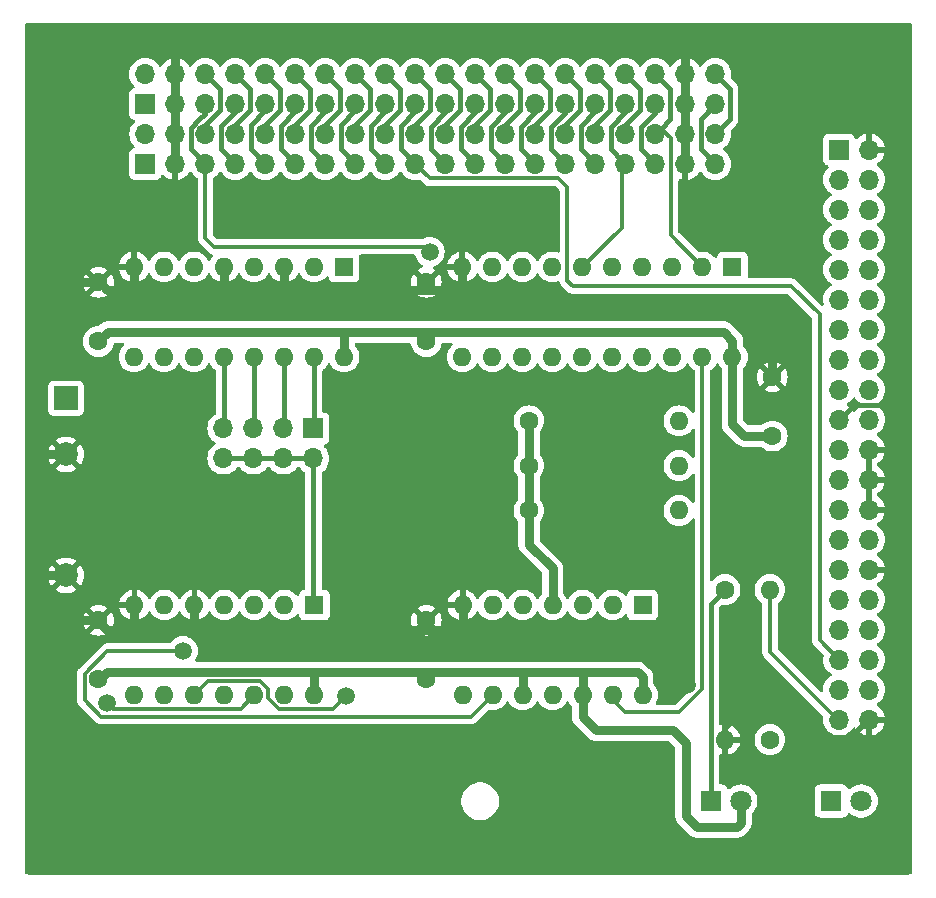
<source format=gbr>
%TF.GenerationSoftware,KiCad,Pcbnew,8.0.3*%
%TF.CreationDate,2024-07-01T23:59:29+01:00*%
%TF.ProjectId,TIMIDE,54494d49-4445-42e6-9b69-6361645f7063,rev?*%
%TF.SameCoordinates,Original*%
%TF.FileFunction,Copper,L2,Bot*%
%TF.FilePolarity,Positive*%
%FSLAX46Y46*%
G04 Gerber Fmt 4.6, Leading zero omitted, Abs format (unit mm)*
G04 Created by KiCad (PCBNEW 8.0.3) date 2024-07-01 23:59:29*
%MOMM*%
%LPD*%
G01*
G04 APERTURE LIST*
%TA.AperFunction,ComponentPad*%
%ADD10C,1.600000*%
%TD*%
%TA.AperFunction,ComponentPad*%
%ADD11R,1.600000X1.600000*%
%TD*%
%TA.AperFunction,ComponentPad*%
%ADD12O,1.600000X1.600000*%
%TD*%
%TA.AperFunction,ComponentPad*%
%ADD13R,1.700000X1.700000*%
%TD*%
%TA.AperFunction,ComponentPad*%
%ADD14O,1.700000X1.700000*%
%TD*%
%TA.AperFunction,ComponentPad*%
%ADD15R,1.800000X1.800000*%
%TD*%
%TA.AperFunction,ComponentPad*%
%ADD16C,1.800000*%
%TD*%
%TA.AperFunction,ComponentPad*%
%ADD17R,2.000000X2.000000*%
%TD*%
%TA.AperFunction,ComponentPad*%
%ADD18C,2.000000*%
%TD*%
%TA.AperFunction,ViaPad*%
%ADD19C,1.500000*%
%TD*%
%TA.AperFunction,Conductor*%
%ADD20C,0.800000*%
%TD*%
%TA.AperFunction,Conductor*%
%ADD21C,0.500000*%
%TD*%
%TA.AperFunction,Conductor*%
%ADD22C,0.400000*%
%TD*%
%TA.AperFunction,Conductor*%
%ADD23C,0.300000*%
%TD*%
G04 APERTURE END LIST*
D10*
%TO.P,C401,1*%
%TO.N,+5V*%
X83700000Y-93500000D03*
%TO.P,C401,2*%
%TO.N,GND*%
X83700000Y-88500000D03*
%TD*%
D11*
%TO.P,U401,1,~{R}*%
%TO.N,Net-(U401A-~{R})*%
X102020000Y-87200000D03*
D12*
%TO.P,U401,2,D*%
%TO.N,~{RD}*%
X99480000Y-87200000D03*
%TO.P,U401,3,C*%
%TO.N,FI*%
X96940000Y-87200000D03*
%TO.P,U401,4,~{S}*%
%TO.N,+5V*%
X94400000Y-87200000D03*
%TO.P,U401,5,Q*%
%TO.N,Net-(U401A-Q)*%
X91860000Y-87200000D03*
%TO.P,U401,6,~{Q}*%
%TO.N,unconnected-(U401A-~{Q}-Pad6)*%
X89320000Y-87200000D03*
%TO.P,U401,7,GND*%
%TO.N,GND*%
X86780000Y-87200000D03*
%TO.P,U401,8,~{Q}*%
%TO.N,unconnected-(U401B-~{Q}-Pad8)*%
X86780000Y-94820000D03*
%TO.P,U401,9,Q*%
%TO.N,Net-(U401B-Q)*%
X89320000Y-94820000D03*
%TO.P,U401,10,~{S}*%
%TO.N,+5V*%
X91860000Y-94820000D03*
%TO.P,U401,11,C*%
%TO.N,FI*%
X94400000Y-94820000D03*
%TO.P,U401,12,D*%
%TO.N,+5V*%
X96940000Y-94820000D03*
%TO.P,U401,13,~{R}*%
%TO.N,EXPSEL_O*%
X99480000Y-94820000D03*
%TO.P,U401,14,VCC*%
%TO.N,+5V*%
X102020000Y-94820000D03*
%TD*%
D10*
%TO.P,R404,1*%
%TO.N,Net-(D401-K)*%
X112800000Y-98600000D03*
D12*
%TO.P,R404,2*%
%TO.N,Net-(J401-Pin_39)*%
X112800000Y-85900000D03*
%TD*%
D10*
%TO.P,C404,1*%
%TO.N,+5V*%
X83700000Y-64880000D03*
%TO.P,C404,2*%
%TO.N,GND*%
X83700000Y-59880000D03*
%TD*%
D13*
%TO.P,P2,1,Pin_1*%
%TO.N,+5V*%
X59916000Y-49879000D03*
D14*
%TO.P,P2,2,Pin_2*%
X59916000Y-47339000D03*
%TO.P,P2,3,Pin_3*%
%TO.N,GND*%
X62456000Y-49879000D03*
%TO.P,P2,4,Pin_4*%
X62456000Y-47339000D03*
%TO.P,P2,5,Pin_5*%
%TO.N,~{RD}*%
X64996000Y-49879000D03*
%TO.P,P2,6,Pin_6*%
%TO.N,FI*%
X64996000Y-47339000D03*
%TO.P,P2,7,Pin_7*%
%TO.N,~{WR}*%
X67536000Y-49879000D03*
%TO.P,P2,8,Pin_8*%
%TO.N,~{RESET}*%
X67536000Y-47339000D03*
%TO.P,P2,9,Pin_9*%
%TO.N,E*%
X70076000Y-49879000D03*
%TO.P,P2,10,Pin_10*%
%TO.N,~{LIR}*%
X70076000Y-47339000D03*
%TO.P,P2,11,Pin_11*%
%TO.N,~{NMI}*%
X72616000Y-49879000D03*
%TO.P,P2,12,Pin_12*%
%TO.N,EXPSEL_O*%
X72616000Y-47339000D03*
%TO.P,P2,13,Pin_13*%
%TO.N,~{WAIT}*%
X75156000Y-49879000D03*
%TO.P,P2,14,Pin_14*%
%TO.N,EXPSEL_2*%
X75156000Y-47339000D03*
%TO.P,P2,15,Pin_15*%
%TO.N,~{INT0}*%
X77696000Y-49879000D03*
%TO.P,P2,16,Pin_16*%
%TO.N,~{HALT}*%
X77696000Y-47339000D03*
%TO.P,P2,17,Pin_17*%
%TO.N,ST*%
X80236000Y-49879000D03*
%TO.P,P2,18,Pin_18*%
%TO.N,EXPSEL_3*%
X80236000Y-47339000D03*
%TO.P,P2,19,Pin_19*%
%TO.N,/CF IDE Interface/A0*%
X82776000Y-49879000D03*
%TO.P,P2,20,Pin_20*%
%TO.N,/CF IDE Interface/A1*%
X82776000Y-47339000D03*
%TO.P,P2,21,Pin_21*%
%TO.N,~{TEND0}*%
X85316000Y-49879000D03*
%TO.P,P2,22,Pin_22*%
%TO.N,/CF IDE Interface/A2*%
X85316000Y-47339000D03*
%TO.P,P2,23,Pin_23*%
%TO.N,/CF IDE Interface/A3*%
X87856000Y-49879000D03*
%TO.P,P2,24,Pin_24*%
%TO.N,/CF IDE Interface/A4*%
X87856000Y-47339000D03*
%TO.P,P2,25,Pin_25*%
%TO.N,~{DREQ0}*%
X90396000Y-49879000D03*
%TO.P,P2,26,Pin_26*%
%TO.N,~{IOE}*%
X90396000Y-47339000D03*
%TO.P,P2,27,Pin_27*%
%TO.N,PIN_27*%
X92936000Y-49879000D03*
%TO.P,P2,28,Pin_28*%
%TO.N,RESET*%
X92936000Y-47339000D03*
%TO.P,P2,29,Pin_29*%
%TO.N,/CF IDE Interface/D7*%
X95476000Y-49879000D03*
%TO.P,P2,30,Pin_30*%
%TO.N,/CF IDE Interface/D6*%
X95476000Y-47339000D03*
%TO.P,P2,31,Pin_31*%
%TO.N,/CF IDE Interface/D5*%
X98016000Y-49879000D03*
%TO.P,P2,32,Pin_32*%
%TO.N,/CF IDE Interface/D3*%
X98016000Y-47339000D03*
%TO.P,P2,33,Pin_33*%
%TO.N,/CF IDE Interface/D4*%
X100556000Y-49879000D03*
%TO.P,P2,34,Pin_34*%
%TO.N,/CF IDE Interface/D2*%
X100556000Y-47339000D03*
%TO.P,P2,35,Pin_35*%
%TO.N,/CF IDE Interface/D1*%
X103096000Y-49879000D03*
%TO.P,P2,36,Pin_36*%
%TO.N,/CF IDE Interface/D0*%
X103096000Y-47339000D03*
%TO.P,P2,37,Pin_37*%
%TO.N,GND*%
X105636000Y-49879000D03*
%TO.P,P2,38,Pin_38*%
X105636000Y-47339000D03*
%TO.P,P2,39,Pin_39*%
%TO.N,PIN_39*%
X108176000Y-49879000D03*
%TO.P,P2,40,Pin_40*%
%TO.N,PIN_40*%
X108176000Y-47339000D03*
%TD*%
D11*
%TO.P,U404,1,A->B*%
%TO.N,~{RD}*%
X109620000Y-58580000D03*
D12*
%TO.P,U404,2,A0*%
%TO.N,/CF IDE Interface/D0*%
X107080000Y-58580000D03*
%TO.P,U404,3,A1*%
%TO.N,/CF IDE Interface/D1*%
X104540000Y-58580000D03*
%TO.P,U404,4,A2*%
%TO.N,/CF IDE Interface/D2*%
X102000000Y-58580000D03*
%TO.P,U404,5,A3*%
%TO.N,/CF IDE Interface/D3*%
X99460000Y-58580000D03*
%TO.P,U404,6,A4*%
%TO.N,/CF IDE Interface/D4*%
X96920000Y-58580000D03*
%TO.P,U404,7,A5*%
%TO.N,/CF IDE Interface/D5*%
X94380000Y-58580000D03*
%TO.P,U404,8,A6*%
%TO.N,/CF IDE Interface/D6*%
X91840000Y-58580000D03*
%TO.P,U404,9,A7*%
%TO.N,/CF IDE Interface/D7*%
X89300000Y-58580000D03*
%TO.P,U404,10,GND*%
%TO.N,GND*%
X86760000Y-58580000D03*
%TO.P,U404,11,B7*%
%TO.N,/CF IDE Interface/BD7*%
X86760000Y-66200000D03*
%TO.P,U404,12,B6*%
%TO.N,/CF IDE Interface/BD6*%
X89300000Y-66200000D03*
%TO.P,U404,13,B5*%
%TO.N,/CF IDE Interface/BD5*%
X91840000Y-66200000D03*
%TO.P,U404,14,B4*%
%TO.N,/CF IDE Interface/BD4*%
X94380000Y-66200000D03*
%TO.P,U404,15,B3*%
%TO.N,/CF IDE Interface/BD3*%
X96920000Y-66200000D03*
%TO.P,U404,16,B2*%
%TO.N,/CF IDE Interface/BD2*%
X99460000Y-66200000D03*
%TO.P,U404,17,B1*%
%TO.N,/CF IDE Interface/BD1*%
X102000000Y-66200000D03*
%TO.P,U404,18,B0*%
%TO.N,/CF IDE Interface/BD0*%
X104540000Y-66200000D03*
%TO.P,U404,19,CE*%
%TO.N,EXPSEL_O*%
X107080000Y-66200000D03*
%TO.P,U404,20,VCC*%
%TO.N,+5V*%
X109620000Y-66200000D03*
%TD*%
D15*
%TO.P,D402,1,K*%
%TO.N,Net-(D402-K)*%
X107800000Y-103800000D03*
D16*
%TO.P,D402,2,A*%
%TO.N,+5V*%
X110340000Y-103800000D03*
%TD*%
D11*
%TO.P,U403,1,A0*%
%TO.N,/CF IDE Interface/A3*%
X76740000Y-58580000D03*
D12*
%TO.P,U403,2,A1*%
%TO.N,/CF IDE Interface/A4*%
X74200000Y-58580000D03*
%TO.P,U403,3,A2*%
%TO.N,GND*%
X71660000Y-58580000D03*
%TO.P,U403,4,E1*%
%TO.N,Net-(U401B-Q)*%
X69120000Y-58580000D03*
%TO.P,U403,5,E2*%
%TO.N,GND*%
X66580000Y-58580000D03*
%TO.P,U403,6,E3*%
%TO.N,~{LIR}*%
X64040000Y-58580000D03*
%TO.P,U403,7,O7*%
%TO.N,unconnected-(U403-O7-Pad7)*%
X61500000Y-58580000D03*
%TO.P,U403,8,GND*%
%TO.N,GND*%
X58960000Y-58580000D03*
%TO.P,U403,9,O6*%
%TO.N,unconnected-(U403-O6-Pad9)*%
X58960000Y-66200000D03*
%TO.P,U403,10,O5*%
%TO.N,unconnected-(U403-O5-Pad10)*%
X61500000Y-66200000D03*
%TO.P,U403,11,O4*%
%TO.N,unconnected-(U403-O4-Pad11)*%
X64040000Y-66200000D03*
%TO.P,U403,12,O3*%
%TO.N,Net-(J402-Pin_7)*%
X66580000Y-66200000D03*
%TO.P,U403,13,O2*%
%TO.N,Net-(J402-Pin_5)*%
X69120000Y-66200000D03*
%TO.P,U403,14,O1*%
%TO.N,Net-(J402-Pin_3)*%
X71660000Y-66200000D03*
%TO.P,U403,15,O0*%
%TO.N,Net-(J402-Pin_1)*%
X74200000Y-66200000D03*
%TO.P,U403,16,VCC*%
%TO.N,+5V*%
X76740000Y-66200000D03*
%TD*%
D13*
%TO.P,J402,1,Pin_1*%
%TO.N,Net-(J402-Pin_1)*%
X74140000Y-72260000D03*
D14*
%TO.P,J402,2,Pin_2*%
%TO.N,~{IDE_CS}*%
X74140000Y-74800000D03*
%TO.P,J402,3,Pin_3*%
%TO.N,Net-(J402-Pin_3)*%
X71600000Y-72260000D03*
%TO.P,J402,4,Pin_4*%
%TO.N,~{IDE_CS}*%
X71600000Y-74800000D03*
%TO.P,J402,5,Pin_5*%
%TO.N,Net-(J402-Pin_5)*%
X69060000Y-72260000D03*
%TO.P,J402,6,Pin_6*%
%TO.N,~{IDE_CS}*%
X69060000Y-74800000D03*
%TO.P,J402,7,Pin_7*%
%TO.N,Net-(J402-Pin_7)*%
X66520000Y-72260000D03*
%TO.P,J402,8,Pin_8*%
%TO.N,~{IDE_CS}*%
X66520000Y-74800000D03*
%TD*%
D13*
%TO.P,J401,1,Pin_1*%
%TO.N,~{RESET}*%
X118660000Y-48640000D03*
D14*
%TO.P,J401,2,Pin_2*%
%TO.N,GND*%
X121200000Y-48640000D03*
%TO.P,J401,3,Pin_3*%
%TO.N,/CF IDE Interface/BD7*%
X118660000Y-51180000D03*
%TO.P,J401,4,Pin_4*%
%TO.N,unconnected-(J401-Pin_4-Pad4)*%
X121200000Y-51180000D03*
%TO.P,J401,5,Pin_5*%
%TO.N,/CF IDE Interface/BD6*%
X118660000Y-53720000D03*
%TO.P,J401,6,Pin_6*%
%TO.N,unconnected-(J401-Pin_6-Pad6)*%
X121200000Y-53720000D03*
%TO.P,J401,7,Pin_7*%
%TO.N,/CF IDE Interface/BD5*%
X118660000Y-56260000D03*
%TO.P,J401,8,Pin_8*%
%TO.N,unconnected-(J401-Pin_8-Pad8)*%
X121200000Y-56260000D03*
%TO.P,J401,9,Pin_9*%
%TO.N,/CF IDE Interface/BD4*%
X118660000Y-58800000D03*
%TO.P,J401,10,Pin_10*%
%TO.N,unconnected-(J401-Pin_10-Pad10)*%
X121200000Y-58800000D03*
%TO.P,J401,11,Pin_11*%
%TO.N,/CF IDE Interface/BD3*%
X118660000Y-61340000D03*
%TO.P,J401,12,Pin_12*%
%TO.N,unconnected-(J401-Pin_12-Pad12)*%
X121200000Y-61340000D03*
%TO.P,J401,13,Pin_13*%
%TO.N,/CF IDE Interface/BD2*%
X118660000Y-63880000D03*
%TO.P,J401,14,Pin_14*%
%TO.N,unconnected-(J401-Pin_14-Pad14)*%
X121200000Y-63880000D03*
%TO.P,J401,15,Pin_15*%
%TO.N,/CF IDE Interface/BD1*%
X118660000Y-66420000D03*
%TO.P,J401,16,Pin_16*%
%TO.N,unconnected-(J401-Pin_16-Pad16)*%
X121200000Y-66420000D03*
%TO.P,J401,17,Pin_17*%
%TO.N,/CF IDE Interface/BD0*%
X118660000Y-68960000D03*
%TO.P,J401,18,Pin_18*%
%TO.N,unconnected-(J401-Pin_18-Pad18)*%
X121200000Y-68960000D03*
%TO.P,J401,19,Pin_19*%
%TO.N,GND*%
X118660000Y-71500000D03*
%TO.P,J401,20,Pin_20*%
%TO.N,+5V*%
X121200000Y-71500000D03*
%TO.P,J401,21,Pin_21*%
%TO.N,unconnected-(J401-Pin_21-Pad21)*%
X118660000Y-74040000D03*
%TO.P,J401,22,Pin_22*%
%TO.N,GND*%
X121200000Y-74040000D03*
%TO.P,J401,23,Pin_23*%
%TO.N,Net-(J401-Pin_23)*%
X118660000Y-76580000D03*
%TO.P,J401,24,Pin_24*%
%TO.N,GND*%
X121200000Y-76580000D03*
%TO.P,J401,25,Pin_25*%
%TO.N,Net-(J401-Pin_25)*%
X118660000Y-79120000D03*
%TO.P,J401,26,Pin_26*%
%TO.N,GND*%
X121200000Y-79120000D03*
%TO.P,J401,27,Pin_27*%
%TO.N,unconnected-(J401-Pin_27-Pad27)*%
X118660000Y-81660000D03*
%TO.P,J401,28,Pin_28*%
%TO.N,unconnected-(J401-Pin_28-Pad28)*%
X121200000Y-81660000D03*
%TO.P,J401,29,Pin_29*%
%TO.N,Net-(J401-Pin_29)*%
X118660000Y-84200000D03*
%TO.P,J401,30,Pin_30*%
%TO.N,GND*%
X121200000Y-84200000D03*
%TO.P,J401,31,Pin_31*%
%TO.N,unconnected-(J401-Pin_31-Pad31)*%
X118660000Y-86740000D03*
%TO.P,J401,32,Pin_32*%
%TO.N,unconnected-(J401-Pin_32-Pad32)*%
X121200000Y-86740000D03*
%TO.P,J401,33,Pin_33*%
%TO.N,/CF IDE Interface/A1*%
X118660000Y-89280000D03*
%TO.P,J401,34,Pin_34*%
%TO.N,Net-(J401-Pin_34)*%
X121200000Y-89280000D03*
%TO.P,J401,35,Pin_35*%
%TO.N,/CF IDE Interface/A0*%
X118660000Y-91820000D03*
%TO.P,J401,36,Pin_36*%
%TO.N,/CF IDE Interface/A2*%
X121200000Y-91820000D03*
%TO.P,J401,37,Pin_37*%
%TO.N,~{IDE_CS}*%
X118660000Y-94360000D03*
%TO.P,J401,38,Pin_38*%
%TO.N,Net-(J401-Pin_38)*%
X121200000Y-94360000D03*
%TO.P,J401,39,Pin_39*%
%TO.N,Net-(J401-Pin_39)*%
X118660000Y-96900000D03*
%TO.P,J401,40,Pin_40*%
%TO.N,GND*%
X121200000Y-96900000D03*
%TD*%
D10*
%TO.P,C402,1*%
%TO.N,+5V*%
X55940000Y-93500000D03*
%TO.P,C402,2*%
%TO.N,GND*%
X55940000Y-88500000D03*
%TD*%
D15*
%TO.P,D401,1,K*%
%TO.N,Net-(D401-K)*%
X118000000Y-103800000D03*
D16*
%TO.P,D401,2,A*%
%TO.N,+5V*%
X120540000Y-103800000D03*
%TD*%
D17*
%TO.P,C406,1*%
%TO.N,+5V*%
X53201700Y-69705000D03*
D18*
%TO.P,C406,2*%
%TO.N,GND*%
X53201700Y-74455000D03*
X53201700Y-84695000D03*
%TD*%
D10*
%TO.P,C403,1*%
%TO.N,+5V*%
X55940000Y-64880000D03*
%TO.P,C403,2*%
%TO.N,GND*%
X55940000Y-59880000D03*
%TD*%
%TO.P,R403,1*%
%TO.N,+5V*%
X92400000Y-71600000D03*
D12*
%TO.P,R403,2*%
%TO.N,Net-(J401-Pin_29)*%
X105100000Y-71600000D03*
%TD*%
D11*
%TO.P,U402,1*%
%TO.N,~{IDE_CS}*%
X74240000Y-87200000D03*
D12*
%TO.P,U402,2*%
%TO.N,~{WR}*%
X71700000Y-87200000D03*
%TO.P,U402,3*%
%TO.N,Net-(U402-Pad3)*%
X69160000Y-87200000D03*
%TO.P,U402,4*%
X66620000Y-87200000D03*
%TO.P,U402,5*%
%TO.N,GND*%
X64080000Y-87200000D03*
%TO.P,U402,6*%
%TO.N,Net-(J401-Pin_23)*%
X61540000Y-87200000D03*
%TO.P,U402,7,GND*%
%TO.N,GND*%
X59000000Y-87200000D03*
%TO.P,U402,8*%
%TO.N,Net-(J401-Pin_25)*%
X59000000Y-94820000D03*
%TO.P,U402,9*%
%TO.N,~{RD}*%
X61540000Y-94820000D03*
%TO.P,U402,10*%
%TO.N,Net-(U401A-Q)*%
X64080000Y-94820000D03*
%TO.P,U402,11*%
%TO.N,Net-(U401A-~{R})*%
X66620000Y-94820000D03*
%TO.P,U402,12*%
%TO.N,FI*%
X69160000Y-94820000D03*
%TO.P,U402,13*%
%TO.N,~{RD}*%
X71700000Y-94820000D03*
%TO.P,U402,14,VCC*%
%TO.N,+5V*%
X74240000Y-94820000D03*
%TD*%
D13*
%TO.P,P1,1,Pin_1*%
%TO.N,+5V*%
X59910000Y-44790000D03*
D14*
%TO.P,P1,2,Pin_2*%
X59910000Y-42250000D03*
%TO.P,P1,3,Pin_3*%
%TO.N,GND*%
X62450000Y-44790000D03*
%TO.P,P1,4,Pin_4*%
X62450000Y-42250000D03*
%TO.P,P1,5,Pin_5*%
%TO.N,~{RD}*%
X64990000Y-44790000D03*
%TO.P,P1,6,Pin_6*%
%TO.N,FI*%
X64990000Y-42250000D03*
%TO.P,P1,7,Pin_7*%
%TO.N,~{WR}*%
X67530000Y-44790000D03*
%TO.P,P1,8,Pin_8*%
%TO.N,~{RESET}*%
X67530000Y-42250000D03*
%TO.P,P1,9,Pin_9*%
%TO.N,E*%
X70070000Y-44790000D03*
%TO.P,P1,10,Pin_10*%
%TO.N,~{LIR}*%
X70070000Y-42250000D03*
%TO.P,P1,11,Pin_11*%
%TO.N,~{NMI}*%
X72610000Y-44790000D03*
%TO.P,P1,12,Pin_12*%
%TO.N,EXPSEL_O*%
X72610000Y-42250000D03*
%TO.P,P1,13,Pin_13*%
%TO.N,~{WAIT}*%
X75150000Y-44790000D03*
%TO.P,P1,14,Pin_14*%
%TO.N,EXPSEL_2*%
X75150000Y-42250000D03*
%TO.P,P1,15,Pin_15*%
%TO.N,~{INT0}*%
X77690000Y-44790000D03*
%TO.P,P1,16,Pin_16*%
%TO.N,~{HALT}*%
X77690000Y-42250000D03*
%TO.P,P1,17,Pin_17*%
%TO.N,ST*%
X80230000Y-44790000D03*
%TO.P,P1,18,Pin_18*%
%TO.N,EXPSEL_3*%
X80230000Y-42250000D03*
%TO.P,P1,19,Pin_19*%
%TO.N,/CF IDE Interface/A0*%
X82770000Y-44790000D03*
%TO.P,P1,20,Pin_20*%
%TO.N,/CF IDE Interface/A1*%
X82770000Y-42250000D03*
%TO.P,P1,21,Pin_21*%
%TO.N,~{TEND0}*%
X85310000Y-44790000D03*
%TO.P,P1,22,Pin_22*%
%TO.N,/CF IDE Interface/A2*%
X85310000Y-42250000D03*
%TO.P,P1,23,Pin_23*%
%TO.N,/CF IDE Interface/A3*%
X87850000Y-44790000D03*
%TO.P,P1,24,Pin_24*%
%TO.N,/CF IDE Interface/A4*%
X87850000Y-42250000D03*
%TO.P,P1,25,Pin_25*%
%TO.N,~{DREQ0}*%
X90390000Y-44790000D03*
%TO.P,P1,26,Pin_26*%
%TO.N,~{IOE}*%
X90390000Y-42250000D03*
%TO.P,P1,27,Pin_27*%
%TO.N,PIN_27*%
X92930000Y-44790000D03*
%TO.P,P1,28,Pin_28*%
%TO.N,RESET*%
X92930000Y-42250000D03*
%TO.P,P1,29,Pin_29*%
%TO.N,/CF IDE Interface/D7*%
X95470000Y-44790000D03*
%TO.P,P1,30,Pin_30*%
%TO.N,/CF IDE Interface/D6*%
X95470000Y-42250000D03*
%TO.P,P1,31,Pin_31*%
%TO.N,/CF IDE Interface/D5*%
X98010000Y-44790000D03*
%TO.P,P1,32,Pin_32*%
%TO.N,/CF IDE Interface/D3*%
X98010000Y-42250000D03*
%TO.P,P1,33,Pin_33*%
%TO.N,/CF IDE Interface/D4*%
X100550000Y-44790000D03*
%TO.P,P1,34,Pin_34*%
%TO.N,/CF IDE Interface/D2*%
X100550000Y-42250000D03*
%TO.P,P1,35,Pin_35*%
%TO.N,/CF IDE Interface/D1*%
X103090000Y-44790000D03*
%TO.P,P1,36,Pin_36*%
%TO.N,/CF IDE Interface/D0*%
X103090000Y-42250000D03*
%TO.P,P1,37,Pin_37*%
%TO.N,GND*%
X105630000Y-44790000D03*
%TO.P,P1,38,Pin_38*%
X105630000Y-42250000D03*
%TO.P,P1,39,Pin_39*%
%TO.N,PIN_39*%
X108170000Y-44790000D03*
%TO.P,P1,40,Pin_40*%
%TO.N,PIN_40*%
X108170000Y-42250000D03*
%TD*%
D10*
%TO.P,R401,1*%
%TO.N,+5V*%
X92400000Y-75400000D03*
D12*
%TO.P,R401,2*%
%TO.N,Net-(J401-Pin_34)*%
X105100000Y-75400000D03*
%TD*%
D10*
%TO.P,R402,1*%
%TO.N,+5V*%
X92400000Y-79200000D03*
D12*
%TO.P,R402,2*%
%TO.N,Net-(J401-Pin_38)*%
X105100000Y-79200000D03*
%TD*%
D10*
%TO.P,R405,1*%
%TO.N,Net-(D402-K)*%
X109000000Y-85900000D03*
D12*
%TO.P,R405,2*%
%TO.N,GND*%
X109000000Y-98600000D03*
%TD*%
D10*
%TO.P,C405,1*%
%TO.N,+5V*%
X113000000Y-72900000D03*
%TO.P,C405,2*%
%TO.N,GND*%
X113000000Y-67900000D03*
%TD*%
D19*
%TO.N,GND*%
X105800000Y-94000000D03*
%TO.N,FI*%
X56646600Y-95492200D03*
%TO.N,~{RD}*%
X84000000Y-57300000D03*
%TO.N,Net-(U401A-Q)*%
X76900000Y-94886800D03*
%TO.N,Net-(U401B-Q)*%
X63106600Y-91100000D03*
%TD*%
D20*
%TO.N,GND*%
X83600000Y-60500000D02*
X86200000Y-60500000D01*
X124400000Y-109600000D02*
X124400000Y-100500000D01*
X62450000Y-42250000D02*
X62450000Y-38600000D01*
X105630000Y-42250000D02*
X105630000Y-38380000D01*
X64080000Y-87200000D02*
X64080000Y-89220000D01*
X66600000Y-60500000D02*
X71700000Y-60500000D01*
X50100000Y-38350000D02*
X50100000Y-59800000D01*
X56700000Y-89300000D02*
X58900000Y-89300000D01*
X50100000Y-59800000D02*
X50100000Y-74400000D01*
X62456000Y-44797500D02*
X62456000Y-42256000D01*
D21*
X119600000Y-98500000D02*
X115600000Y-98500000D01*
D20*
X113000000Y-63700000D02*
X113000000Y-67900000D01*
D22*
X124350000Y-70250000D02*
X124400000Y-70200000D01*
D21*
X124220000Y-79120000D02*
X124400000Y-79300000D01*
D20*
X83700000Y-88500000D02*
X83700000Y-89300000D01*
X62200000Y-38350000D02*
X61800000Y-38350000D01*
X103800000Y-89300000D02*
X105200000Y-90700000D01*
X105630000Y-38380000D02*
X105600000Y-38350000D01*
D21*
X121200000Y-48640000D02*
X124340000Y-48640000D01*
D20*
X55940000Y-88540000D02*
X56700000Y-89300000D01*
D22*
X118660000Y-71500000D02*
X119910000Y-70250000D01*
D20*
X55940000Y-59880000D02*
X56080000Y-59880000D01*
X124400000Y-76700000D02*
X124400000Y-74300000D01*
X105600000Y-38350000D02*
X62200000Y-38350000D01*
X62200000Y-38350000D02*
X61800000Y-38350000D01*
X124400000Y-70200000D02*
X124400000Y-48700000D01*
X53201700Y-74455000D02*
X50155000Y-74455000D01*
X55940000Y-59880000D02*
X50180000Y-59880000D01*
D21*
X121200000Y-84200000D02*
X124400000Y-84200000D01*
D20*
X50155000Y-74455000D02*
X50100000Y-74400000D01*
X124400000Y-38400000D02*
X124350000Y-38350000D01*
D21*
X121200000Y-79120000D02*
X124220000Y-79120000D01*
D20*
X64000000Y-89300000D02*
X83700000Y-89300000D01*
D21*
X115600000Y-98500000D02*
X114100000Y-97000000D01*
X121200000Y-74040000D02*
X124140000Y-74040000D01*
D20*
X86200000Y-60500000D02*
X87400000Y-61700000D01*
X55940000Y-88500000D02*
X50100000Y-88500000D01*
X86200000Y-60500000D02*
X86760000Y-59940000D01*
D21*
X121200000Y-96900000D02*
X119600000Y-98500000D01*
D20*
X50100000Y-109600000D02*
X124400000Y-109600000D01*
X58900000Y-89300000D02*
X64000000Y-89300000D01*
X124400000Y-79300000D02*
X124400000Y-76700000D01*
X124350000Y-38350000D02*
X105600000Y-38350000D01*
X64080000Y-89220000D02*
X64000000Y-89300000D01*
X83700000Y-89300000D02*
X86800000Y-89300000D01*
X58960000Y-60460000D02*
X59000000Y-60500000D01*
X124400000Y-74300000D02*
X124400000Y-70200000D01*
D23*
X62450000Y-44791500D02*
X62450000Y-44790000D01*
D20*
X66580000Y-58580000D02*
X66580000Y-60480000D01*
X105636000Y-49879000D02*
X105636000Y-47339000D01*
X50105000Y-84695000D02*
X50100000Y-84700000D01*
X105800000Y-91300000D02*
X105800000Y-94000000D01*
X83700000Y-59880000D02*
X83700000Y-60400000D01*
D23*
X105636000Y-44577800D02*
X105630000Y-44583800D01*
D20*
X62450000Y-38600000D02*
X62200000Y-38350000D01*
X71660000Y-60460000D02*
X71700000Y-60500000D01*
X71700000Y-60500000D02*
X83600000Y-60500000D01*
X86800000Y-89300000D02*
X103800000Y-89300000D01*
D21*
X109000000Y-97600000D02*
X109000000Y-98600000D01*
D20*
X105636000Y-44577800D02*
X105636000Y-42256000D01*
X59000000Y-87200000D02*
X59000000Y-89200000D01*
X71660000Y-58580000D02*
X71660000Y-60460000D01*
X56080000Y-59880000D02*
X56700000Y-60500000D01*
X86800000Y-89300000D02*
X86780000Y-89280000D01*
X50100000Y-88500000D02*
X50100000Y-109600000D01*
D21*
X124140000Y-74040000D02*
X124400000Y-74300000D01*
D20*
X87400000Y-61700000D02*
X111000000Y-61700000D01*
X105636000Y-47339000D02*
X105636000Y-44577800D01*
X62456000Y-49879000D02*
X62456000Y-47339000D01*
X105200000Y-90700000D02*
X105800000Y-91300000D01*
X62456000Y-47339000D02*
X62456000Y-44797500D01*
X62456000Y-42256000D02*
X62450000Y-42250000D01*
X58960000Y-58580000D02*
X58960000Y-60460000D01*
X59000000Y-60500000D02*
X66600000Y-60500000D01*
D23*
X105630000Y-44583800D02*
X105630000Y-44790000D01*
D20*
X111000000Y-61700000D02*
X113000000Y-63700000D01*
X66580000Y-60480000D02*
X66600000Y-60500000D01*
X50100000Y-84700000D02*
X50100000Y-88500000D01*
X56700000Y-60500000D02*
X59000000Y-60500000D01*
X61800000Y-38350000D02*
X50100000Y-38350000D01*
X124400000Y-84200000D02*
X124400000Y-79300000D01*
X53201700Y-84695000D02*
X50105000Y-84695000D01*
X86760000Y-59940000D02*
X86760000Y-58580000D01*
X124400000Y-100500000D02*
X124400000Y-96900000D01*
X124400000Y-96900000D02*
X124400000Y-84200000D01*
D23*
X62456000Y-44797500D02*
X62450000Y-44791500D01*
D21*
X124340000Y-48640000D02*
X124400000Y-48700000D01*
X124280000Y-76580000D02*
X124400000Y-76700000D01*
D20*
X59000000Y-89200000D02*
X58900000Y-89300000D01*
D21*
X121200000Y-96900000D02*
X124400000Y-96900000D01*
X114100000Y-97000000D02*
X109600000Y-97000000D01*
D20*
X50180000Y-59880000D02*
X50100000Y-59800000D01*
X55940000Y-88500000D02*
X55940000Y-88540000D01*
D21*
X121200000Y-76580000D02*
X124280000Y-76580000D01*
X109600000Y-97000000D02*
X109000000Y-97600000D01*
D20*
X83700000Y-60400000D02*
X83600000Y-60500000D01*
D22*
X119910000Y-70250000D02*
X124350000Y-70250000D01*
D20*
X50100000Y-74400000D02*
X50100000Y-84700000D01*
X105636000Y-42256000D02*
X105630000Y-42250000D01*
X124400000Y-48700000D02*
X124400000Y-38400000D01*
X86780000Y-89280000D02*
X86780000Y-87200000D01*
%TO.N,+5V*%
X96900000Y-92900000D02*
X101600000Y-92900000D01*
X91860000Y-94820000D02*
X91860000Y-92960000D01*
D22*
X113000000Y-72900000D02*
X113110000Y-72790000D01*
D20*
X105700000Y-105100000D02*
X106600000Y-106000000D01*
X106600000Y-106000000D02*
X110000000Y-106000000D01*
X74240000Y-94820000D02*
X74240000Y-92960000D01*
X91860000Y-92960000D02*
X91800000Y-92900000D01*
X55940000Y-93500000D02*
X56100000Y-93500000D01*
X110000000Y-106000000D02*
X110340000Y-105660000D01*
X76740000Y-66200000D02*
X76740000Y-64140000D01*
X94400000Y-92900000D02*
X96900000Y-92900000D01*
X96940000Y-92940000D02*
X96900000Y-92900000D01*
X96940000Y-94820000D02*
X96940000Y-92940000D01*
X109620000Y-64820000D02*
X109620000Y-66200000D01*
X83700000Y-64100000D02*
X108900000Y-64100000D01*
X83700000Y-93500000D02*
X83700000Y-92900000D01*
X101600000Y-92900000D02*
X102020000Y-93320000D01*
X83700000Y-64880000D02*
X83700000Y-64100000D01*
X109620000Y-71920000D02*
X110600000Y-72900000D01*
X92400000Y-82100000D02*
X94400000Y-84100000D01*
X74240000Y-92960000D02*
X74300000Y-92900000D01*
X105700000Y-98900000D02*
X105700000Y-105100000D01*
X109620000Y-66200000D02*
X109620000Y-71920000D01*
D22*
X120600000Y-71500000D02*
X121200000Y-71500000D01*
D20*
X83700000Y-92900000D02*
X91800000Y-92900000D01*
X98040000Y-97800000D02*
X104600000Y-97800000D01*
X92400000Y-75400000D02*
X92400000Y-79200000D01*
X110340000Y-105660000D02*
X110340000Y-103800000D01*
X76740000Y-64140000D02*
X76700000Y-64100000D01*
X110600000Y-72900000D02*
X113000000Y-72900000D01*
X104600000Y-97800000D02*
X105700000Y-98900000D01*
X56700000Y-92900000D02*
X74300000Y-92900000D01*
X56720000Y-64100000D02*
X76700000Y-64100000D01*
X92400000Y-79200000D02*
X92400000Y-82100000D01*
X92400000Y-71600000D02*
X92400000Y-75400000D01*
X76700000Y-64100000D02*
X83700000Y-64100000D01*
X55940000Y-64880000D02*
X56720000Y-64100000D01*
X102020000Y-93320000D02*
X102020000Y-94820000D01*
X94400000Y-84100000D02*
X94400000Y-87200000D01*
X91800000Y-92900000D02*
X94400000Y-92900000D01*
X96940000Y-94820000D02*
X96940000Y-96700000D01*
X108900000Y-64100000D02*
X109620000Y-64820000D01*
X56100000Y-93500000D02*
X56700000Y-92900000D01*
X96940000Y-96700000D02*
X98040000Y-97800000D01*
X74300000Y-92900000D02*
X83700000Y-92900000D01*
D23*
%TO.N,Net-(J401-Pin_39)*%
X112800000Y-91156900D02*
X112800000Y-85900000D01*
X118543100Y-96900000D02*
X112800000Y-91156900D01*
X118660000Y-96900000D02*
X118543100Y-96900000D01*
D22*
%TO.N,/CF IDE Interface/A1*%
X82776000Y-46551800D02*
X84020000Y-45307800D01*
X82776000Y-47339000D02*
X82776000Y-46551800D01*
X84020000Y-45307800D02*
X84020000Y-43500000D01*
X84020000Y-43500000D02*
X82770000Y-42250000D01*
%TO.N,/CF IDE Interface/A2*%
X86560000Y-45307800D02*
X86560000Y-43500000D01*
X86560000Y-43500000D02*
X85310000Y-42250000D01*
X85316000Y-46551800D02*
X86560000Y-45307800D01*
X85316000Y-47339000D02*
X85316000Y-46551800D01*
%TO.N,~{LIR}*%
X70076000Y-46551800D02*
X71320000Y-45307800D01*
X71320000Y-43500000D02*
X70070000Y-42250000D01*
X70076000Y-47339000D02*
X70076000Y-46551800D01*
X71320000Y-45307800D02*
X71320000Y-43500000D01*
%TO.N,~{INT0}*%
X77696000Y-49879000D02*
X76446000Y-48629000D01*
X76446000Y-46554000D02*
X77690000Y-45310000D01*
X76446000Y-48629000D02*
X76446000Y-46554000D01*
X77690000Y-45310000D02*
X77690000Y-44790000D01*
%TO.N,~{NMI}*%
X72610000Y-45390000D02*
X72610000Y-44790000D01*
X71366000Y-48629000D02*
X71366000Y-46634000D01*
X71366000Y-46634000D02*
X72610000Y-45390000D01*
X72616000Y-49879000D02*
X71366000Y-48629000D01*
%TO.N,E*%
X70076000Y-49879000D02*
X68826000Y-48629000D01*
X68826000Y-48629000D02*
X68826000Y-46574000D01*
X68826000Y-46574000D02*
X70070000Y-45330000D01*
X70070000Y-45330000D02*
X70070000Y-44790000D01*
%TO.N,~{RESET}*%
X67536000Y-47339000D02*
X67536000Y-46551800D01*
X68780000Y-43500000D02*
X67530000Y-42250000D01*
X68780000Y-45307800D02*
X68780000Y-43500000D01*
X67536000Y-46551800D02*
X68780000Y-45307800D01*
%TO.N,RESET*%
X94180000Y-43500000D02*
X92930000Y-42250000D01*
X92936000Y-47339000D02*
X92936000Y-46551800D01*
X92936000Y-46551800D02*
X94180000Y-45307800D01*
X94180000Y-45307800D02*
X94180000Y-43500000D01*
%TO.N,~{IOE}*%
X90396000Y-46551800D02*
X91640000Y-45307800D01*
X90396000Y-47339000D02*
X90396000Y-46551800D01*
X91640000Y-43500000D02*
X90390000Y-42250000D01*
X91640000Y-45307800D02*
X91640000Y-43500000D01*
%TO.N,EXPSEL_O*%
X73860000Y-45307800D02*
X73860000Y-43500000D01*
D23*
X105100000Y-96300000D02*
X107080000Y-94320000D01*
D22*
X73860000Y-43500000D02*
X72610000Y-42250000D01*
D23*
X100500000Y-96300000D02*
X105100000Y-96300000D01*
X107080000Y-94320000D02*
X107080000Y-66200000D01*
D22*
X72616000Y-47339000D02*
X72616000Y-46551800D01*
D23*
X99480000Y-94820000D02*
X99480000Y-95280000D01*
X99480000Y-95280000D02*
X100500000Y-96300000D01*
D22*
X72616000Y-46551800D02*
X73860000Y-45307800D01*
%TO.N,~{WAIT}*%
X75156000Y-49879000D02*
X73906000Y-48629000D01*
X73906000Y-46664000D02*
X75150000Y-45420000D01*
X75150000Y-45420000D02*
X75150000Y-44790000D01*
X73906000Y-48629000D02*
X73906000Y-46664000D01*
%TO.N,ST*%
X78986000Y-48629000D02*
X78986000Y-46614000D01*
X78986000Y-46614000D02*
X80230000Y-45370000D01*
X80230000Y-45370000D02*
X80230000Y-44790000D01*
X80236000Y-49879000D02*
X78986000Y-48629000D01*
%TO.N,~{HALT}*%
X78940000Y-45307800D02*
X78940000Y-43500000D01*
X77696000Y-46551800D02*
X78940000Y-45307800D01*
X78940000Y-43500000D02*
X77690000Y-42250000D01*
X77696000Y-47339000D02*
X77696000Y-46551800D01*
%TO.N,~{DREQ0}*%
X90390000Y-45500000D02*
X90390000Y-44790000D01*
X90396000Y-49879000D02*
X89146000Y-48629000D01*
X89146000Y-46744000D02*
X90390000Y-45500000D01*
X89146000Y-48629000D02*
X89146000Y-46744000D01*
D23*
%TO.N,FI*%
X69160000Y-94820000D02*
X67981400Y-95998600D01*
D22*
X64996000Y-46551800D02*
X66240000Y-45307800D01*
X64996000Y-47339000D02*
X64996000Y-46551800D01*
X66240000Y-43500000D02*
X64990000Y-42250000D01*
D23*
X57153000Y-95998600D02*
X56646600Y-95492200D01*
D22*
X66240000Y-45307800D02*
X66240000Y-43500000D01*
D23*
X67981400Y-95998600D02*
X57153000Y-95998600D01*
D22*
%TO.N,~{TEND0}*%
X85316000Y-49879000D02*
X84066000Y-48629000D01*
X85310000Y-45490000D02*
X85310000Y-44790000D01*
X84066000Y-48629000D02*
X84066000Y-46734000D01*
X84066000Y-46734000D02*
X85310000Y-45490000D01*
%TO.N,~{WR}*%
X67536000Y-49879000D02*
X66286000Y-48629000D01*
X66286000Y-46674000D02*
X67530000Y-45430000D01*
X67530000Y-45430000D02*
X67530000Y-44790000D01*
X66286000Y-48629000D02*
X66286000Y-46674000D01*
%TO.N,~{RD}*%
X64990000Y-45600000D02*
X64990000Y-44790000D01*
X63746000Y-46821200D02*
X64478200Y-46089000D01*
X64501000Y-46089000D02*
X64990000Y-45600000D01*
X64996000Y-49879000D02*
X63746000Y-48629000D01*
X63746000Y-48629000D02*
X63746000Y-46821200D01*
D23*
X64996000Y-56096000D02*
X64996000Y-49879000D01*
X65769600Y-56869600D02*
X64996000Y-56096000D01*
X83569600Y-56869600D02*
X65769600Y-56869600D01*
X84000000Y-57300000D02*
X83569600Y-56869600D01*
D22*
X64478200Y-46089000D02*
X64501000Y-46089000D01*
D23*
%TO.N,/CF IDE Interface/A0*%
X95650000Y-51850000D02*
X95650000Y-59750000D01*
D22*
X82770000Y-45410000D02*
X82770000Y-44790000D01*
X82776000Y-49879000D02*
X81526000Y-48629000D01*
D23*
X95650000Y-59750000D02*
X96100000Y-60200000D01*
X83980700Y-51080700D02*
X94880700Y-51080700D01*
X117000000Y-62600000D02*
X117000000Y-90160000D01*
X94880700Y-51080700D02*
X95650000Y-51850000D01*
D22*
X81526000Y-46654000D02*
X82770000Y-45410000D01*
D23*
X114600000Y-60200000D02*
X117000000Y-62600000D01*
X82779000Y-49879000D02*
X83980700Y-51080700D01*
X82776000Y-49879000D02*
X82779000Y-49879000D01*
D22*
X81526000Y-48629000D02*
X81526000Y-46654000D01*
D23*
X117000000Y-90160000D02*
X118660000Y-91820000D01*
X96100000Y-60200000D02*
X114600000Y-60200000D01*
D22*
%TO.N,Net-(D402-K)*%
X107800000Y-87100000D02*
X109000000Y-85900000D01*
X107800000Y-103800000D02*
X107800000Y-87100000D01*
%TO.N,/CF IDE Interface/A3*%
X87850000Y-45470000D02*
X87850000Y-44790000D01*
X86606000Y-48629000D02*
X86606000Y-46714000D01*
X87856000Y-49879000D02*
X86606000Y-48629000D01*
X86606000Y-46714000D02*
X87850000Y-45470000D01*
%TO.N,/CF IDE Interface/D1*%
X101846000Y-46754000D02*
X103090000Y-45510000D01*
X103090000Y-45510000D02*
X103090000Y-44790000D01*
X103096000Y-49879000D02*
X101846000Y-48629000D01*
X101846000Y-48629000D02*
X101846000Y-46754000D01*
D23*
%TO.N,/CF IDE Interface/D0*%
X104400000Y-55900000D02*
X104400000Y-47699000D01*
D22*
X104340000Y-46095000D02*
X104340000Y-43500000D01*
D23*
X107080000Y-58580000D02*
X104400000Y-55900000D01*
D22*
X103568000Y-46867000D02*
X104340000Y-46095000D01*
X104340000Y-43500000D02*
X103090000Y-42250000D01*
X103096000Y-47339000D02*
X103568000Y-46867000D01*
D23*
X104400000Y-47699000D02*
X103568000Y-46867000D01*
D22*
%TO.N,/CF IDE Interface/D2*%
X100556000Y-46551800D02*
X101800000Y-45307800D01*
X100556000Y-47339000D02*
X100556000Y-46551800D01*
X101800000Y-43500000D02*
X100550000Y-42250000D01*
X101800000Y-45307800D02*
X101800000Y-43500000D01*
%TO.N,/CF IDE Interface/A4*%
X87856000Y-46551800D02*
X89100000Y-45307800D01*
X89100000Y-45307800D02*
X89100000Y-43500000D01*
X89100000Y-43500000D02*
X87850000Y-42250000D01*
X87856000Y-47339000D02*
X87856000Y-46551800D01*
%TO.N,/CF IDE Interface/D7*%
X94226000Y-46774000D02*
X95470000Y-45530000D01*
X95476000Y-49879000D02*
X94226000Y-48629000D01*
X95470000Y-45530000D02*
X95470000Y-44790000D01*
X94226000Y-48629000D02*
X94226000Y-46774000D01*
%TO.N,/CF IDE Interface/D4*%
X99306000Y-46694000D02*
X100550000Y-45450000D01*
X99306000Y-48629000D02*
X99306000Y-46694000D01*
X100256900Y-49579900D02*
X99306000Y-48629000D01*
X100556000Y-49879000D02*
X100256900Y-49579900D01*
D23*
X100256900Y-55243100D02*
X96920000Y-58580000D01*
D22*
X100550000Y-45450000D02*
X100550000Y-44790000D01*
D23*
X100256900Y-49579900D02*
X100256900Y-55243100D01*
D22*
%TO.N,/CF IDE Interface/D6*%
X95476000Y-47339000D02*
X95476000Y-46551800D01*
X96760000Y-43540000D02*
X95470000Y-42250000D01*
X96760000Y-45267800D02*
X96760000Y-43540000D01*
X95476000Y-46551800D02*
X96760000Y-45267800D01*
%TO.N,/CF IDE Interface/D3*%
X98016000Y-46551800D02*
X99260000Y-45307800D01*
X99260000Y-45307800D02*
X99260000Y-43500000D01*
X99260000Y-43500000D02*
X98010000Y-42250000D01*
X98016000Y-47339000D02*
X98016000Y-46551800D01*
%TO.N,/CF IDE Interface/D5*%
X98016000Y-49879000D02*
X96766000Y-48629000D01*
X96766000Y-46634000D02*
X98010000Y-45390000D01*
X96766000Y-48629000D02*
X96766000Y-46634000D01*
X98010000Y-45390000D02*
X98010000Y-44790000D01*
D23*
%TO.N,Net-(U401A-Q)*%
X75778700Y-96008100D02*
X71202800Y-96008100D01*
X70311700Y-94313900D02*
X69666100Y-93668300D01*
X65231700Y-93668300D02*
X64080000Y-94820000D01*
X70311700Y-95117000D02*
X70311700Y-94313900D01*
X71202800Y-96008100D02*
X70311700Y-95117000D01*
X76900000Y-94886800D02*
X75778700Y-96008100D01*
X69666100Y-93668300D02*
X65231700Y-93668300D01*
%TO.N,Net-(U401B-Q)*%
X56162100Y-96647300D02*
X87492700Y-96647300D01*
X56711300Y-91100000D02*
X54767300Y-93044000D01*
X54767300Y-93044000D02*
X54767300Y-95252500D01*
X87492700Y-96647300D02*
X89320000Y-94820000D01*
X54767300Y-95252500D02*
X56162100Y-96647300D01*
X63106600Y-91100000D02*
X56711300Y-91100000D01*
D22*
%TO.N,~{IDE_CS}*%
X66520000Y-74800000D02*
X69060000Y-74800000D01*
X74140000Y-87100000D02*
X74240000Y-87200000D01*
X71600000Y-74800000D02*
X74140000Y-74800000D01*
X74140000Y-74800000D02*
X74140000Y-87100000D01*
X69060000Y-74800000D02*
X71600000Y-74800000D01*
%TO.N,Net-(J402-Pin_5)*%
X69120000Y-72200000D02*
X69060000Y-72260000D01*
X69120000Y-66200000D02*
X69120000Y-72200000D01*
%TO.N,Net-(J402-Pin_1)*%
X74200000Y-66200000D02*
X74200000Y-72200000D01*
X74200000Y-72200000D02*
X74140000Y-72260000D01*
%TO.N,EXPSEL_2*%
X76400000Y-45307800D02*
X76400000Y-43500000D01*
X75156000Y-46551800D02*
X76400000Y-45307800D01*
X75156000Y-47339000D02*
X75156000Y-46551800D01*
X76400000Y-43500000D02*
X75150000Y-42250000D01*
%TO.N,PIN_40*%
X109420000Y-43500000D02*
X108170000Y-42250000D01*
X108176000Y-47339000D02*
X109420000Y-46095000D01*
X109420000Y-46095000D02*
X109420000Y-43500000D01*
%TO.N,PIN_39*%
X106926000Y-46034000D02*
X108170000Y-44790000D01*
X106926000Y-48629000D02*
X106926000Y-46034000D01*
X108176000Y-49879000D02*
X106926000Y-48629000D01*
%TO.N,EXPSEL_3*%
X80236000Y-46551800D02*
X81480000Y-45307800D01*
X80236000Y-47339000D02*
X80236000Y-46551800D01*
X81480000Y-45307800D02*
X81480000Y-43500000D01*
X81480000Y-43500000D02*
X80230000Y-42250000D01*
%TO.N,PIN_27*%
X91686000Y-46714000D02*
X92930000Y-45470000D01*
X91686000Y-48629000D02*
X91686000Y-46714000D01*
X92936000Y-49879000D02*
X91686000Y-48629000D01*
X92930000Y-45470000D02*
X92930000Y-44790000D01*
%TO.N,Net-(J402-Pin_3)*%
X71660000Y-72200000D02*
X71600000Y-72260000D01*
X71660000Y-66200000D02*
X71660000Y-72200000D01*
%TO.N,Net-(J402-Pin_7)*%
X66580000Y-66200000D02*
X66580000Y-72200000D01*
X66580000Y-72200000D02*
X66520000Y-72260000D01*
%TD*%
%TA.AperFunction,Conductor*%
%TO.N,GND*%
G36*
X121450000Y-78686988D02*
G01*
X121392993Y-78654075D01*
X121265826Y-78620000D01*
X121134174Y-78620000D01*
X121007007Y-78654075D01*
X120950000Y-78686988D01*
X120950000Y-77013012D01*
X121007007Y-77045925D01*
X121134174Y-77080000D01*
X121265826Y-77080000D01*
X121392993Y-77045925D01*
X121450000Y-77013012D01*
X121450000Y-78686988D01*
G37*
%TD.AperFunction*%
%TA.AperFunction,Conductor*%
G36*
X121450000Y-76146988D02*
G01*
X121392993Y-76114075D01*
X121265826Y-76080000D01*
X121134174Y-76080000D01*
X121007007Y-76114075D01*
X120950000Y-76146988D01*
X120950000Y-74473012D01*
X121007007Y-74505925D01*
X121134174Y-74540000D01*
X121265826Y-74540000D01*
X121392993Y-74505925D01*
X121450000Y-74473012D01*
X121450000Y-76146988D01*
G37*
%TD.AperFunction*%
%TA.AperFunction,Conductor*%
G36*
X120014855Y-69626546D02*
G01*
X120031575Y-69645842D01*
X120161501Y-69831396D01*
X120161506Y-69831402D01*
X120328597Y-69998493D01*
X120328603Y-69998498D01*
X120514158Y-70128425D01*
X120557783Y-70183002D01*
X120564977Y-70252500D01*
X120533454Y-70314855D01*
X120514158Y-70331575D01*
X120328597Y-70461505D01*
X120161508Y-70628594D01*
X120031269Y-70814595D01*
X119976692Y-70858219D01*
X119907193Y-70865412D01*
X119844839Y-70833890D01*
X119828119Y-70814594D01*
X119698113Y-70628926D01*
X119698108Y-70628920D01*
X119531078Y-70461890D01*
X119345405Y-70331879D01*
X119301780Y-70277302D01*
X119294588Y-70207804D01*
X119326110Y-70145449D01*
X119345406Y-70128730D01*
X119345842Y-70128425D01*
X119531401Y-69998495D01*
X119698495Y-69831401D01*
X119828425Y-69645842D01*
X119883002Y-69602217D01*
X119952500Y-69595023D01*
X120014855Y-69626546D01*
G37*
%TD.AperFunction*%
%TA.AperFunction,Conductor*%
G36*
X62706000Y-49445988D02*
G01*
X62648993Y-49413075D01*
X62521826Y-49379000D01*
X62390174Y-49379000D01*
X62263007Y-49413075D01*
X62206000Y-49445988D01*
X62206000Y-47772012D01*
X62263007Y-47804925D01*
X62390174Y-47839000D01*
X62521826Y-47839000D01*
X62648993Y-47804925D01*
X62706000Y-47772012D01*
X62706000Y-49445988D01*
G37*
%TD.AperFunction*%
%TA.AperFunction,Conductor*%
G36*
X105886000Y-49445988D02*
G01*
X105828993Y-49413075D01*
X105701826Y-49379000D01*
X105570174Y-49379000D01*
X105443007Y-49413075D01*
X105386000Y-49445988D01*
X105386000Y-47772012D01*
X105443007Y-47804925D01*
X105570174Y-47839000D01*
X105701826Y-47839000D01*
X105828993Y-47804925D01*
X105886000Y-47772012D01*
X105886000Y-49445988D01*
G37*
%TD.AperFunction*%
%TA.AperFunction,Conductor*%
G36*
X62700000Y-45971205D02*
G01*
X62703166Y-45977004D01*
X62706000Y-46003362D01*
X62706000Y-46905988D01*
X62648993Y-46873075D01*
X62521826Y-46839000D01*
X62390174Y-46839000D01*
X62263007Y-46873075D01*
X62206000Y-46905988D01*
X62206000Y-46157794D01*
X62202834Y-46151996D01*
X62200000Y-46125638D01*
X62200000Y-45223012D01*
X62257007Y-45255925D01*
X62384174Y-45290000D01*
X62515826Y-45290000D01*
X62642993Y-45255925D01*
X62700000Y-45223012D01*
X62700000Y-45971205D01*
G37*
%TD.AperFunction*%
%TA.AperFunction,Conductor*%
G36*
X105880000Y-45971205D02*
G01*
X105883166Y-45977004D01*
X105886000Y-46003362D01*
X105886000Y-46905988D01*
X105828993Y-46873075D01*
X105701826Y-46839000D01*
X105570174Y-46839000D01*
X105443007Y-46873075D01*
X105386000Y-46905988D01*
X105386000Y-46157794D01*
X105382834Y-46151996D01*
X105380000Y-46125638D01*
X105380000Y-45223012D01*
X105437007Y-45255925D01*
X105564174Y-45290000D01*
X105695826Y-45290000D01*
X105822993Y-45255925D01*
X105880000Y-45223012D01*
X105880000Y-45971205D01*
G37*
%TD.AperFunction*%
%TA.AperFunction,Conductor*%
G36*
X62700000Y-44356988D02*
G01*
X62642993Y-44324075D01*
X62515826Y-44290000D01*
X62384174Y-44290000D01*
X62257007Y-44324075D01*
X62200000Y-44356988D01*
X62200000Y-42683012D01*
X62257007Y-42715925D01*
X62384174Y-42750000D01*
X62515826Y-42750000D01*
X62642993Y-42715925D01*
X62700000Y-42683012D01*
X62700000Y-44356988D01*
G37*
%TD.AperFunction*%
%TA.AperFunction,Conductor*%
G36*
X105880000Y-44356988D02*
G01*
X105822993Y-44324075D01*
X105695826Y-44290000D01*
X105564174Y-44290000D01*
X105437007Y-44324075D01*
X105380000Y-44356988D01*
X105380000Y-42683012D01*
X105437007Y-42715925D01*
X105564174Y-42750000D01*
X105695826Y-42750000D01*
X105822993Y-42715925D01*
X105880000Y-42683012D01*
X105880000Y-44356988D01*
G37*
%TD.AperFunction*%
%TA.AperFunction,Conductor*%
G36*
X124742539Y-37970185D02*
G01*
X124788294Y-38022989D01*
X124799500Y-38074500D01*
X124799500Y-109875500D01*
X124779815Y-109942539D01*
X124727011Y-109988294D01*
X124675500Y-109999500D01*
X49824500Y-109999500D01*
X49757461Y-109979815D01*
X49711706Y-109927011D01*
X49700500Y-109875500D01*
X49700500Y-103684938D01*
X86658600Y-103684938D01*
X86658600Y-103936862D01*
X86673559Y-104031308D01*
X86698010Y-104185685D01*
X86775860Y-104425283D01*
X86890232Y-104649748D01*
X87038301Y-104853549D01*
X87038305Y-104853554D01*
X87216445Y-105031694D01*
X87216450Y-105031698D01*
X87370737Y-105143793D01*
X87420255Y-105179770D01*
X87563284Y-105252647D01*
X87644716Y-105294139D01*
X87644718Y-105294139D01*
X87644721Y-105294141D01*
X87884315Y-105371990D01*
X88133138Y-105411400D01*
X88133139Y-105411400D01*
X88385061Y-105411400D01*
X88385062Y-105411400D01*
X88633885Y-105371990D01*
X88873479Y-105294141D01*
X89097945Y-105179770D01*
X89301756Y-105031693D01*
X89479893Y-104853556D01*
X89627970Y-104649745D01*
X89742341Y-104425279D01*
X89820190Y-104185685D01*
X89859600Y-103936862D01*
X89859600Y-103684938D01*
X89820190Y-103436115D01*
X89742341Y-103196521D01*
X89742339Y-103196518D01*
X89742339Y-103196516D01*
X89700847Y-103115084D01*
X89627970Y-102972055D01*
X89602390Y-102936847D01*
X89479898Y-102768250D01*
X89479894Y-102768245D01*
X89301754Y-102590105D01*
X89301749Y-102590101D01*
X89097948Y-102442032D01*
X89097947Y-102442031D01*
X89097945Y-102442030D01*
X89027053Y-102405909D01*
X88873483Y-102327660D01*
X88633885Y-102249810D01*
X88385062Y-102210400D01*
X88133138Y-102210400D01*
X88008726Y-102230105D01*
X87884314Y-102249810D01*
X87644716Y-102327660D01*
X87420251Y-102442032D01*
X87216450Y-102590101D01*
X87216445Y-102590105D01*
X87038305Y-102768245D01*
X87038301Y-102768250D01*
X86890232Y-102972051D01*
X86775860Y-103196516D01*
X86698010Y-103436114D01*
X86698010Y-103436115D01*
X86658600Y-103684938D01*
X49700500Y-103684938D01*
X49700500Y-92979928D01*
X54116800Y-92979928D01*
X54116800Y-92979931D01*
X54116800Y-95316569D01*
X54132693Y-95396465D01*
X54141799Y-95442244D01*
X54190835Y-95560627D01*
X54256658Y-95659139D01*
X54262026Y-95667173D01*
X55747428Y-97152575D01*
X55747431Y-97152577D01*
X55806186Y-97191835D01*
X55853973Y-97223765D01*
X55972356Y-97272801D01*
X55972360Y-97272801D01*
X55972361Y-97272802D01*
X56098028Y-97297800D01*
X56098031Y-97297800D01*
X87556771Y-97297800D01*
X87641315Y-97280982D01*
X87682444Y-97272801D01*
X87800827Y-97223765D01*
X87848614Y-97191835D01*
X87907369Y-97152577D01*
X88933062Y-96126882D01*
X88994383Y-96093399D01*
X89052834Y-96094790D01*
X89093308Y-96105635D01*
X89255230Y-96119801D01*
X89319998Y-96125468D01*
X89320000Y-96125468D01*
X89320002Y-96125468D01*
X89376673Y-96120509D01*
X89546692Y-96105635D01*
X89766496Y-96046739D01*
X89972734Y-95950568D01*
X90159139Y-95820047D01*
X90320047Y-95659139D01*
X90450568Y-95472734D01*
X90477618Y-95414724D01*
X90523790Y-95362285D01*
X90590983Y-95343133D01*
X90657865Y-95363348D01*
X90702382Y-95414725D01*
X90729429Y-95472728D01*
X90729432Y-95472734D01*
X90859954Y-95659141D01*
X91020858Y-95820045D01*
X91020861Y-95820047D01*
X91207266Y-95950568D01*
X91413504Y-96046739D01*
X91633308Y-96105635D01*
X91795230Y-96119801D01*
X91859998Y-96125468D01*
X91860000Y-96125468D01*
X91860002Y-96125468D01*
X91916673Y-96120509D01*
X92086692Y-96105635D01*
X92306496Y-96046739D01*
X92512734Y-95950568D01*
X92699139Y-95820047D01*
X92860047Y-95659139D01*
X92990568Y-95472734D01*
X93017618Y-95414724D01*
X93063790Y-95362285D01*
X93130983Y-95343133D01*
X93197865Y-95363348D01*
X93242382Y-95414725D01*
X93269429Y-95472728D01*
X93269432Y-95472734D01*
X93399954Y-95659141D01*
X93560858Y-95820045D01*
X93560861Y-95820047D01*
X93747266Y-95950568D01*
X93953504Y-96046739D01*
X94173308Y-96105635D01*
X94335230Y-96119801D01*
X94399998Y-96125468D01*
X94400000Y-96125468D01*
X94400002Y-96125468D01*
X94456673Y-96120509D01*
X94626692Y-96105635D01*
X94846496Y-96046739D01*
X95052734Y-95950568D01*
X95239139Y-95820047D01*
X95400047Y-95659139D01*
X95530568Y-95472734D01*
X95557618Y-95414724D01*
X95603790Y-95362285D01*
X95670983Y-95343133D01*
X95737865Y-95363348D01*
X95782382Y-95414725D01*
X95809429Y-95472728D01*
X95809432Y-95472734D01*
X95939951Y-95659137D01*
X95939952Y-95659138D01*
X95939953Y-95659139D01*
X96003182Y-95722368D01*
X96036666Y-95783689D01*
X96039500Y-95810048D01*
X96039500Y-96788696D01*
X96074103Y-96962658D01*
X96074105Y-96962666D01*
X96108046Y-97044606D01*
X96108046Y-97044607D01*
X96141983Y-97126540D01*
X96141990Y-97126552D01*
X96196497Y-97208127D01*
X96196497Y-97208128D01*
X96240532Y-97274031D01*
X96240538Y-97274039D01*
X97465964Y-98499464D01*
X97465966Y-98499466D01*
X97525036Y-98538933D01*
X97525039Y-98538936D01*
X97613450Y-98598011D01*
X97613453Y-98598013D01*
X97695393Y-98631953D01*
X97695394Y-98631953D01*
X97695395Y-98631954D01*
X97708400Y-98637341D01*
X97777334Y-98665895D01*
X97951303Y-98700499D01*
X97951307Y-98700500D01*
X97951308Y-98700500D01*
X97951309Y-98700500D01*
X104175638Y-98700500D01*
X104242677Y-98720185D01*
X104263319Y-98736819D01*
X104763181Y-99236681D01*
X104796666Y-99298004D01*
X104799500Y-99324362D01*
X104799500Y-105188696D01*
X104834103Y-105362658D01*
X104834105Y-105362666D01*
X104860325Y-105425966D01*
X104901984Y-105526542D01*
X104931896Y-105571309D01*
X105000537Y-105674038D01*
X105000540Y-105674041D01*
X106025964Y-106699464D01*
X106025966Y-106699466D01*
X106085036Y-106738933D01*
X106085039Y-106738936D01*
X106173449Y-106798010D01*
X106173453Y-106798013D01*
X106255393Y-106831953D01*
X106337334Y-106865895D01*
X106511303Y-106900499D01*
X106511307Y-106900500D01*
X106511308Y-106900500D01*
X110088693Y-106900500D01*
X110088694Y-106900499D01*
X110262666Y-106865895D01*
X110344606Y-106831953D01*
X110426547Y-106798013D01*
X110426549Y-106798011D01*
X110426552Y-106798010D01*
X110514955Y-106738939D01*
X110514955Y-106738938D01*
X110514959Y-106738936D01*
X110574036Y-106699464D01*
X111039464Y-106234035D01*
X111138013Y-106086547D01*
X111157895Y-106038547D01*
X111205895Y-105922666D01*
X111240500Y-105748691D01*
X111240500Y-105571308D01*
X111240500Y-104934448D01*
X111260185Y-104867409D01*
X111288343Y-104836590D01*
X111291784Y-104833913D01*
X111448979Y-104663153D01*
X111575924Y-104468849D01*
X111669157Y-104256300D01*
X111726134Y-104031305D01*
X111745300Y-103800000D01*
X111745300Y-103799993D01*
X111726135Y-103568702D01*
X111726133Y-103568691D01*
X111669157Y-103343699D01*
X111575924Y-103131151D01*
X111448983Y-102936852D01*
X111448980Y-102936849D01*
X111448979Y-102936847D01*
X111370996Y-102852135D01*
X116599500Y-102852135D01*
X116599500Y-104747870D01*
X116599501Y-104747876D01*
X116605908Y-104807483D01*
X116656202Y-104942328D01*
X116656206Y-104942335D01*
X116742452Y-105057544D01*
X116742455Y-105057547D01*
X116857664Y-105143793D01*
X116857671Y-105143797D01*
X116992517Y-105194091D01*
X116992516Y-105194091D01*
X116999444Y-105194835D01*
X117052127Y-105200500D01*
X118947872Y-105200499D01*
X119007483Y-105194091D01*
X119142331Y-105143796D01*
X119257546Y-105057546D01*
X119343796Y-104942331D01*
X119372455Y-104865493D01*
X119414326Y-104809559D01*
X119479790Y-104785141D01*
X119548063Y-104799992D01*
X119579866Y-104824843D01*
X119587302Y-104832920D01*
X119588215Y-104833912D01*
X119588222Y-104833918D01*
X119771365Y-104976464D01*
X119771371Y-104976468D01*
X119771374Y-104976470D01*
X119975497Y-105086936D01*
X120012095Y-105099500D01*
X120195015Y-105162297D01*
X120195017Y-105162297D01*
X120195019Y-105162298D01*
X120423951Y-105200500D01*
X120423952Y-105200500D01*
X120656048Y-105200500D01*
X120656049Y-105200500D01*
X120884981Y-105162298D01*
X121104503Y-105086936D01*
X121308626Y-104976470D01*
X121491784Y-104833913D01*
X121648979Y-104663153D01*
X121775924Y-104468849D01*
X121869157Y-104256300D01*
X121926134Y-104031305D01*
X121945300Y-103800000D01*
X121945300Y-103799993D01*
X121926135Y-103568702D01*
X121926133Y-103568691D01*
X121869157Y-103343699D01*
X121775924Y-103131151D01*
X121648983Y-102936852D01*
X121648980Y-102936849D01*
X121648979Y-102936847D01*
X121491784Y-102766087D01*
X121491779Y-102766083D01*
X121491777Y-102766081D01*
X121308634Y-102623535D01*
X121308628Y-102623531D01*
X121104504Y-102513064D01*
X121104495Y-102513061D01*
X120884984Y-102437702D01*
X120694450Y-102405908D01*
X120656049Y-102399500D01*
X120423951Y-102399500D01*
X120385550Y-102405908D01*
X120195015Y-102437702D01*
X119975504Y-102513061D01*
X119975495Y-102513064D01*
X119771371Y-102623531D01*
X119771365Y-102623535D01*
X119588222Y-102766081D01*
X119588218Y-102766085D01*
X119588216Y-102766086D01*
X119588216Y-102766087D01*
X119586230Y-102768245D01*
X119579866Y-102775158D01*
X119519979Y-102811148D01*
X119450141Y-102809047D01*
X119392525Y-102769522D01*
X119372455Y-102734507D01*
X119343797Y-102657671D01*
X119343793Y-102657664D01*
X119257547Y-102542455D01*
X119257544Y-102542452D01*
X119142335Y-102456206D01*
X119142328Y-102456202D01*
X119007482Y-102405908D01*
X119007483Y-102405908D01*
X118947883Y-102399501D01*
X118947881Y-102399500D01*
X118947873Y-102399500D01*
X118947864Y-102399500D01*
X117052129Y-102399500D01*
X117052123Y-102399501D01*
X116992516Y-102405908D01*
X116857671Y-102456202D01*
X116857664Y-102456206D01*
X116742455Y-102542452D01*
X116742452Y-102542455D01*
X116656206Y-102657664D01*
X116656202Y-102657671D01*
X116605908Y-102792517D01*
X116599501Y-102852116D01*
X116599500Y-102852135D01*
X111370996Y-102852135D01*
X111291784Y-102766087D01*
X111291779Y-102766083D01*
X111291777Y-102766081D01*
X111108634Y-102623535D01*
X111108628Y-102623531D01*
X110904504Y-102513064D01*
X110904495Y-102513061D01*
X110684984Y-102437702D01*
X110494450Y-102405908D01*
X110456049Y-102399500D01*
X110223951Y-102399500D01*
X110185550Y-102405908D01*
X109995015Y-102437702D01*
X109775504Y-102513061D01*
X109775495Y-102513064D01*
X109571371Y-102623531D01*
X109571365Y-102623535D01*
X109388222Y-102766081D01*
X109388218Y-102766085D01*
X109388216Y-102766086D01*
X109388216Y-102766087D01*
X109386230Y-102768245D01*
X109379866Y-102775158D01*
X109319979Y-102811148D01*
X109250141Y-102809047D01*
X109192525Y-102769522D01*
X109172455Y-102734507D01*
X109143797Y-102657671D01*
X109143793Y-102657664D01*
X109057547Y-102542455D01*
X109057544Y-102542452D01*
X108942335Y-102456206D01*
X108942328Y-102456202D01*
X108807482Y-102405908D01*
X108807483Y-102405908D01*
X108747883Y-102399501D01*
X108747881Y-102399500D01*
X108747873Y-102399500D01*
X108747865Y-102399500D01*
X108624500Y-102399500D01*
X108557461Y-102379815D01*
X108511706Y-102327011D01*
X108500500Y-102275500D01*
X108500500Y-99973619D01*
X108520185Y-99906580D01*
X108572989Y-99860825D01*
X108642147Y-99850881D01*
X108656594Y-99853844D01*
X108749999Y-99878871D01*
X108750000Y-99878871D01*
X108750000Y-98915686D01*
X108754394Y-98920080D01*
X108845606Y-98972741D01*
X108947339Y-99000000D01*
X109052661Y-99000000D01*
X109154394Y-98972741D01*
X109245606Y-98920080D01*
X109250000Y-98915686D01*
X109250000Y-99878872D01*
X109446317Y-99826269D01*
X109446326Y-99826265D01*
X109652482Y-99730134D01*
X109838820Y-99599657D01*
X109999657Y-99438820D01*
X110130134Y-99252482D01*
X110226265Y-99046326D01*
X110226269Y-99046317D01*
X110278872Y-98850000D01*
X109315686Y-98850000D01*
X109320080Y-98845606D01*
X109372741Y-98754394D01*
X109400000Y-98652661D01*
X109400000Y-98599998D01*
X111494532Y-98599998D01*
X111494532Y-98600001D01*
X111514364Y-98826686D01*
X111514366Y-98826697D01*
X111573258Y-99046488D01*
X111573261Y-99046497D01*
X111669431Y-99252732D01*
X111669432Y-99252734D01*
X111799954Y-99439141D01*
X111960858Y-99600045D01*
X111960861Y-99600047D01*
X112147266Y-99730568D01*
X112353504Y-99826739D01*
X112573308Y-99885635D01*
X112735230Y-99899801D01*
X112799998Y-99905468D01*
X112800000Y-99905468D01*
X112800002Y-99905468D01*
X112856673Y-99900509D01*
X113026692Y-99885635D01*
X113246496Y-99826739D01*
X113452734Y-99730568D01*
X113639139Y-99600047D01*
X113800047Y-99439139D01*
X113930568Y-99252734D01*
X114026739Y-99046496D01*
X114085635Y-98826692D01*
X114105468Y-98600000D01*
X114085635Y-98373308D01*
X114026739Y-98153504D01*
X113930568Y-97947266D01*
X113800047Y-97760861D01*
X113800045Y-97760858D01*
X113639141Y-97599954D01*
X113452734Y-97469432D01*
X113452732Y-97469431D01*
X113246497Y-97373261D01*
X113246488Y-97373258D01*
X113026697Y-97314366D01*
X113026693Y-97314365D01*
X113026692Y-97314365D01*
X113026691Y-97314364D01*
X113026686Y-97314364D01*
X112800002Y-97294532D01*
X112799998Y-97294532D01*
X112573313Y-97314364D01*
X112573302Y-97314366D01*
X112353511Y-97373258D01*
X112353502Y-97373261D01*
X112147267Y-97469431D01*
X112147265Y-97469432D01*
X111960858Y-97599954D01*
X111799954Y-97760858D01*
X111669432Y-97947265D01*
X111669431Y-97947267D01*
X111573261Y-98153502D01*
X111573258Y-98153511D01*
X111514366Y-98373302D01*
X111514364Y-98373313D01*
X111494532Y-98599998D01*
X109400000Y-98599998D01*
X109400000Y-98547339D01*
X109372741Y-98445606D01*
X109320080Y-98354394D01*
X109315686Y-98350000D01*
X110278872Y-98350000D01*
X110278872Y-98349999D01*
X110226269Y-98153682D01*
X110226265Y-98153673D01*
X110130134Y-97947517D01*
X109999657Y-97761179D01*
X109838820Y-97600342D01*
X109652482Y-97469865D01*
X109446328Y-97373734D01*
X109250000Y-97321127D01*
X109250000Y-98284314D01*
X109245606Y-98279920D01*
X109154394Y-98227259D01*
X109052661Y-98200000D01*
X108947339Y-98200000D01*
X108845606Y-98227259D01*
X108754394Y-98279920D01*
X108750000Y-98284314D01*
X108750000Y-97321127D01*
X108749999Y-97321126D01*
X108656594Y-97346155D01*
X108586744Y-97344492D01*
X108528881Y-97305330D01*
X108501377Y-97241101D01*
X108500500Y-97226380D01*
X108500500Y-87441518D01*
X108520185Y-87374479D01*
X108536810Y-87353846D01*
X108669631Y-87221024D01*
X108730950Y-87187542D01*
X108768117Y-87185180D01*
X108773303Y-87185633D01*
X108773308Y-87185635D01*
X108978263Y-87203566D01*
X108999999Y-87205468D01*
X109000000Y-87205468D01*
X109000002Y-87205468D01*
X109062499Y-87200000D01*
X109226692Y-87185635D01*
X109446496Y-87126739D01*
X109652734Y-87030568D01*
X109839139Y-86900047D01*
X110000047Y-86739139D01*
X110130568Y-86552734D01*
X110226739Y-86346496D01*
X110285635Y-86126692D01*
X110305468Y-85900000D01*
X110305424Y-85899501D01*
X110295234Y-85783023D01*
X110285635Y-85673308D01*
X110226739Y-85453504D01*
X110130568Y-85247266D01*
X110027729Y-85100396D01*
X110000045Y-85060858D01*
X109839141Y-84899954D01*
X109652734Y-84769432D01*
X109652732Y-84769431D01*
X109446497Y-84673261D01*
X109446488Y-84673258D01*
X109226697Y-84614366D01*
X109226693Y-84614365D01*
X109226692Y-84614365D01*
X109226691Y-84614364D01*
X109226686Y-84614364D01*
X109000002Y-84594532D01*
X108999998Y-84594532D01*
X108773313Y-84614364D01*
X108773302Y-84614366D01*
X108553511Y-84673258D01*
X108553502Y-84673261D01*
X108347267Y-84769431D01*
X108347265Y-84769432D01*
X108160858Y-84899954D01*
X107999953Y-85060859D01*
X107956075Y-85123525D01*
X107901498Y-85167150D01*
X107832000Y-85174344D01*
X107769645Y-85142821D01*
X107734231Y-85082591D01*
X107730500Y-85052402D01*
X107730500Y-67396682D01*
X107750185Y-67329643D01*
X107783371Y-67295111D01*
X107919139Y-67200047D01*
X108080047Y-67039139D01*
X108210568Y-66852734D01*
X108237618Y-66794724D01*
X108283790Y-66742285D01*
X108350983Y-66723133D01*
X108417865Y-66743348D01*
X108462382Y-66794725D01*
X108489429Y-66852728D01*
X108489432Y-66852734D01*
X108619951Y-67039137D01*
X108619952Y-67039138D01*
X108619953Y-67039139D01*
X108683182Y-67102368D01*
X108716666Y-67163689D01*
X108719500Y-67190048D01*
X108719500Y-72008696D01*
X108754103Y-72182659D01*
X108754105Y-72182665D01*
X108780864Y-72247266D01*
X108780863Y-72247266D01*
X108780864Y-72247267D01*
X108821984Y-72346542D01*
X108821985Y-72346544D01*
X108881063Y-72434960D01*
X108920537Y-72494038D01*
X108920540Y-72494041D01*
X109900536Y-73474035D01*
X109966501Y-73540000D01*
X110025966Y-73599465D01*
X110173446Y-73698009D01*
X110173450Y-73698011D01*
X110173453Y-73698013D01*
X110326738Y-73761505D01*
X110337334Y-73765894D01*
X110337338Y-73765894D01*
X110337339Y-73765895D01*
X110511305Y-73800500D01*
X110511308Y-73800500D01*
X110511309Y-73800500D01*
X112009952Y-73800500D01*
X112076991Y-73820185D01*
X112097628Y-73836814D01*
X112160859Y-73900045D01*
X112160862Y-73900048D01*
X112201635Y-73928597D01*
X112347266Y-74030568D01*
X112553504Y-74126739D01*
X112773308Y-74185635D01*
X112935230Y-74199801D01*
X112999998Y-74205468D01*
X113000000Y-74205468D01*
X113000002Y-74205468D01*
X113056673Y-74200509D01*
X113226692Y-74185635D01*
X113446496Y-74126739D01*
X113652734Y-74030568D01*
X113839139Y-73900047D01*
X114000047Y-73739139D01*
X114130568Y-73552734D01*
X114226739Y-73346496D01*
X114285635Y-73126692D01*
X114305468Y-72900000D01*
X114285635Y-72673308D01*
X114226739Y-72453504D01*
X114130568Y-72247266D01*
X114000047Y-72060861D01*
X114000045Y-72060858D01*
X113839141Y-71899954D01*
X113652734Y-71769432D01*
X113652732Y-71769431D01*
X113446497Y-71673261D01*
X113446488Y-71673258D01*
X113226697Y-71614366D01*
X113226693Y-71614365D01*
X113226692Y-71614365D01*
X113226691Y-71614364D01*
X113226686Y-71614364D01*
X113000002Y-71594532D01*
X112999998Y-71594532D01*
X112773313Y-71614364D01*
X112773302Y-71614366D01*
X112553511Y-71673258D01*
X112553502Y-71673261D01*
X112347267Y-71769431D01*
X112347265Y-71769432D01*
X112160862Y-71899951D01*
X112129248Y-71931566D01*
X112097631Y-71963182D01*
X112036311Y-71996666D01*
X112009952Y-71999500D01*
X111024361Y-71999500D01*
X110957322Y-71979815D01*
X110936680Y-71963181D01*
X110556819Y-71583319D01*
X110523334Y-71521996D01*
X110520500Y-71495638D01*
X110520500Y-67899997D01*
X111695034Y-67899997D01*
X111695034Y-67900002D01*
X111714858Y-68126599D01*
X111714860Y-68126610D01*
X111773730Y-68346317D01*
X111773735Y-68346331D01*
X111869863Y-68552478D01*
X111920974Y-68625472D01*
X112600000Y-67946446D01*
X112600000Y-67952661D01*
X112627259Y-68054394D01*
X112679920Y-68145606D01*
X112754394Y-68220080D01*
X112845606Y-68272741D01*
X112947339Y-68300000D01*
X112953553Y-68300000D01*
X112274526Y-68979025D01*
X112347513Y-69030132D01*
X112347521Y-69030136D01*
X112553668Y-69126264D01*
X112553682Y-69126269D01*
X112773389Y-69185139D01*
X112773400Y-69185141D01*
X112999998Y-69204966D01*
X113000002Y-69204966D01*
X113226599Y-69185141D01*
X113226610Y-69185139D01*
X113446317Y-69126269D01*
X113446331Y-69126264D01*
X113652478Y-69030136D01*
X113725471Y-68979024D01*
X113046447Y-68300000D01*
X113052661Y-68300000D01*
X113154394Y-68272741D01*
X113245606Y-68220080D01*
X113320080Y-68145606D01*
X113372741Y-68054394D01*
X113400000Y-67952661D01*
X113400000Y-67946447D01*
X114079024Y-68625471D01*
X114130136Y-68552478D01*
X114226264Y-68346331D01*
X114226269Y-68346317D01*
X114285139Y-68126610D01*
X114285141Y-68126599D01*
X114304966Y-67900002D01*
X114304966Y-67899997D01*
X114285141Y-67673400D01*
X114285139Y-67673389D01*
X114226269Y-67453682D01*
X114226264Y-67453668D01*
X114130136Y-67247521D01*
X114130132Y-67247513D01*
X114079025Y-67174526D01*
X113400000Y-67853551D01*
X113400000Y-67847339D01*
X113372741Y-67745606D01*
X113320080Y-67654394D01*
X113245606Y-67579920D01*
X113154394Y-67527259D01*
X113052661Y-67500000D01*
X113046448Y-67500000D01*
X113725472Y-66820974D01*
X113652478Y-66769863D01*
X113446331Y-66673735D01*
X113446317Y-66673730D01*
X113226610Y-66614860D01*
X113226599Y-66614858D01*
X113000002Y-66595034D01*
X112999998Y-66595034D01*
X112773400Y-66614858D01*
X112773389Y-66614860D01*
X112553682Y-66673730D01*
X112553673Y-66673734D01*
X112347516Y-66769866D01*
X112347512Y-66769868D01*
X112274526Y-66820973D01*
X112274526Y-66820974D01*
X112953553Y-67500000D01*
X112947339Y-67500000D01*
X112845606Y-67527259D01*
X112754394Y-67579920D01*
X112679920Y-67654394D01*
X112627259Y-67745606D01*
X112600000Y-67847339D01*
X112600000Y-67853552D01*
X111920974Y-67174526D01*
X111920973Y-67174526D01*
X111869868Y-67247512D01*
X111869866Y-67247516D01*
X111773734Y-67453673D01*
X111773730Y-67453682D01*
X111714860Y-67673389D01*
X111714858Y-67673400D01*
X111695034Y-67899997D01*
X110520500Y-67899997D01*
X110520500Y-67190048D01*
X110540185Y-67123009D01*
X110556814Y-67102371D01*
X110620047Y-67039139D01*
X110750568Y-66852734D01*
X110846739Y-66646496D01*
X110905635Y-66426692D01*
X110925468Y-66200000D01*
X110924119Y-66184586D01*
X110917309Y-66106738D01*
X110905635Y-65973308D01*
X110846739Y-65753504D01*
X110750568Y-65547266D01*
X110620047Y-65360861D01*
X110620045Y-65360858D01*
X110556819Y-65297632D01*
X110523334Y-65236309D01*
X110520500Y-65209951D01*
X110520500Y-64731308D01*
X110520499Y-64731307D01*
X110509108Y-64674036D01*
X110485895Y-64557334D01*
X110420339Y-64399071D01*
X110418695Y-64394474D01*
X110319465Y-64245966D01*
X110300764Y-64227265D01*
X110194035Y-64120536D01*
X110114357Y-64040858D01*
X109474041Y-63400540D01*
X109474040Y-63400539D01*
X109474036Y-63400536D01*
X109414959Y-63361063D01*
X109414958Y-63361061D01*
X109326544Y-63301985D01*
X109326542Y-63301984D01*
X109244607Y-63268046D01*
X109244606Y-63268046D01*
X109162666Y-63234105D01*
X109162658Y-63234103D01*
X108988696Y-63199500D01*
X108988692Y-63199500D01*
X108988691Y-63199500D01*
X83788691Y-63199500D01*
X76788692Y-63199500D01*
X76788691Y-63199500D01*
X56808692Y-63199500D01*
X56631309Y-63199500D01*
X56631304Y-63199500D01*
X56457341Y-63234103D01*
X56457333Y-63234105D01*
X56360764Y-63274106D01*
X56360763Y-63274106D01*
X56293457Y-63301984D01*
X56293455Y-63301985D01*
X56145968Y-63400533D01*
X56145963Y-63400537D01*
X56006944Y-63539554D01*
X55945621Y-63573038D01*
X55930072Y-63575400D01*
X55713312Y-63594364D01*
X55713302Y-63594366D01*
X55493511Y-63653258D01*
X55493502Y-63653261D01*
X55287267Y-63749431D01*
X55287265Y-63749432D01*
X55100858Y-63879954D01*
X54939954Y-64040858D01*
X54809432Y-64227265D01*
X54809431Y-64227267D01*
X54713261Y-64433502D01*
X54713258Y-64433511D01*
X54654366Y-64653302D01*
X54654364Y-64653313D01*
X54634532Y-64879998D01*
X54634532Y-64880001D01*
X54654364Y-65106686D01*
X54654366Y-65106697D01*
X54713258Y-65326488D01*
X54713261Y-65326497D01*
X54809431Y-65532732D01*
X54809432Y-65532734D01*
X54939954Y-65719141D01*
X55100858Y-65880045D01*
X55100861Y-65880047D01*
X55287266Y-66010568D01*
X55493504Y-66106739D01*
X55713308Y-66165635D01*
X55875230Y-66179801D01*
X55939998Y-66185468D01*
X55940000Y-66185468D01*
X55940002Y-66185468D01*
X55996673Y-66180509D01*
X56166692Y-66165635D01*
X56386496Y-66106739D01*
X56592734Y-66010568D01*
X56779139Y-65880047D01*
X56940047Y-65719139D01*
X57070568Y-65532734D01*
X57166739Y-65326496D01*
X57225635Y-65106692D01*
X57225635Y-65106682D01*
X57226292Y-65102965D01*
X57257320Y-65040363D01*
X57317268Y-65004474D01*
X57348408Y-65000500D01*
X58020951Y-65000500D01*
X58087990Y-65020185D01*
X58133745Y-65072989D01*
X58143689Y-65142147D01*
X58114664Y-65205703D01*
X58108632Y-65212181D01*
X57959954Y-65360858D01*
X57829432Y-65547265D01*
X57829431Y-65547267D01*
X57733261Y-65753502D01*
X57733258Y-65753511D01*
X57674366Y-65973302D01*
X57674364Y-65973313D01*
X57654532Y-66199998D01*
X57654532Y-66200001D01*
X57674364Y-66426686D01*
X57674366Y-66426697D01*
X57733258Y-66646488D01*
X57733261Y-66646497D01*
X57829431Y-66852732D01*
X57829432Y-66852734D01*
X57959954Y-67039141D01*
X58120858Y-67200045D01*
X58120861Y-67200047D01*
X58307266Y-67330568D01*
X58513504Y-67426739D01*
X58733308Y-67485635D01*
X58895230Y-67499801D01*
X58959998Y-67505468D01*
X58960000Y-67505468D01*
X58960002Y-67505468D01*
X59022499Y-67500000D01*
X59186692Y-67485635D01*
X59406496Y-67426739D01*
X59612734Y-67330568D01*
X59799139Y-67200047D01*
X59960047Y-67039139D01*
X60090568Y-66852734D01*
X60117618Y-66794724D01*
X60163790Y-66742285D01*
X60230983Y-66723133D01*
X60297865Y-66743348D01*
X60342382Y-66794725D01*
X60369429Y-66852728D01*
X60369432Y-66852734D01*
X60499954Y-67039141D01*
X60660858Y-67200045D01*
X60660861Y-67200047D01*
X60847266Y-67330568D01*
X61053504Y-67426739D01*
X61273308Y-67485635D01*
X61435230Y-67499801D01*
X61499998Y-67505468D01*
X61500000Y-67505468D01*
X61500002Y-67505468D01*
X61562499Y-67500000D01*
X61726692Y-67485635D01*
X61946496Y-67426739D01*
X62152734Y-67330568D01*
X62339139Y-67200047D01*
X62500047Y-67039139D01*
X62630568Y-66852734D01*
X62657618Y-66794724D01*
X62703790Y-66742285D01*
X62770983Y-66723133D01*
X62837865Y-66743348D01*
X62882382Y-66794725D01*
X62909429Y-66852728D01*
X62909432Y-66852734D01*
X63039954Y-67039141D01*
X63200858Y-67200045D01*
X63200861Y-67200047D01*
X63387266Y-67330568D01*
X63593504Y-67426739D01*
X63813308Y-67485635D01*
X63975230Y-67499801D01*
X64039998Y-67505468D01*
X64040000Y-67505468D01*
X64040002Y-67505468D01*
X64102499Y-67500000D01*
X64266692Y-67485635D01*
X64486496Y-67426739D01*
X64692734Y-67330568D01*
X64879139Y-67200047D01*
X65040047Y-67039139D01*
X65170568Y-66852734D01*
X65197618Y-66794724D01*
X65243790Y-66742285D01*
X65310983Y-66723133D01*
X65377865Y-66743348D01*
X65422382Y-66794725D01*
X65449429Y-66852728D01*
X65449432Y-66852734D01*
X65579954Y-67039141D01*
X65740857Y-67200044D01*
X65740860Y-67200046D01*
X65740861Y-67200047D01*
X65826623Y-67260097D01*
X65870248Y-67314673D01*
X65879500Y-67361672D01*
X65879500Y-70995276D01*
X65859815Y-71062315D01*
X65826623Y-71096851D01*
X65648597Y-71221505D01*
X65481505Y-71388597D01*
X65345965Y-71582169D01*
X65345964Y-71582171D01*
X65246098Y-71796335D01*
X65246094Y-71796344D01*
X65184938Y-72024586D01*
X65184936Y-72024596D01*
X65164341Y-72259999D01*
X65164341Y-72260000D01*
X65184936Y-72495403D01*
X65184938Y-72495413D01*
X65246094Y-72723655D01*
X65246096Y-72723659D01*
X65246097Y-72723663D01*
X65315212Y-72871880D01*
X65345965Y-72937830D01*
X65345967Y-72937834D01*
X65390551Y-73001506D01*
X65481501Y-73131396D01*
X65481506Y-73131402D01*
X65648597Y-73298493D01*
X65648603Y-73298498D01*
X65834158Y-73428425D01*
X65877783Y-73483002D01*
X65884977Y-73552500D01*
X65853454Y-73614855D01*
X65834158Y-73631575D01*
X65648597Y-73761505D01*
X65481505Y-73928597D01*
X65345965Y-74122169D01*
X65345964Y-74122171D01*
X65246098Y-74336335D01*
X65246094Y-74336344D01*
X65184938Y-74564586D01*
X65184936Y-74564596D01*
X65164341Y-74799999D01*
X65164341Y-74800000D01*
X65184936Y-75035403D01*
X65184938Y-75035413D01*
X65246094Y-75263655D01*
X65246096Y-75263659D01*
X65246097Y-75263663D01*
X65309671Y-75399998D01*
X65345965Y-75477830D01*
X65345967Y-75477834D01*
X65450195Y-75626686D01*
X65481505Y-75671401D01*
X65648599Y-75838495D01*
X65728717Y-75894594D01*
X65842165Y-75974032D01*
X65842167Y-75974033D01*
X65842170Y-75974035D01*
X66056337Y-76073903D01*
X66056343Y-76073904D01*
X66056344Y-76073905D01*
X66111285Y-76088626D01*
X66284592Y-76135063D01*
X66472918Y-76151539D01*
X66519999Y-76155659D01*
X66520000Y-76155659D01*
X66520001Y-76155659D01*
X66559234Y-76152226D01*
X66755408Y-76135063D01*
X66983663Y-76073903D01*
X67197830Y-75974035D01*
X67391401Y-75838495D01*
X67558495Y-75671401D01*
X67641136Y-75553376D01*
X67695713Y-75509752D01*
X67742711Y-75500500D01*
X67837289Y-75500500D01*
X67904328Y-75520185D01*
X67938864Y-75553377D01*
X68021505Y-75671402D01*
X68183468Y-75833364D01*
X68188599Y-75838495D01*
X68268717Y-75894594D01*
X68382165Y-75974032D01*
X68382167Y-75974033D01*
X68382170Y-75974035D01*
X68596337Y-76073903D01*
X68596343Y-76073904D01*
X68596344Y-76073905D01*
X68651285Y-76088626D01*
X68824592Y-76135063D01*
X69012918Y-76151539D01*
X69059999Y-76155659D01*
X69060000Y-76155659D01*
X69060001Y-76155659D01*
X69099234Y-76152226D01*
X69295408Y-76135063D01*
X69523663Y-76073903D01*
X69737830Y-75974035D01*
X69931401Y-75838495D01*
X70098495Y-75671401D01*
X70181136Y-75553376D01*
X70235713Y-75509752D01*
X70282711Y-75500500D01*
X70377289Y-75500500D01*
X70444328Y-75520185D01*
X70478864Y-75553377D01*
X70561505Y-75671402D01*
X70723468Y-75833364D01*
X70728599Y-75838495D01*
X70808717Y-75894594D01*
X70922165Y-75974032D01*
X70922167Y-75974033D01*
X70922170Y-75974035D01*
X71136337Y-76073903D01*
X71136343Y-76073904D01*
X71136344Y-76073905D01*
X71191285Y-76088626D01*
X71364592Y-76135063D01*
X71552918Y-76151539D01*
X71599999Y-76155659D01*
X71600000Y-76155659D01*
X71600001Y-76155659D01*
X71639234Y-76152226D01*
X71835408Y-76135063D01*
X72063663Y-76073903D01*
X72277830Y-75974035D01*
X72471401Y-75838495D01*
X72638495Y-75671401D01*
X72721136Y-75553376D01*
X72775713Y-75509752D01*
X72822711Y-75500500D01*
X72917289Y-75500500D01*
X72984328Y-75520185D01*
X73018864Y-75553377D01*
X73101506Y-75671403D01*
X73268596Y-75838493D01*
X73268599Y-75838495D01*
X73376274Y-75913890D01*
X73386623Y-75921136D01*
X73430248Y-75975713D01*
X73439500Y-76022711D01*
X73439500Y-85783023D01*
X73419815Y-85850062D01*
X73367011Y-85895817D01*
X73339865Y-85903266D01*
X73340068Y-85904124D01*
X73332520Y-85905907D01*
X73197671Y-85956202D01*
X73197664Y-85956206D01*
X73082455Y-86042452D01*
X73082452Y-86042455D01*
X72996206Y-86157664D01*
X72996202Y-86157671D01*
X72945908Y-86292516D01*
X72942137Y-86327596D01*
X72915398Y-86392146D01*
X72858006Y-86431994D01*
X72788180Y-86434487D01*
X72728092Y-86398834D01*
X72717273Y-86385462D01*
X72700045Y-86360858D01*
X72539141Y-86199954D01*
X72352734Y-86069432D01*
X72352732Y-86069431D01*
X72146497Y-85973261D01*
X72146488Y-85973258D01*
X71926697Y-85914366D01*
X71926693Y-85914365D01*
X71926692Y-85914365D01*
X71926691Y-85914364D01*
X71926686Y-85914364D01*
X71700002Y-85894532D01*
X71699998Y-85894532D01*
X71473313Y-85914364D01*
X71473302Y-85914366D01*
X71253511Y-85973258D01*
X71253502Y-85973261D01*
X71047267Y-86069431D01*
X71047265Y-86069432D01*
X70860858Y-86199954D01*
X70699954Y-86360858D01*
X70569432Y-86547265D01*
X70569431Y-86547267D01*
X70542382Y-86605275D01*
X70496209Y-86657714D01*
X70429016Y-86676866D01*
X70362135Y-86656650D01*
X70317618Y-86605275D01*
X70290568Y-86547266D01*
X70160047Y-86360861D01*
X70160045Y-86360858D01*
X69999141Y-86199954D01*
X69812734Y-86069432D01*
X69812732Y-86069431D01*
X69606497Y-85973261D01*
X69606488Y-85973258D01*
X69386697Y-85914366D01*
X69386693Y-85914365D01*
X69386692Y-85914365D01*
X69386691Y-85914364D01*
X69386686Y-85914364D01*
X69160002Y-85894532D01*
X69159998Y-85894532D01*
X68933313Y-85914364D01*
X68933302Y-85914366D01*
X68713511Y-85973258D01*
X68713502Y-85973261D01*
X68507267Y-86069431D01*
X68507265Y-86069432D01*
X68320858Y-86199954D01*
X68159954Y-86360858D01*
X68029432Y-86547265D01*
X68029431Y-86547267D01*
X68002382Y-86605275D01*
X67956209Y-86657714D01*
X67889016Y-86676866D01*
X67822135Y-86656650D01*
X67777618Y-86605275D01*
X67750568Y-86547266D01*
X67620047Y-86360861D01*
X67620045Y-86360858D01*
X67459141Y-86199954D01*
X67272734Y-86069432D01*
X67272732Y-86069431D01*
X67066497Y-85973261D01*
X67066488Y-85973258D01*
X66846697Y-85914366D01*
X66846693Y-85914365D01*
X66846692Y-85914365D01*
X66846691Y-85914364D01*
X66846686Y-85914364D01*
X66620002Y-85894532D01*
X66619998Y-85894532D01*
X66393313Y-85914364D01*
X66393302Y-85914366D01*
X66173511Y-85973258D01*
X66173502Y-85973261D01*
X65967267Y-86069431D01*
X65967265Y-86069432D01*
X65780858Y-86199954D01*
X65619954Y-86360858D01*
X65489433Y-86547264D01*
X65489432Y-86547266D01*
X65489315Y-86547518D01*
X65462106Y-86605867D01*
X65415933Y-86658306D01*
X65348739Y-86677457D01*
X65281858Y-86657241D01*
X65237342Y-86605865D01*
X65210135Y-86547520D01*
X65210134Y-86547518D01*
X65079657Y-86361179D01*
X64918820Y-86200342D01*
X64732482Y-86069865D01*
X64526328Y-85973734D01*
X64330000Y-85921127D01*
X64330000Y-86884314D01*
X64325606Y-86879920D01*
X64234394Y-86827259D01*
X64132661Y-86800000D01*
X64027339Y-86800000D01*
X63925606Y-86827259D01*
X63834394Y-86879920D01*
X63830000Y-86884314D01*
X63830000Y-85921127D01*
X63633671Y-85973734D01*
X63427517Y-86069865D01*
X63241179Y-86200342D01*
X63080342Y-86361179D01*
X62949867Y-86547515D01*
X62922657Y-86605867D01*
X62876484Y-86658306D01*
X62809290Y-86677457D01*
X62742409Y-86657241D01*
X62697893Y-86605865D01*
X62673117Y-86552734D01*
X62670568Y-86547266D01*
X62540047Y-86360861D01*
X62540045Y-86360858D01*
X62379141Y-86199954D01*
X62192734Y-86069432D01*
X62192732Y-86069431D01*
X61986497Y-85973261D01*
X61986488Y-85973258D01*
X61766697Y-85914366D01*
X61766693Y-85914365D01*
X61766692Y-85914365D01*
X61766691Y-85914364D01*
X61766686Y-85914364D01*
X61540002Y-85894532D01*
X61539998Y-85894532D01*
X61313313Y-85914364D01*
X61313302Y-85914366D01*
X61093511Y-85973258D01*
X61093502Y-85973261D01*
X60887267Y-86069431D01*
X60887265Y-86069432D01*
X60700858Y-86199954D01*
X60539954Y-86360858D01*
X60409433Y-86547264D01*
X60409432Y-86547266D01*
X60409315Y-86547518D01*
X60382106Y-86605867D01*
X60335933Y-86658306D01*
X60268739Y-86677457D01*
X60201858Y-86657241D01*
X60157342Y-86605865D01*
X60130135Y-86547520D01*
X60130134Y-86547518D01*
X59999657Y-86361179D01*
X59838820Y-86200342D01*
X59652482Y-86069865D01*
X59446328Y-85973734D01*
X59250000Y-85921127D01*
X59250000Y-86884314D01*
X59245606Y-86879920D01*
X59154394Y-86827259D01*
X59052661Y-86800000D01*
X58947339Y-86800000D01*
X58845606Y-86827259D01*
X58754394Y-86879920D01*
X58750000Y-86884314D01*
X58750000Y-85921127D01*
X58553671Y-85973734D01*
X58347517Y-86069865D01*
X58161179Y-86200342D01*
X58000342Y-86361179D01*
X57869865Y-86547517D01*
X57773734Y-86753673D01*
X57773730Y-86753682D01*
X57721127Y-86949999D01*
X57721128Y-86950000D01*
X58684314Y-86950000D01*
X58679920Y-86954394D01*
X58627259Y-87045606D01*
X58600000Y-87147339D01*
X58600000Y-87252661D01*
X58627259Y-87354394D01*
X58679920Y-87445606D01*
X58684314Y-87450000D01*
X57721128Y-87450000D01*
X57773730Y-87646317D01*
X57773734Y-87646326D01*
X57869865Y-87852482D01*
X58000342Y-88038820D01*
X58161179Y-88199657D01*
X58347517Y-88330134D01*
X58553673Y-88426265D01*
X58553682Y-88426269D01*
X58749999Y-88478872D01*
X58750000Y-88478871D01*
X58750000Y-87515686D01*
X58754394Y-87520080D01*
X58845606Y-87572741D01*
X58947339Y-87600000D01*
X59052661Y-87600000D01*
X59154394Y-87572741D01*
X59245606Y-87520080D01*
X59250000Y-87515686D01*
X59250000Y-88478872D01*
X59446317Y-88426269D01*
X59446326Y-88426265D01*
X59652482Y-88330134D01*
X59838820Y-88199657D01*
X59999657Y-88038820D01*
X60130132Y-87852484D01*
X60157341Y-87794134D01*
X60203513Y-87741695D01*
X60270707Y-87722542D01*
X60337588Y-87742757D01*
X60382106Y-87794133D01*
X60409431Y-87852732D01*
X60409432Y-87852734D01*
X60539954Y-88039141D01*
X60700858Y-88200045D01*
X60700861Y-88200047D01*
X60887266Y-88330568D01*
X61093504Y-88426739D01*
X61313308Y-88485635D01*
X61475230Y-88499801D01*
X61539998Y-88505468D01*
X61540000Y-88505468D01*
X61540002Y-88505468D01*
X61596807Y-88500498D01*
X61766692Y-88485635D01*
X61986496Y-88426739D01*
X62192734Y-88330568D01*
X62379139Y-88200047D01*
X62540047Y-88039139D01*
X62670568Y-87852734D01*
X62697895Y-87794129D01*
X62744064Y-87741695D01*
X62811257Y-87722542D01*
X62878139Y-87742757D01*
X62922657Y-87794133D01*
X62949865Y-87852482D01*
X63080342Y-88038820D01*
X63241179Y-88199657D01*
X63427517Y-88330134D01*
X63633673Y-88426265D01*
X63633682Y-88426269D01*
X63829999Y-88478872D01*
X63830000Y-88478871D01*
X63830000Y-87515686D01*
X63834394Y-87520080D01*
X63925606Y-87572741D01*
X64027339Y-87600000D01*
X64132661Y-87600000D01*
X64234394Y-87572741D01*
X64325606Y-87520080D01*
X64330000Y-87515686D01*
X64330000Y-88478872D01*
X64526317Y-88426269D01*
X64526326Y-88426265D01*
X64732482Y-88330134D01*
X64918820Y-88199657D01*
X65079657Y-88038820D01*
X65210132Y-87852484D01*
X65237341Y-87794134D01*
X65283513Y-87741695D01*
X65350707Y-87722542D01*
X65417588Y-87742757D01*
X65462106Y-87794133D01*
X65489431Y-87852732D01*
X65489432Y-87852734D01*
X65619954Y-88039141D01*
X65780858Y-88200045D01*
X65780861Y-88200047D01*
X65967266Y-88330568D01*
X66173504Y-88426739D01*
X66393308Y-88485635D01*
X66555230Y-88499801D01*
X66619998Y-88505468D01*
X66620000Y-88505468D01*
X66620002Y-88505468D01*
X66676807Y-88500498D01*
X66846692Y-88485635D01*
X67066496Y-88426739D01*
X67272734Y-88330568D01*
X67459139Y-88200047D01*
X67620047Y-88039139D01*
X67750568Y-87852734D01*
X67777618Y-87794724D01*
X67823790Y-87742285D01*
X67890983Y-87723133D01*
X67957865Y-87743348D01*
X68002382Y-87794725D01*
X68029429Y-87852728D01*
X68029432Y-87852734D01*
X68159954Y-88039141D01*
X68320858Y-88200045D01*
X68320861Y-88200047D01*
X68507266Y-88330568D01*
X68713504Y-88426739D01*
X68933308Y-88485635D01*
X69095230Y-88499801D01*
X69159998Y-88505468D01*
X69160000Y-88505468D01*
X69160002Y-88505468D01*
X69216807Y-88500498D01*
X69386692Y-88485635D01*
X69606496Y-88426739D01*
X69812734Y-88330568D01*
X69999139Y-88200047D01*
X70160047Y-88039139D01*
X70290568Y-87852734D01*
X70317618Y-87794724D01*
X70363790Y-87742285D01*
X70430983Y-87723133D01*
X70497865Y-87743348D01*
X70542382Y-87794725D01*
X70569429Y-87852728D01*
X70569432Y-87852734D01*
X70699954Y-88039141D01*
X70860858Y-88200045D01*
X70860861Y-88200047D01*
X71047266Y-88330568D01*
X71253504Y-88426739D01*
X71473308Y-88485635D01*
X71635230Y-88499801D01*
X71699998Y-88505468D01*
X71700000Y-88505468D01*
X71700002Y-88505468D01*
X71756807Y-88500498D01*
X71926692Y-88485635D01*
X72146496Y-88426739D01*
X72352734Y-88330568D01*
X72539139Y-88200047D01*
X72700047Y-88039139D01*
X72717272Y-88014539D01*
X72771848Y-87970913D01*
X72841346Y-87963718D01*
X72903701Y-87995239D01*
X72939116Y-88055468D01*
X72942138Y-88072406D01*
X72945908Y-88107483D01*
X72996202Y-88242328D01*
X72996206Y-88242335D01*
X73082452Y-88357544D01*
X73082455Y-88357547D01*
X73197664Y-88443793D01*
X73197671Y-88443797D01*
X73332517Y-88494091D01*
X73332516Y-88494091D01*
X73339444Y-88494835D01*
X73392127Y-88500500D01*
X75087872Y-88500499D01*
X75092542Y-88499997D01*
X82395034Y-88499997D01*
X82395034Y-88500002D01*
X82414858Y-88726599D01*
X82414860Y-88726610D01*
X82473730Y-88946317D01*
X82473735Y-88946331D01*
X82569863Y-89152478D01*
X82620974Y-89225472D01*
X83300000Y-88546446D01*
X83300000Y-88552661D01*
X83327259Y-88654394D01*
X83379920Y-88745606D01*
X83454394Y-88820080D01*
X83545606Y-88872741D01*
X83647339Y-88900000D01*
X83653553Y-88900000D01*
X82974526Y-89579025D01*
X83047513Y-89630132D01*
X83047521Y-89630136D01*
X83253668Y-89726264D01*
X83253682Y-89726269D01*
X83473389Y-89785139D01*
X83473400Y-89785141D01*
X83699998Y-89804966D01*
X83700002Y-89804966D01*
X83926599Y-89785141D01*
X83926610Y-89785139D01*
X84146317Y-89726269D01*
X84146331Y-89726264D01*
X84352478Y-89630136D01*
X84425471Y-89579024D01*
X83746447Y-88900000D01*
X83752661Y-88900000D01*
X83854394Y-88872741D01*
X83945606Y-88820080D01*
X84020080Y-88745606D01*
X84072741Y-88654394D01*
X84100000Y-88552661D01*
X84100000Y-88546447D01*
X84779024Y-89225471D01*
X84830136Y-89152478D01*
X84926264Y-88946331D01*
X84926269Y-88946317D01*
X84985139Y-88726610D01*
X84985141Y-88726599D01*
X85004966Y-88500002D01*
X85004966Y-88499997D01*
X84985141Y-88273400D01*
X84985139Y-88273389D01*
X84926269Y-88053682D01*
X84926264Y-88053668D01*
X84830136Y-87847521D01*
X84830132Y-87847513D01*
X84779025Y-87774526D01*
X84100000Y-88453551D01*
X84100000Y-88447339D01*
X84072741Y-88345606D01*
X84020080Y-88254394D01*
X83945606Y-88179920D01*
X83854394Y-88127259D01*
X83752661Y-88100000D01*
X83746448Y-88100000D01*
X84425472Y-87420974D01*
X84352478Y-87369863D01*
X84146331Y-87273735D01*
X84146317Y-87273730D01*
X83926610Y-87214860D01*
X83926599Y-87214858D01*
X83700002Y-87195034D01*
X83699998Y-87195034D01*
X83473400Y-87214858D01*
X83473389Y-87214860D01*
X83253682Y-87273730D01*
X83253673Y-87273734D01*
X83047516Y-87369866D01*
X83047512Y-87369868D01*
X82974526Y-87420973D01*
X82974526Y-87420974D01*
X83653553Y-88100000D01*
X83647339Y-88100000D01*
X83545606Y-88127259D01*
X83454394Y-88179920D01*
X83379920Y-88254394D01*
X83327259Y-88345606D01*
X83300000Y-88447339D01*
X83300000Y-88453552D01*
X82620974Y-87774526D01*
X82620973Y-87774526D01*
X82569868Y-87847512D01*
X82569866Y-87847516D01*
X82473734Y-88053673D01*
X82473730Y-88053682D01*
X82414860Y-88273389D01*
X82414858Y-88273400D01*
X82395034Y-88499997D01*
X75092542Y-88499997D01*
X75147483Y-88494091D01*
X75282331Y-88443796D01*
X75397546Y-88357546D01*
X75483796Y-88242331D01*
X75534091Y-88107483D01*
X75540500Y-88047873D01*
X75540499Y-86949999D01*
X85501127Y-86949999D01*
X85501128Y-86950000D01*
X86464314Y-86950000D01*
X86459920Y-86954394D01*
X86407259Y-87045606D01*
X86380000Y-87147339D01*
X86380000Y-87252661D01*
X86407259Y-87354394D01*
X86459920Y-87445606D01*
X86464314Y-87450000D01*
X85501128Y-87450000D01*
X85553730Y-87646317D01*
X85553734Y-87646326D01*
X85649865Y-87852482D01*
X85780342Y-88038820D01*
X85941179Y-88199657D01*
X86127517Y-88330134D01*
X86333673Y-88426265D01*
X86333682Y-88426269D01*
X86529999Y-88478872D01*
X86530000Y-88478871D01*
X86530000Y-87515686D01*
X86534394Y-87520080D01*
X86625606Y-87572741D01*
X86727339Y-87600000D01*
X86832661Y-87600000D01*
X86934394Y-87572741D01*
X87025606Y-87520080D01*
X87030000Y-87515686D01*
X87030000Y-88478872D01*
X87226317Y-88426269D01*
X87226326Y-88426265D01*
X87432482Y-88330134D01*
X87618820Y-88199657D01*
X87779657Y-88038820D01*
X87910132Y-87852484D01*
X87937341Y-87794134D01*
X87983513Y-87741695D01*
X88050707Y-87722542D01*
X88117588Y-87742757D01*
X88162106Y-87794133D01*
X88189431Y-87852732D01*
X88189432Y-87852734D01*
X88319954Y-88039141D01*
X88480858Y-88200045D01*
X88480861Y-88200047D01*
X88667266Y-88330568D01*
X88873504Y-88426739D01*
X89093308Y-88485635D01*
X89255230Y-88499801D01*
X89319998Y-88505468D01*
X89320000Y-88505468D01*
X89320002Y-88505468D01*
X89376807Y-88500498D01*
X89546692Y-88485635D01*
X89766496Y-88426739D01*
X89972734Y-88330568D01*
X90159139Y-88200047D01*
X90320047Y-88039139D01*
X90450568Y-87852734D01*
X90477618Y-87794724D01*
X90523790Y-87742285D01*
X90590983Y-87723133D01*
X90657865Y-87743348D01*
X90702382Y-87794725D01*
X90729429Y-87852728D01*
X90729432Y-87852734D01*
X90859954Y-88039141D01*
X91020858Y-88200045D01*
X91020861Y-88200047D01*
X91207266Y-88330568D01*
X91413504Y-88426739D01*
X91633308Y-88485635D01*
X91795230Y-88499801D01*
X91859998Y-88505468D01*
X91860000Y-88505468D01*
X91860002Y-88505468D01*
X91916807Y-88500498D01*
X92086692Y-88485635D01*
X92306496Y-88426739D01*
X92512734Y-88330568D01*
X92699139Y-88200047D01*
X92860047Y-88039139D01*
X92990568Y-87852734D01*
X93017618Y-87794724D01*
X93063790Y-87742285D01*
X93130983Y-87723133D01*
X93197865Y-87743348D01*
X93242382Y-87794725D01*
X93269429Y-87852728D01*
X93269432Y-87852734D01*
X93399954Y-88039141D01*
X93560858Y-88200045D01*
X93560861Y-88200047D01*
X93747266Y-88330568D01*
X93953504Y-88426739D01*
X94173308Y-88485635D01*
X94335230Y-88499801D01*
X94399998Y-88505468D01*
X94400000Y-88505468D01*
X94400002Y-88505468D01*
X94456807Y-88500498D01*
X94626692Y-88485635D01*
X94846496Y-88426739D01*
X95052734Y-88330568D01*
X95239139Y-88200047D01*
X95400047Y-88039139D01*
X95530568Y-87852734D01*
X95557618Y-87794724D01*
X95603790Y-87742285D01*
X95670983Y-87723133D01*
X95737865Y-87743348D01*
X95782382Y-87794725D01*
X95809429Y-87852728D01*
X95809432Y-87852734D01*
X95939954Y-88039141D01*
X96100858Y-88200045D01*
X96100861Y-88200047D01*
X96287266Y-88330568D01*
X96493504Y-88426739D01*
X96713308Y-88485635D01*
X96875230Y-88499801D01*
X96939998Y-88505468D01*
X96940000Y-88505468D01*
X96940002Y-88505468D01*
X96996807Y-88500498D01*
X97166692Y-88485635D01*
X97386496Y-88426739D01*
X97592734Y-88330568D01*
X97779139Y-88200047D01*
X97940047Y-88039139D01*
X98070568Y-87852734D01*
X98097618Y-87794724D01*
X98143790Y-87742285D01*
X98210983Y-87723133D01*
X98277865Y-87743348D01*
X98322382Y-87794725D01*
X98349429Y-87852728D01*
X98349432Y-87852734D01*
X98479954Y-88039141D01*
X98640858Y-88200045D01*
X98640861Y-88200047D01*
X98827266Y-88330568D01*
X99033504Y-88426739D01*
X99253308Y-88485635D01*
X99415230Y-88499801D01*
X99479998Y-88505468D01*
X99480000Y-88505468D01*
X99480002Y-88505468D01*
X99536807Y-88500498D01*
X99706692Y-88485635D01*
X99926496Y-88426739D01*
X100132734Y-88330568D01*
X100319139Y-88200047D01*
X100480047Y-88039139D01*
X100497272Y-88014539D01*
X100551848Y-87970913D01*
X100621346Y-87963718D01*
X100683701Y-87995239D01*
X100719116Y-88055468D01*
X100722138Y-88072406D01*
X100725908Y-88107483D01*
X100776202Y-88242328D01*
X100776206Y-88242335D01*
X100862452Y-88357544D01*
X100862455Y-88357547D01*
X100977664Y-88443793D01*
X100977671Y-88443797D01*
X101112517Y-88494091D01*
X101112516Y-88494091D01*
X101119444Y-88494835D01*
X101172127Y-88500500D01*
X102867872Y-88500499D01*
X102927483Y-88494091D01*
X103062331Y-88443796D01*
X103177546Y-88357546D01*
X103263796Y-88242331D01*
X103314091Y-88107483D01*
X103320500Y-88047873D01*
X103320499Y-86352128D01*
X103314091Y-86292517D01*
X103308056Y-86276337D01*
X103263797Y-86157671D01*
X103263793Y-86157664D01*
X103177547Y-86042455D01*
X103177544Y-86042452D01*
X103062335Y-85956206D01*
X103062328Y-85956202D01*
X102927482Y-85905908D01*
X102927483Y-85905908D01*
X102867883Y-85899501D01*
X102867881Y-85899500D01*
X102867873Y-85899500D01*
X102867864Y-85899500D01*
X101172129Y-85899500D01*
X101172123Y-85899501D01*
X101112516Y-85905908D01*
X100977671Y-85956202D01*
X100977664Y-85956206D01*
X100862455Y-86042452D01*
X100862452Y-86042455D01*
X100776206Y-86157664D01*
X100776202Y-86157671D01*
X100725908Y-86292516D01*
X100722137Y-86327596D01*
X100695398Y-86392146D01*
X100638006Y-86431994D01*
X100568180Y-86434487D01*
X100508092Y-86398834D01*
X100497273Y-86385462D01*
X100480045Y-86360858D01*
X100319141Y-86199954D01*
X100132734Y-86069432D01*
X100132732Y-86069431D01*
X99926497Y-85973261D01*
X99926488Y-85973258D01*
X99706697Y-85914366D01*
X99706693Y-85914365D01*
X99706692Y-85914365D01*
X99706691Y-85914364D01*
X99706686Y-85914364D01*
X99480002Y-85894532D01*
X99479998Y-85894532D01*
X99253313Y-85914364D01*
X99253302Y-85914366D01*
X99033511Y-85973258D01*
X99033502Y-85973261D01*
X98827267Y-86069431D01*
X98827265Y-86069432D01*
X98640858Y-86199954D01*
X98479954Y-86360858D01*
X98349432Y-86547265D01*
X98349431Y-86547267D01*
X98322382Y-86605275D01*
X98276209Y-86657714D01*
X98209016Y-86676866D01*
X98142135Y-86656650D01*
X98097618Y-86605275D01*
X98070568Y-86547266D01*
X97940047Y-86360861D01*
X97940045Y-86360858D01*
X97779141Y-86199954D01*
X97592734Y-86069432D01*
X97592732Y-86069431D01*
X97386497Y-85973261D01*
X97386488Y-85973258D01*
X97166697Y-85914366D01*
X97166693Y-85914365D01*
X97166692Y-85914365D01*
X97166691Y-85914364D01*
X97166686Y-85914364D01*
X96940002Y-85894532D01*
X96939998Y-85894532D01*
X96713313Y-85914364D01*
X96713302Y-85914366D01*
X96493511Y-85973258D01*
X96493502Y-85973261D01*
X96287267Y-86069431D01*
X96287265Y-86069432D01*
X96100858Y-86199954D01*
X95939954Y-86360858D01*
X95809432Y-86547265D01*
X95809431Y-86547267D01*
X95782382Y-86605275D01*
X95736209Y-86657714D01*
X95669016Y-86676866D01*
X95602135Y-86656650D01*
X95557618Y-86605275D01*
X95530568Y-86547266D01*
X95400047Y-86360861D01*
X95400045Y-86360858D01*
X95336819Y-86297632D01*
X95303334Y-86236309D01*
X95300500Y-86209951D01*
X95300500Y-84011307D01*
X95300499Y-84011303D01*
X95265896Y-83837341D01*
X95265895Y-83837334D01*
X95219814Y-83726086D01*
X95198013Y-83673453D01*
X95198012Y-83673451D01*
X95198011Y-83673449D01*
X95123688Y-83562218D01*
X95123688Y-83562217D01*
X95123686Y-83562216D01*
X95099464Y-83525964D01*
X95099463Y-83525962D01*
X93336819Y-81763318D01*
X93303334Y-81701995D01*
X93300500Y-81675637D01*
X93300500Y-80190048D01*
X93320185Y-80123009D01*
X93336814Y-80102371D01*
X93400047Y-80039139D01*
X93530568Y-79852734D01*
X93626739Y-79646496D01*
X93685635Y-79426692D01*
X93705468Y-79200000D01*
X93685635Y-78973308D01*
X93626739Y-78753504D01*
X93530568Y-78547266D01*
X93400047Y-78360861D01*
X93400045Y-78360858D01*
X93336819Y-78297632D01*
X93303334Y-78236309D01*
X93300500Y-78209951D01*
X93300500Y-76390048D01*
X93320185Y-76323009D01*
X93336814Y-76302371D01*
X93400047Y-76239139D01*
X93530568Y-76052734D01*
X93626739Y-75846496D01*
X93685635Y-75626692D01*
X93705468Y-75400000D01*
X93685635Y-75173308D01*
X93626739Y-74953504D01*
X93530568Y-74747266D01*
X93402662Y-74564596D01*
X93400045Y-74560858D01*
X93336819Y-74497632D01*
X93303334Y-74436309D01*
X93300500Y-74409951D01*
X93300500Y-72590048D01*
X93320185Y-72523009D01*
X93336814Y-72502371D01*
X93400047Y-72439139D01*
X93530568Y-72252734D01*
X93626739Y-72046496D01*
X93685635Y-71826692D01*
X93705468Y-71600000D01*
X93685635Y-71373308D01*
X93630535Y-71167671D01*
X93626741Y-71153511D01*
X93626738Y-71153502D01*
X93622238Y-71143851D01*
X93530568Y-70947266D01*
X93400047Y-70760861D01*
X93400045Y-70760858D01*
X93239141Y-70599954D01*
X93052734Y-70469432D01*
X93052732Y-70469431D01*
X92846497Y-70373261D01*
X92846488Y-70373258D01*
X92626697Y-70314366D01*
X92626693Y-70314365D01*
X92626692Y-70314365D01*
X92626691Y-70314364D01*
X92626686Y-70314364D01*
X92400002Y-70294532D01*
X92399998Y-70294532D01*
X92173313Y-70314364D01*
X92173302Y-70314366D01*
X91953511Y-70373258D01*
X91953502Y-70373261D01*
X91747267Y-70469431D01*
X91747265Y-70469432D01*
X91560858Y-70599954D01*
X91399954Y-70760858D01*
X91269432Y-70947265D01*
X91269431Y-70947267D01*
X91173261Y-71153502D01*
X91173258Y-71153511D01*
X91114366Y-71373302D01*
X91114364Y-71373313D01*
X91094532Y-71599998D01*
X91094532Y-71600001D01*
X91114364Y-71826686D01*
X91114366Y-71826697D01*
X91173258Y-72046488D01*
X91173261Y-72046497D01*
X91269431Y-72252732D01*
X91269432Y-72252734D01*
X91399951Y-72439137D01*
X91399952Y-72439138D01*
X91399953Y-72439139D01*
X91463182Y-72502368D01*
X91496666Y-72563689D01*
X91499500Y-72590048D01*
X91499500Y-74409951D01*
X91479815Y-74476990D01*
X91463181Y-74497632D01*
X91399954Y-74560858D01*
X91269432Y-74747265D01*
X91269431Y-74747267D01*
X91173261Y-74953502D01*
X91173258Y-74953511D01*
X91114366Y-75173302D01*
X91114364Y-75173313D01*
X91094532Y-75399998D01*
X91094532Y-75400001D01*
X91114364Y-75626686D01*
X91114366Y-75626697D01*
X91173258Y-75846488D01*
X91173261Y-75846497D01*
X91269431Y-76052732D01*
X91269432Y-76052734D01*
X91399951Y-76239137D01*
X91399952Y-76239138D01*
X91399953Y-76239139D01*
X91463182Y-76302368D01*
X91496666Y-76363689D01*
X91499500Y-76390048D01*
X91499500Y-78209951D01*
X91479815Y-78276990D01*
X91463181Y-78297632D01*
X91399954Y-78360858D01*
X91269432Y-78547265D01*
X91269431Y-78547267D01*
X91173261Y-78753502D01*
X91173258Y-78753511D01*
X91114366Y-78973302D01*
X91114364Y-78973313D01*
X91094532Y-79199998D01*
X91094532Y-79200001D01*
X91114364Y-79426686D01*
X91114366Y-79426697D01*
X91173258Y-79646488D01*
X91173261Y-79646497D01*
X91269431Y-79852732D01*
X91269432Y-79852734D01*
X91399951Y-80039137D01*
X91399952Y-80039138D01*
X91399953Y-80039139D01*
X91463182Y-80102368D01*
X91496666Y-80163689D01*
X91499500Y-80190048D01*
X91499500Y-82188696D01*
X91534103Y-82362658D01*
X91534105Y-82362666D01*
X91564953Y-82437139D01*
X91601985Y-82526545D01*
X91661063Y-82614960D01*
X91661064Y-82614961D01*
X91700534Y-82674034D01*
X93463181Y-84436681D01*
X93496666Y-84498004D01*
X93499500Y-84524362D01*
X93499500Y-86209951D01*
X93479815Y-86276990D01*
X93463181Y-86297632D01*
X93399954Y-86360858D01*
X93269432Y-86547265D01*
X93269431Y-86547267D01*
X93242382Y-86605275D01*
X93196209Y-86657714D01*
X93129016Y-86676866D01*
X93062135Y-86656650D01*
X93017618Y-86605275D01*
X92990568Y-86547266D01*
X92860047Y-86360861D01*
X92860045Y-86360858D01*
X92699141Y-86199954D01*
X92512734Y-86069432D01*
X92512732Y-86069431D01*
X92306497Y-85973261D01*
X92306488Y-85973258D01*
X92086697Y-85914366D01*
X92086693Y-85914365D01*
X92086692Y-85914365D01*
X92086691Y-85914364D01*
X92086686Y-85914364D01*
X91860002Y-85894532D01*
X91859998Y-85894532D01*
X91633313Y-85914364D01*
X91633302Y-85914366D01*
X91413511Y-85973258D01*
X91413502Y-85973261D01*
X91207267Y-86069431D01*
X91207265Y-86069432D01*
X91020858Y-86199954D01*
X90859954Y-86360858D01*
X90729432Y-86547265D01*
X90729431Y-86547267D01*
X90702382Y-86605275D01*
X90656209Y-86657714D01*
X90589016Y-86676866D01*
X90522135Y-86656650D01*
X90477618Y-86605275D01*
X90450568Y-86547266D01*
X90320047Y-86360861D01*
X90320045Y-86360858D01*
X90159141Y-86199954D01*
X89972734Y-86069432D01*
X89972732Y-86069431D01*
X89766497Y-85973261D01*
X89766488Y-85973258D01*
X89546697Y-85914366D01*
X89546693Y-85914365D01*
X89546692Y-85914365D01*
X89546691Y-85914364D01*
X89546686Y-85914364D01*
X89320002Y-85894532D01*
X89319998Y-85894532D01*
X89093313Y-85914364D01*
X89093302Y-85914366D01*
X88873511Y-85973258D01*
X88873502Y-85973261D01*
X88667267Y-86069431D01*
X88667265Y-86069432D01*
X88480858Y-86199954D01*
X88319954Y-86360858D01*
X88189433Y-86547264D01*
X88189432Y-86547266D01*
X88189315Y-86547518D01*
X88162106Y-86605867D01*
X88115933Y-86658306D01*
X88048739Y-86677457D01*
X87981858Y-86657241D01*
X87937342Y-86605865D01*
X87910135Y-86547520D01*
X87910134Y-86547518D01*
X87779657Y-86361179D01*
X87618820Y-86200342D01*
X87432482Y-86069865D01*
X87226328Y-85973734D01*
X87030000Y-85921127D01*
X87030000Y-86884314D01*
X87025606Y-86879920D01*
X86934394Y-86827259D01*
X86832661Y-86800000D01*
X86727339Y-86800000D01*
X86625606Y-86827259D01*
X86534394Y-86879920D01*
X86530000Y-86884314D01*
X86530000Y-85921127D01*
X86333671Y-85973734D01*
X86127517Y-86069865D01*
X85941179Y-86200342D01*
X85780342Y-86361179D01*
X85649865Y-86547517D01*
X85553734Y-86753673D01*
X85553730Y-86753682D01*
X85501127Y-86949999D01*
X75540499Y-86949999D01*
X75540499Y-86352128D01*
X75534091Y-86292517D01*
X75528056Y-86276337D01*
X75483797Y-86157671D01*
X75483793Y-86157664D01*
X75397547Y-86042455D01*
X75397544Y-86042452D01*
X75282335Y-85956206D01*
X75282328Y-85956202D01*
X75147482Y-85905908D01*
X75147483Y-85905908D01*
X75087883Y-85899501D01*
X75087881Y-85899500D01*
X75087873Y-85899500D01*
X75087865Y-85899500D01*
X74964500Y-85899500D01*
X74897461Y-85879815D01*
X74851706Y-85827011D01*
X74840500Y-85775500D01*
X74840500Y-76022711D01*
X74860185Y-75955672D01*
X74893377Y-75921136D01*
X74903450Y-75914083D01*
X75011401Y-75838495D01*
X75178495Y-75671401D01*
X75314035Y-75477830D01*
X75413903Y-75263663D01*
X75475063Y-75035408D01*
X75495659Y-74800000D01*
X75475063Y-74564592D01*
X75413903Y-74336337D01*
X75314035Y-74122171D01*
X75308569Y-74114365D01*
X75178496Y-73928600D01*
X75149941Y-73900045D01*
X75056567Y-73806671D01*
X75023084Y-73745351D01*
X75028068Y-73675659D01*
X75069939Y-73619725D01*
X75100915Y-73602810D01*
X75232331Y-73553796D01*
X75347546Y-73467546D01*
X75433796Y-73352331D01*
X75484091Y-73217483D01*
X75490500Y-73157873D01*
X75490499Y-71362128D01*
X75484091Y-71302517D01*
X75482810Y-71299083D01*
X75433797Y-71167671D01*
X75433793Y-71167664D01*
X75347547Y-71052455D01*
X75347544Y-71052452D01*
X75232335Y-70966206D01*
X75232328Y-70966202D01*
X75097482Y-70915908D01*
X75097483Y-70915908D01*
X75037883Y-70909501D01*
X75037881Y-70909500D01*
X75037873Y-70909500D01*
X75037865Y-70909500D01*
X75024500Y-70909500D01*
X74957461Y-70889815D01*
X74911706Y-70837011D01*
X74900500Y-70785500D01*
X74900500Y-67361672D01*
X74920185Y-67294633D01*
X74953375Y-67260098D01*
X75039139Y-67200047D01*
X75200047Y-67039139D01*
X75330568Y-66852734D01*
X75357618Y-66794724D01*
X75403790Y-66742285D01*
X75470983Y-66723133D01*
X75537865Y-66743348D01*
X75582382Y-66794725D01*
X75609429Y-66852728D01*
X75609432Y-66852734D01*
X75739954Y-67039141D01*
X75900858Y-67200045D01*
X75900861Y-67200047D01*
X76087266Y-67330568D01*
X76293504Y-67426739D01*
X76513308Y-67485635D01*
X76675230Y-67499801D01*
X76739998Y-67505468D01*
X76740000Y-67505468D01*
X76740002Y-67505468D01*
X76802499Y-67500000D01*
X76966692Y-67485635D01*
X77186496Y-67426739D01*
X77392734Y-67330568D01*
X77579139Y-67200047D01*
X77740047Y-67039139D01*
X77870568Y-66852734D01*
X77966739Y-66646496D01*
X78025635Y-66426692D01*
X78045468Y-66200000D01*
X78044119Y-66184586D01*
X78037309Y-66106738D01*
X78025635Y-65973308D01*
X77966739Y-65753504D01*
X77870568Y-65547266D01*
X77740047Y-65360861D01*
X77740045Y-65360858D01*
X77676819Y-65297632D01*
X77643334Y-65236309D01*
X77640500Y-65209951D01*
X77640500Y-65124500D01*
X77660185Y-65057461D01*
X77712989Y-65011706D01*
X77764500Y-65000500D01*
X82291592Y-65000500D01*
X82358631Y-65020185D01*
X82404386Y-65072989D01*
X82413708Y-65102965D01*
X82414365Y-65106693D01*
X82473258Y-65326488D01*
X82473261Y-65326497D01*
X82569431Y-65532732D01*
X82569432Y-65532734D01*
X82699954Y-65719141D01*
X82860858Y-65880045D01*
X82860861Y-65880047D01*
X83047266Y-66010568D01*
X83253504Y-66106739D01*
X83473308Y-66165635D01*
X83635230Y-66179801D01*
X83699998Y-66185468D01*
X83700000Y-66185468D01*
X83700002Y-66185468D01*
X83756673Y-66180509D01*
X83926692Y-66165635D01*
X84146496Y-66106739D01*
X84352734Y-66010568D01*
X84539139Y-65880047D01*
X84700047Y-65719139D01*
X84830568Y-65532734D01*
X84926739Y-65326496D01*
X84985635Y-65106692D01*
X84985635Y-65106682D01*
X84986292Y-65102965D01*
X85017320Y-65040363D01*
X85077268Y-65004474D01*
X85108408Y-65000500D01*
X85820951Y-65000500D01*
X85887990Y-65020185D01*
X85933745Y-65072989D01*
X85943689Y-65142147D01*
X85914664Y-65205703D01*
X85908632Y-65212181D01*
X85759954Y-65360858D01*
X85629432Y-65547265D01*
X85629431Y-65547267D01*
X85533261Y-65753502D01*
X85533258Y-65753511D01*
X85474366Y-65973302D01*
X85474364Y-65973313D01*
X85454532Y-66199998D01*
X85454532Y-66200001D01*
X85474364Y-66426686D01*
X85474366Y-66426697D01*
X85533258Y-66646488D01*
X85533261Y-66646497D01*
X85629431Y-66852732D01*
X85629432Y-66852734D01*
X85759954Y-67039141D01*
X85920858Y-67200045D01*
X85920861Y-67200047D01*
X86107266Y-67330568D01*
X86313504Y-67426739D01*
X86533308Y-67485635D01*
X86695230Y-67499801D01*
X86759998Y-67505468D01*
X86760000Y-67505468D01*
X86760002Y-67505468D01*
X86822499Y-67500000D01*
X86986692Y-67485635D01*
X87206496Y-67426739D01*
X87412734Y-67330568D01*
X87599139Y-67200047D01*
X87760047Y-67039139D01*
X87890568Y-66852734D01*
X87917618Y-66794724D01*
X87963790Y-66742285D01*
X88030983Y-66723133D01*
X88097865Y-66743348D01*
X88142382Y-66794725D01*
X88169429Y-66852728D01*
X88169432Y-66852734D01*
X88299954Y-67039141D01*
X88460858Y-67200045D01*
X88460861Y-67200047D01*
X88647266Y-67330568D01*
X88853504Y-67426739D01*
X89073308Y-67485635D01*
X89235230Y-67499801D01*
X89299998Y-67505468D01*
X89300000Y-67505468D01*
X89300002Y-67505468D01*
X89362499Y-67500000D01*
X89526692Y-67485635D01*
X89746496Y-67426739D01*
X89952734Y-67330568D01*
X90139139Y-67200047D01*
X90300047Y-67039139D01*
X90430568Y-66852734D01*
X90457618Y-66794724D01*
X90503790Y-66742285D01*
X90570983Y-66723133D01*
X90637865Y-66743348D01*
X90682382Y-66794725D01*
X90709429Y-66852728D01*
X90709432Y-66852734D01*
X90839954Y-67039141D01*
X91000858Y-67200045D01*
X91000861Y-67200047D01*
X91187266Y-67330568D01*
X91393504Y-67426739D01*
X91613308Y-67485635D01*
X91775230Y-67499801D01*
X91839998Y-67505468D01*
X91840000Y-67505468D01*
X91840002Y-67505468D01*
X91902499Y-67500000D01*
X92066692Y-67485635D01*
X92286496Y-67426739D01*
X92492734Y-67330568D01*
X92679139Y-67200047D01*
X92840047Y-67039139D01*
X92970568Y-66852734D01*
X92997618Y-66794724D01*
X93043790Y-66742285D01*
X93110983Y-66723133D01*
X93177865Y-66743348D01*
X93222382Y-66794725D01*
X93249429Y-66852728D01*
X93249432Y-66852734D01*
X93379954Y-67039141D01*
X93540858Y-67200045D01*
X93540861Y-67200047D01*
X93727266Y-67330568D01*
X93933504Y-67426739D01*
X94153308Y-67485635D01*
X94315230Y-67499801D01*
X94379998Y-67505468D01*
X94380000Y-67505468D01*
X94380002Y-67505468D01*
X94442499Y-67500000D01*
X94606692Y-67485635D01*
X94826496Y-67426739D01*
X95032734Y-67330568D01*
X95219139Y-67200047D01*
X95380047Y-67039139D01*
X95510568Y-66852734D01*
X95537618Y-66794724D01*
X95583790Y-66742285D01*
X95650983Y-66723133D01*
X95717865Y-66743348D01*
X95762382Y-66794725D01*
X95789429Y-66852728D01*
X95789432Y-66852734D01*
X95919954Y-67039141D01*
X96080858Y-67200045D01*
X96080861Y-67200047D01*
X96267266Y-67330568D01*
X96473504Y-67426739D01*
X96693308Y-67485635D01*
X96855230Y-67499801D01*
X96919998Y-67505468D01*
X96920000Y-67505468D01*
X96920002Y-67505468D01*
X96982499Y-67500000D01*
X97146692Y-67485635D01*
X97366496Y-67426739D01*
X97572734Y-67330568D01*
X97759139Y-67200047D01*
X97920047Y-67039139D01*
X98050568Y-66852734D01*
X98077618Y-66794724D01*
X98123790Y-66742285D01*
X98190983Y-66723133D01*
X98257865Y-66743348D01*
X98302382Y-66794725D01*
X98329429Y-66852728D01*
X98329432Y-66852734D01*
X98459954Y-67039141D01*
X98620858Y-67200045D01*
X98620861Y-67200047D01*
X98807266Y-67330568D01*
X99013504Y-67426739D01*
X99233308Y-67485635D01*
X99395230Y-67499801D01*
X99459998Y-67505468D01*
X99460000Y-67505468D01*
X99460002Y-67505468D01*
X99522499Y-67500000D01*
X99686692Y-67485635D01*
X99906496Y-67426739D01*
X100112734Y-67330568D01*
X100299139Y-67200047D01*
X100460047Y-67039139D01*
X100590568Y-66852734D01*
X100617618Y-66794724D01*
X100663790Y-66742285D01*
X100730983Y-66723133D01*
X100797865Y-66743348D01*
X100842382Y-66794725D01*
X100869429Y-66852728D01*
X100869432Y-66852734D01*
X100999954Y-67039141D01*
X101160858Y-67200045D01*
X101160861Y-67200047D01*
X101347266Y-67330568D01*
X101553504Y-67426739D01*
X101773308Y-67485635D01*
X101935230Y-67499801D01*
X101999998Y-67505468D01*
X102000000Y-67505468D01*
X102000002Y-67505468D01*
X102062499Y-67500000D01*
X102226692Y-67485635D01*
X102446496Y-67426739D01*
X102652734Y-67330568D01*
X102839139Y-67200047D01*
X103000047Y-67039139D01*
X103130568Y-66852734D01*
X103157618Y-66794724D01*
X103203790Y-66742285D01*
X103270983Y-66723133D01*
X103337865Y-66743348D01*
X103382382Y-66794725D01*
X103409429Y-66852728D01*
X103409432Y-66852734D01*
X103539954Y-67039141D01*
X103700858Y-67200045D01*
X103700861Y-67200047D01*
X103887266Y-67330568D01*
X104093504Y-67426739D01*
X104313308Y-67485635D01*
X104475230Y-67499801D01*
X104539998Y-67505468D01*
X104540000Y-67505468D01*
X104540002Y-67505468D01*
X104602499Y-67500000D01*
X104766692Y-67485635D01*
X104986496Y-67426739D01*
X105192734Y-67330568D01*
X105379139Y-67200047D01*
X105540047Y-67039139D01*
X105670568Y-66852734D01*
X105697618Y-66794724D01*
X105743790Y-66742285D01*
X105810983Y-66723133D01*
X105877865Y-66743348D01*
X105922382Y-66794725D01*
X105949429Y-66852728D01*
X105949432Y-66852734D01*
X106079954Y-67039141D01*
X106240855Y-67200042D01*
X106240858Y-67200044D01*
X106240861Y-67200047D01*
X106376626Y-67295109D01*
X106420248Y-67349683D01*
X106429500Y-67396682D01*
X106429500Y-70838092D01*
X106409815Y-70905131D01*
X106357011Y-70950886D01*
X106287853Y-70960830D01*
X106224297Y-70931805D01*
X106203925Y-70909215D01*
X106100045Y-70760858D01*
X105939141Y-70599954D01*
X105752734Y-70469432D01*
X105752732Y-70469431D01*
X105546497Y-70373261D01*
X105546488Y-70373258D01*
X105326697Y-70314366D01*
X105326693Y-70314365D01*
X105326692Y-70314365D01*
X105326691Y-70314364D01*
X105326686Y-70314364D01*
X105100002Y-70294532D01*
X105099998Y-70294532D01*
X104873313Y-70314364D01*
X104873302Y-70314366D01*
X104653511Y-70373258D01*
X104653502Y-70373261D01*
X104447267Y-70469431D01*
X104447265Y-70469432D01*
X104260858Y-70599954D01*
X104099954Y-70760858D01*
X103969432Y-70947265D01*
X103969431Y-70947267D01*
X103873261Y-71153502D01*
X103873258Y-71153511D01*
X103814366Y-71373302D01*
X103814364Y-71373313D01*
X103794532Y-71599998D01*
X103794532Y-71600001D01*
X103814364Y-71826686D01*
X103814366Y-71826697D01*
X103873258Y-72046488D01*
X103873261Y-72046497D01*
X103969431Y-72252732D01*
X103969432Y-72252734D01*
X104099954Y-72439141D01*
X104260858Y-72600045D01*
X104260861Y-72600047D01*
X104447266Y-72730568D01*
X104653504Y-72826739D01*
X104873308Y-72885635D01*
X105035230Y-72899801D01*
X105099998Y-72905468D01*
X105100000Y-72905468D01*
X105100002Y-72905468D01*
X105162522Y-72899998D01*
X105326692Y-72885635D01*
X105546496Y-72826739D01*
X105752734Y-72730568D01*
X105939139Y-72600047D01*
X106100047Y-72439139D01*
X106203925Y-72290783D01*
X106258501Y-72247159D01*
X106328000Y-72239965D01*
X106390354Y-72271487D01*
X106425769Y-72331717D01*
X106429500Y-72361907D01*
X106429500Y-74638092D01*
X106409815Y-74705131D01*
X106357011Y-74750886D01*
X106287853Y-74760830D01*
X106224297Y-74731805D01*
X106203925Y-74709215D01*
X106100045Y-74560858D01*
X105939141Y-74399954D01*
X105752734Y-74269432D01*
X105752732Y-74269431D01*
X105546497Y-74173261D01*
X105546488Y-74173258D01*
X105326697Y-74114366D01*
X105326693Y-74114365D01*
X105326692Y-74114365D01*
X105326691Y-74114364D01*
X105326686Y-74114364D01*
X105100002Y-74094532D01*
X105099998Y-74094532D01*
X104873313Y-74114364D01*
X104873302Y-74114366D01*
X104653511Y-74173258D01*
X104653502Y-74173261D01*
X104447267Y-74269431D01*
X104447265Y-74269432D01*
X104260858Y-74399954D01*
X104099954Y-74560858D01*
X103969432Y-74747265D01*
X103969431Y-74747267D01*
X103873261Y-74953502D01*
X103873258Y-74953511D01*
X103814366Y-75173302D01*
X103814364Y-75173313D01*
X103794532Y-75399998D01*
X103794532Y-75400001D01*
X103814364Y-75626686D01*
X103814366Y-75626697D01*
X103873258Y-75846488D01*
X103873261Y-75846497D01*
X103969431Y-76052732D01*
X103969432Y-76052734D01*
X104099954Y-76239141D01*
X104260858Y-76400045D01*
X104260861Y-76400047D01*
X104447266Y-76530568D01*
X104653504Y-76626739D01*
X104873308Y-76685635D01*
X105035230Y-76699801D01*
X105099998Y-76705468D01*
X105100000Y-76705468D01*
X105100002Y-76705468D01*
X105156673Y-76700509D01*
X105326692Y-76685635D01*
X105546496Y-76626739D01*
X105752734Y-76530568D01*
X105939139Y-76400047D01*
X106100047Y-76239139D01*
X106203925Y-76090783D01*
X106258501Y-76047159D01*
X106328000Y-76039965D01*
X106390354Y-76071487D01*
X106425769Y-76131717D01*
X106429500Y-76161907D01*
X106429500Y-78438092D01*
X106409815Y-78505131D01*
X106357011Y-78550886D01*
X106287853Y-78560830D01*
X106224297Y-78531805D01*
X106203925Y-78509215D01*
X106100045Y-78360858D01*
X105939141Y-78199954D01*
X105752734Y-78069432D01*
X105752732Y-78069431D01*
X105546497Y-77973261D01*
X105546488Y-77973258D01*
X105326697Y-77914366D01*
X105326693Y-77914365D01*
X105326692Y-77914365D01*
X105326691Y-77914364D01*
X105326686Y-77914364D01*
X105100002Y-77894532D01*
X105099998Y-77894532D01*
X104873313Y-77914364D01*
X104873302Y-77914366D01*
X104653511Y-77973258D01*
X104653502Y-77973261D01*
X104447267Y-78069431D01*
X104447265Y-78069432D01*
X104260858Y-78199954D01*
X104099954Y-78360858D01*
X103969432Y-78547265D01*
X103969431Y-78547267D01*
X103873261Y-78753502D01*
X103873258Y-78753511D01*
X103814366Y-78973302D01*
X103814364Y-78973313D01*
X103794532Y-79199998D01*
X103794532Y-79200001D01*
X103814364Y-79426686D01*
X103814366Y-79426697D01*
X103873258Y-79646488D01*
X103873261Y-79646497D01*
X103969431Y-79852732D01*
X103969432Y-79852734D01*
X104099954Y-80039141D01*
X104260858Y-80200045D01*
X104260861Y-80200047D01*
X104447266Y-80330568D01*
X104653504Y-80426739D01*
X104873308Y-80485635D01*
X105035230Y-80499801D01*
X105099998Y-80505468D01*
X105100000Y-80505468D01*
X105100002Y-80505468D01*
X105156673Y-80500509D01*
X105326692Y-80485635D01*
X105546496Y-80426739D01*
X105752734Y-80330568D01*
X105939139Y-80200047D01*
X106100047Y-80039139D01*
X106203925Y-79890783D01*
X106258501Y-79847159D01*
X106328000Y-79839965D01*
X106390354Y-79871487D01*
X106425769Y-79931717D01*
X106429500Y-79961907D01*
X106429500Y-93999192D01*
X106409815Y-94066231D01*
X106393181Y-94086873D01*
X104866873Y-95613181D01*
X104805550Y-95646666D01*
X104779192Y-95649500D01*
X103262781Y-95649500D01*
X103195742Y-95629815D01*
X103149987Y-95577011D01*
X103140043Y-95507853D01*
X103150399Y-95473095D01*
X103150566Y-95472736D01*
X103150568Y-95472734D01*
X103246739Y-95266496D01*
X103305635Y-95046692D01*
X103324415Y-94832032D01*
X103325468Y-94820001D01*
X103325468Y-94819998D01*
X103312242Y-94668824D01*
X103305635Y-94593308D01*
X103255204Y-94405097D01*
X103246741Y-94373511D01*
X103246738Y-94373502D01*
X103193420Y-94259162D01*
X103150568Y-94167266D01*
X103020047Y-93980861D01*
X103020045Y-93980858D01*
X102956819Y-93917632D01*
X102923334Y-93856309D01*
X102920500Y-93829951D01*
X102920500Y-93231309D01*
X102914803Y-93202666D01*
X102914803Y-93202664D01*
X102914803Y-93202663D01*
X102896868Y-93112500D01*
X102885895Y-93057334D01*
X102820339Y-92899071D01*
X102818695Y-92894474D01*
X102791825Y-92854261D01*
X102719464Y-92745965D01*
X102594035Y-92620536D01*
X102174041Y-92200540D01*
X102174040Y-92200539D01*
X102114960Y-92161064D01*
X102114958Y-92161061D01*
X102026544Y-92101985D01*
X102026542Y-92101984D01*
X101944607Y-92068046D01*
X101944606Y-92068046D01*
X101862666Y-92034105D01*
X101862658Y-92034103D01*
X101688696Y-91999500D01*
X101688692Y-91999500D01*
X101688691Y-91999500D01*
X96988692Y-91999500D01*
X96988691Y-91999500D01*
X94488691Y-91999500D01*
X91888692Y-91999500D01*
X91888691Y-91999500D01*
X83788691Y-91999500D01*
X74388692Y-91999500D01*
X74388691Y-91999500D01*
X64241544Y-91999500D01*
X64174505Y-91979815D01*
X64128750Y-91927011D01*
X64118806Y-91857853D01*
X64139970Y-91804376D01*
X64151563Y-91787819D01*
X64193702Y-91727639D01*
X64286175Y-91529330D01*
X64342807Y-91317977D01*
X64361877Y-91100000D01*
X64342807Y-90882023D01*
X64286175Y-90670670D01*
X64193702Y-90472362D01*
X64193700Y-90472359D01*
X64193699Y-90472357D01*
X64068199Y-90293124D01*
X63999144Y-90224069D01*
X63913477Y-90138402D01*
X63734239Y-90012898D01*
X63734240Y-90012898D01*
X63734238Y-90012897D01*
X63616145Y-89957830D01*
X63535930Y-89920425D01*
X63535926Y-89920424D01*
X63535922Y-89920422D01*
X63324577Y-89863793D01*
X63106602Y-89844723D01*
X63106598Y-89844723D01*
X62961282Y-89857436D01*
X62888623Y-89863793D01*
X62888620Y-89863793D01*
X62677277Y-89920422D01*
X62677268Y-89920426D01*
X62478961Y-90012898D01*
X62478957Y-90012900D01*
X62299721Y-90138402D01*
X62145003Y-90293120D01*
X62072531Y-90396623D01*
X62017955Y-90440248D01*
X61970956Y-90449500D01*
X56647229Y-90449500D01*
X56521561Y-90474497D01*
X56521555Y-90474499D01*
X56403175Y-90523533D01*
X56403166Y-90523538D01*
X56296631Y-90594723D01*
X56296627Y-90594726D01*
X54262022Y-92629331D01*
X54251466Y-92645129D01*
X54240956Y-92660861D01*
X54220880Y-92690907D01*
X54190834Y-92735873D01*
X54141799Y-92854255D01*
X54141797Y-92854261D01*
X54116800Y-92979928D01*
X49700500Y-92979928D01*
X49700500Y-88499997D01*
X54635034Y-88499997D01*
X54635034Y-88500002D01*
X54654858Y-88726599D01*
X54654860Y-88726610D01*
X54713730Y-88946317D01*
X54713735Y-88946331D01*
X54809863Y-89152478D01*
X54860974Y-89225472D01*
X55540000Y-88546446D01*
X55540000Y-88552661D01*
X55567259Y-88654394D01*
X55619920Y-88745606D01*
X55694394Y-88820080D01*
X55785606Y-88872741D01*
X55887339Y-88900000D01*
X55893553Y-88900000D01*
X55214526Y-89579025D01*
X55287513Y-89630132D01*
X55287521Y-89630136D01*
X55493668Y-89726264D01*
X55493682Y-89726269D01*
X55713389Y-89785139D01*
X55713400Y-89785141D01*
X55939998Y-89804966D01*
X55940002Y-89804966D01*
X56166599Y-89785141D01*
X56166610Y-89785139D01*
X56386317Y-89726269D01*
X56386331Y-89726264D01*
X56592478Y-89630136D01*
X56665471Y-89579024D01*
X55986447Y-88900000D01*
X55992661Y-88900000D01*
X56094394Y-88872741D01*
X56185606Y-88820080D01*
X56260080Y-88745606D01*
X56312741Y-88654394D01*
X56340000Y-88552661D01*
X56340000Y-88546447D01*
X57019024Y-89225471D01*
X57070136Y-89152478D01*
X57166264Y-88946331D01*
X57166269Y-88946317D01*
X57225139Y-88726610D01*
X57225141Y-88726599D01*
X57244966Y-88500002D01*
X57244966Y-88499997D01*
X57225141Y-88273400D01*
X57225139Y-88273389D01*
X57166269Y-88053682D01*
X57166264Y-88053668D01*
X57070136Y-87847521D01*
X57070132Y-87847513D01*
X57019025Y-87774526D01*
X56340000Y-88453551D01*
X56340000Y-88447339D01*
X56312741Y-88345606D01*
X56260080Y-88254394D01*
X56185606Y-88179920D01*
X56094394Y-88127259D01*
X55992661Y-88100000D01*
X55986448Y-88100000D01*
X56665472Y-87420974D01*
X56592478Y-87369863D01*
X56386331Y-87273735D01*
X56386317Y-87273730D01*
X56166610Y-87214860D01*
X56166599Y-87214858D01*
X55940002Y-87195034D01*
X55939998Y-87195034D01*
X55713400Y-87214858D01*
X55713389Y-87214860D01*
X55493682Y-87273730D01*
X55493673Y-87273734D01*
X55287516Y-87369866D01*
X55287512Y-87369868D01*
X55214526Y-87420973D01*
X55214526Y-87420974D01*
X55893553Y-88100000D01*
X55887339Y-88100000D01*
X55785606Y-88127259D01*
X55694394Y-88179920D01*
X55619920Y-88254394D01*
X55567259Y-88345606D01*
X55540000Y-88447339D01*
X55540000Y-88453552D01*
X54860974Y-87774526D01*
X54860973Y-87774526D01*
X54809868Y-87847512D01*
X54809866Y-87847516D01*
X54713734Y-88053673D01*
X54713730Y-88053682D01*
X54654860Y-88273389D01*
X54654858Y-88273400D01*
X54635034Y-88499997D01*
X49700500Y-88499997D01*
X49700500Y-84694994D01*
X51696559Y-84694994D01*
X51696559Y-84695005D01*
X51717085Y-84942729D01*
X51717087Y-84942738D01*
X51778112Y-85183717D01*
X51877966Y-85411364D01*
X51978264Y-85564882D01*
X52718737Y-84824409D01*
X52735775Y-84887993D01*
X52801601Y-85002007D01*
X52894693Y-85095099D01*
X53008707Y-85160925D01*
X53072290Y-85177962D01*
X52331642Y-85918609D01*
X52378468Y-85955055D01*
X52378470Y-85955056D01*
X52597085Y-86073364D01*
X52597096Y-86073369D01*
X52832206Y-86154083D01*
X53077407Y-86195000D01*
X53325993Y-86195000D01*
X53571193Y-86154083D01*
X53806303Y-86073369D01*
X53806314Y-86073364D01*
X54024928Y-85955057D01*
X54024931Y-85955055D01*
X54071756Y-85918609D01*
X53331109Y-85177962D01*
X53394693Y-85160925D01*
X53508707Y-85095099D01*
X53601799Y-85002007D01*
X53667625Y-84887993D01*
X53684662Y-84824410D01*
X54425134Y-85564882D01*
X54525431Y-85411369D01*
X54625287Y-85183717D01*
X54686312Y-84942738D01*
X54686314Y-84942729D01*
X54706841Y-84695005D01*
X54706841Y-84694994D01*
X54686314Y-84447270D01*
X54686312Y-84447261D01*
X54625287Y-84206282D01*
X54525431Y-83978630D01*
X54425134Y-83825116D01*
X53684662Y-84565589D01*
X53667625Y-84502007D01*
X53601799Y-84387993D01*
X53508707Y-84294901D01*
X53394693Y-84229075D01*
X53331110Y-84212037D01*
X54071757Y-83471390D01*
X54071756Y-83471389D01*
X54024929Y-83434943D01*
X53806314Y-83316635D01*
X53806303Y-83316630D01*
X53571193Y-83235916D01*
X53325993Y-83195000D01*
X53077407Y-83195000D01*
X52832206Y-83235916D01*
X52597096Y-83316630D01*
X52597090Y-83316632D01*
X52378461Y-83434949D01*
X52331642Y-83471388D01*
X52331642Y-83471390D01*
X53072290Y-84212037D01*
X53008707Y-84229075D01*
X52894693Y-84294901D01*
X52801601Y-84387993D01*
X52735775Y-84502007D01*
X52718737Y-84565589D01*
X51978264Y-83825116D01*
X51877967Y-83978632D01*
X51778112Y-84206282D01*
X51717087Y-84447261D01*
X51717085Y-84447270D01*
X51696559Y-84694994D01*
X49700500Y-84694994D01*
X49700500Y-74454994D01*
X51696559Y-74454994D01*
X51696559Y-74455005D01*
X51717085Y-74702729D01*
X51717087Y-74702738D01*
X51778112Y-74943717D01*
X51877966Y-75171364D01*
X51978264Y-75324882D01*
X52718737Y-74584409D01*
X52735775Y-74647993D01*
X52801601Y-74762007D01*
X52894693Y-74855099D01*
X53008707Y-74920925D01*
X53072290Y-74937962D01*
X52331642Y-75678609D01*
X52378468Y-75715055D01*
X52378470Y-75715056D01*
X52597085Y-75833364D01*
X52597096Y-75833369D01*
X52832206Y-75914083D01*
X53077407Y-75955000D01*
X53325993Y-75955000D01*
X53571193Y-75914083D01*
X53806303Y-75833369D01*
X53806314Y-75833364D01*
X54024928Y-75715057D01*
X54024931Y-75715055D01*
X54071756Y-75678609D01*
X53331109Y-74937962D01*
X53394693Y-74920925D01*
X53508707Y-74855099D01*
X53601799Y-74762007D01*
X53667625Y-74647993D01*
X53684662Y-74584410D01*
X54425134Y-75324882D01*
X54525431Y-75171369D01*
X54625287Y-74943717D01*
X54686312Y-74702738D01*
X54686314Y-74702729D01*
X54706841Y-74455005D01*
X54706841Y-74454994D01*
X54686314Y-74207270D01*
X54686312Y-74207261D01*
X54625287Y-73966282D01*
X54525431Y-73738630D01*
X54425134Y-73585116D01*
X53684662Y-74325589D01*
X53667625Y-74262007D01*
X53601799Y-74147993D01*
X53508707Y-74054901D01*
X53394693Y-73989075D01*
X53331110Y-73972037D01*
X54071757Y-73231390D01*
X54071756Y-73231389D01*
X54024929Y-73194943D01*
X53806314Y-73076635D01*
X53806303Y-73076630D01*
X53571193Y-72995916D01*
X53325993Y-72955000D01*
X53077407Y-72955000D01*
X52832206Y-72995916D01*
X52597096Y-73076630D01*
X52597090Y-73076632D01*
X52378461Y-73194949D01*
X52331642Y-73231388D01*
X52331642Y-73231390D01*
X53072290Y-73972037D01*
X53008707Y-73989075D01*
X52894693Y-74054901D01*
X52801601Y-74147993D01*
X52735775Y-74262007D01*
X52718737Y-74325589D01*
X51978264Y-73585116D01*
X51877967Y-73738632D01*
X51778112Y-73966282D01*
X51717087Y-74207261D01*
X51717085Y-74207270D01*
X51696559Y-74454994D01*
X49700500Y-74454994D01*
X49700500Y-68657135D01*
X51701200Y-68657135D01*
X51701200Y-70752870D01*
X51701201Y-70752876D01*
X51707608Y-70812483D01*
X51757902Y-70947328D01*
X51757906Y-70947335D01*
X51844152Y-71062544D01*
X51844155Y-71062547D01*
X51959364Y-71148793D01*
X51959371Y-71148797D01*
X52094217Y-71199091D01*
X52094216Y-71199091D01*
X52101144Y-71199835D01*
X52153827Y-71205500D01*
X54249572Y-71205499D01*
X54309183Y-71199091D01*
X54444031Y-71148796D01*
X54559246Y-71062546D01*
X54645496Y-70947331D01*
X54695791Y-70812483D01*
X54702200Y-70752873D01*
X54702199Y-68657128D01*
X54695791Y-68597517D01*
X54658053Y-68496337D01*
X54645497Y-68462671D01*
X54645493Y-68462664D01*
X54559247Y-68347455D01*
X54559244Y-68347452D01*
X54444035Y-68261206D01*
X54444028Y-68261202D01*
X54309182Y-68210908D01*
X54309183Y-68210908D01*
X54249583Y-68204501D01*
X54249581Y-68204500D01*
X54249573Y-68204500D01*
X54249564Y-68204500D01*
X52153829Y-68204500D01*
X52153823Y-68204501D01*
X52094216Y-68210908D01*
X51959371Y-68261202D01*
X51959364Y-68261206D01*
X51844155Y-68347452D01*
X51844152Y-68347455D01*
X51757906Y-68462664D01*
X51757902Y-68462671D01*
X51707608Y-68597517D01*
X51704603Y-68625472D01*
X51701201Y-68657123D01*
X51701200Y-68657135D01*
X49700500Y-68657135D01*
X49700500Y-59879997D01*
X54635034Y-59879997D01*
X54635034Y-59880002D01*
X54654858Y-60106599D01*
X54654860Y-60106610D01*
X54713730Y-60326317D01*
X54713735Y-60326331D01*
X54809863Y-60532478D01*
X54860974Y-60605472D01*
X55540000Y-59926446D01*
X55540000Y-59932661D01*
X55567259Y-60034394D01*
X55619920Y-60125606D01*
X55694394Y-60200080D01*
X55785606Y-60252741D01*
X55887339Y-60280000D01*
X55893553Y-60280000D01*
X55214526Y-60959025D01*
X55287513Y-61010132D01*
X55287521Y-61010136D01*
X55493668Y-61106264D01*
X55493682Y-61106269D01*
X55713389Y-61165139D01*
X55713400Y-61165141D01*
X55939998Y-61184966D01*
X55940002Y-61184966D01*
X56166599Y-61165141D01*
X56166610Y-61165139D01*
X56386317Y-61106269D01*
X56386331Y-61106264D01*
X56592478Y-61010136D01*
X56665471Y-60959024D01*
X55986447Y-60280000D01*
X55992661Y-60280000D01*
X56094394Y-60252741D01*
X56185606Y-60200080D01*
X56260080Y-60125606D01*
X56312741Y-60034394D01*
X56340000Y-59932661D01*
X56340000Y-59926447D01*
X57019024Y-60605471D01*
X57070136Y-60532478D01*
X57166264Y-60326331D01*
X57166269Y-60326317D01*
X57225139Y-60106610D01*
X57225141Y-60106599D01*
X57244966Y-59880002D01*
X57244966Y-59879997D01*
X57225141Y-59653400D01*
X57225139Y-59653389D01*
X57166269Y-59433682D01*
X57166264Y-59433668D01*
X57070136Y-59227521D01*
X57070132Y-59227513D01*
X57019025Y-59154526D01*
X56340000Y-59833551D01*
X56340000Y-59827339D01*
X56312741Y-59725606D01*
X56260080Y-59634394D01*
X56185606Y-59559920D01*
X56094394Y-59507259D01*
X55992661Y-59480000D01*
X55986448Y-59480000D01*
X56665472Y-58800974D01*
X56592478Y-58749863D01*
X56386331Y-58653735D01*
X56386317Y-58653730D01*
X56166610Y-58594860D01*
X56166599Y-58594858D01*
X55940002Y-58575034D01*
X55939998Y-58575034D01*
X55713400Y-58594858D01*
X55713389Y-58594860D01*
X55493682Y-58653730D01*
X55493673Y-58653734D01*
X55287516Y-58749866D01*
X55287512Y-58749868D01*
X55214526Y-58800973D01*
X55214526Y-58800974D01*
X55893553Y-59480000D01*
X55887339Y-59480000D01*
X55785606Y-59507259D01*
X55694394Y-59559920D01*
X55619920Y-59634394D01*
X55567259Y-59725606D01*
X55540000Y-59827339D01*
X55540000Y-59833552D01*
X54860974Y-59154526D01*
X54860973Y-59154526D01*
X54809868Y-59227512D01*
X54809866Y-59227516D01*
X54713734Y-59433673D01*
X54713730Y-59433682D01*
X54654860Y-59653389D01*
X54654858Y-59653400D01*
X54635034Y-59879997D01*
X49700500Y-59879997D01*
X49700500Y-58329999D01*
X57681127Y-58329999D01*
X57681128Y-58330000D01*
X58644314Y-58330000D01*
X58639920Y-58334394D01*
X58587259Y-58425606D01*
X58560000Y-58527339D01*
X58560000Y-58632661D01*
X58587259Y-58734394D01*
X58639920Y-58825606D01*
X58644314Y-58830000D01*
X57681128Y-58830000D01*
X57733730Y-59026317D01*
X57733734Y-59026326D01*
X57829865Y-59232482D01*
X57960342Y-59418820D01*
X58121179Y-59579657D01*
X58307517Y-59710134D01*
X58513673Y-59806265D01*
X58513682Y-59806269D01*
X58709999Y-59858872D01*
X58710000Y-59858871D01*
X58710000Y-58895686D01*
X58714394Y-58900080D01*
X58805606Y-58952741D01*
X58907339Y-58980000D01*
X59012661Y-58980000D01*
X59114394Y-58952741D01*
X59205606Y-58900080D01*
X59210000Y-58895686D01*
X59210000Y-59858872D01*
X59406317Y-59806269D01*
X59406326Y-59806265D01*
X59612482Y-59710134D01*
X59798820Y-59579657D01*
X59959657Y-59418820D01*
X60090132Y-59232484D01*
X60117341Y-59174134D01*
X60163513Y-59121695D01*
X60230707Y-59102542D01*
X60297588Y-59122757D01*
X60342106Y-59174133D01*
X60369431Y-59232732D01*
X60369432Y-59232734D01*
X60499954Y-59419141D01*
X60660858Y-59580045D01*
X60660861Y-59580047D01*
X60847266Y-59710568D01*
X61053504Y-59806739D01*
X61273308Y-59865635D01*
X61435230Y-59879801D01*
X61499998Y-59885468D01*
X61500000Y-59885468D01*
X61500002Y-59885468D01*
X61556807Y-59880498D01*
X61726692Y-59865635D01*
X61946496Y-59806739D01*
X62152734Y-59710568D01*
X62339139Y-59580047D01*
X62500047Y-59419139D01*
X62630568Y-59232734D01*
X62657618Y-59174724D01*
X62703790Y-59122285D01*
X62770983Y-59103133D01*
X62837865Y-59123348D01*
X62882382Y-59174725D01*
X62909429Y-59232728D01*
X62909432Y-59232734D01*
X63039954Y-59419141D01*
X63200858Y-59580045D01*
X63200861Y-59580047D01*
X63387266Y-59710568D01*
X63593504Y-59806739D01*
X63813308Y-59865635D01*
X63975230Y-59879801D01*
X64039998Y-59885468D01*
X64040000Y-59885468D01*
X64040002Y-59885468D01*
X64096807Y-59880498D01*
X64266692Y-59865635D01*
X64486496Y-59806739D01*
X64692734Y-59710568D01*
X64879139Y-59580047D01*
X65040047Y-59419139D01*
X65170568Y-59232734D01*
X65197895Y-59174129D01*
X65244064Y-59121695D01*
X65311257Y-59102542D01*
X65378139Y-59122757D01*
X65422657Y-59174133D01*
X65449865Y-59232482D01*
X65580342Y-59418820D01*
X65741179Y-59579657D01*
X65927517Y-59710134D01*
X66133673Y-59806265D01*
X66133682Y-59806269D01*
X66329999Y-59858872D01*
X66330000Y-59858871D01*
X66330000Y-58895686D01*
X66334394Y-58900080D01*
X66425606Y-58952741D01*
X66527339Y-58980000D01*
X66632661Y-58980000D01*
X66734394Y-58952741D01*
X66825606Y-58900080D01*
X66830000Y-58895686D01*
X66830000Y-59858872D01*
X67026317Y-59806269D01*
X67026326Y-59806265D01*
X67232482Y-59710134D01*
X67418820Y-59579657D01*
X67579657Y-59418820D01*
X67710132Y-59232484D01*
X67737341Y-59174134D01*
X67783513Y-59121695D01*
X67850707Y-59102542D01*
X67917588Y-59122757D01*
X67962106Y-59174133D01*
X67989431Y-59232732D01*
X67989432Y-59232734D01*
X68119954Y-59419141D01*
X68280858Y-59580045D01*
X68280861Y-59580047D01*
X68467266Y-59710568D01*
X68673504Y-59806739D01*
X68893308Y-59865635D01*
X69055230Y-59879801D01*
X69119998Y-59885468D01*
X69120000Y-59885468D01*
X69120002Y-59885468D01*
X69176807Y-59880498D01*
X69346692Y-59865635D01*
X69566496Y-59806739D01*
X69772734Y-59710568D01*
X69959139Y-59580047D01*
X70120047Y-59419139D01*
X70250568Y-59232734D01*
X70277895Y-59174129D01*
X70324064Y-59121695D01*
X70391257Y-59102542D01*
X70458139Y-59122757D01*
X70502657Y-59174133D01*
X70529865Y-59232482D01*
X70660342Y-59418820D01*
X70821179Y-59579657D01*
X71007517Y-59710134D01*
X71213673Y-59806265D01*
X71213682Y-59806269D01*
X71409999Y-59858872D01*
X71410000Y-59858871D01*
X71410000Y-58895686D01*
X71414394Y-58900080D01*
X71505606Y-58952741D01*
X71607339Y-58980000D01*
X71712661Y-58980000D01*
X71814394Y-58952741D01*
X71905606Y-58900080D01*
X71910000Y-58895686D01*
X71910000Y-59858872D01*
X72106317Y-59806269D01*
X72106326Y-59806265D01*
X72312482Y-59710134D01*
X72498820Y-59579657D01*
X72659657Y-59418820D01*
X72790132Y-59232484D01*
X72817341Y-59174134D01*
X72863513Y-59121695D01*
X72930707Y-59102542D01*
X72997588Y-59122757D01*
X73042106Y-59174133D01*
X73069431Y-59232732D01*
X73069432Y-59232734D01*
X73199954Y-59419141D01*
X73360858Y-59580045D01*
X73360861Y-59580047D01*
X73547266Y-59710568D01*
X73753504Y-59806739D01*
X73973308Y-59865635D01*
X74135230Y-59879801D01*
X74199998Y-59885468D01*
X74200000Y-59885468D01*
X74200002Y-59885468D01*
X74256807Y-59880498D01*
X74426692Y-59865635D01*
X74646496Y-59806739D01*
X74852734Y-59710568D01*
X75039139Y-59580047D01*
X75200047Y-59419139D01*
X75217272Y-59394539D01*
X75271848Y-59350913D01*
X75341346Y-59343718D01*
X75403701Y-59375239D01*
X75439116Y-59435468D01*
X75442138Y-59452406D01*
X75445908Y-59487483D01*
X75496202Y-59622328D01*
X75496206Y-59622335D01*
X75582452Y-59737544D01*
X75582455Y-59737547D01*
X75697664Y-59823793D01*
X75697671Y-59823797D01*
X75832517Y-59874091D01*
X75832516Y-59874091D01*
X75839444Y-59874835D01*
X75892127Y-59880500D01*
X77587872Y-59880499D01*
X77647483Y-59874091D01*
X77782331Y-59823796D01*
X77897546Y-59737546D01*
X77983796Y-59622331D01*
X78034091Y-59487483D01*
X78040500Y-59427873D01*
X78040499Y-57732128D01*
X78034091Y-57672517D01*
X78034091Y-57672516D01*
X78033262Y-57664804D01*
X78034542Y-57664666D01*
X78037853Y-57602851D01*
X78078717Y-57546178D01*
X78143734Y-57520594D01*
X78154791Y-57520100D01*
X82669213Y-57520100D01*
X82736252Y-57539785D01*
X82782007Y-57592589D01*
X82788988Y-57612006D01*
X82820423Y-57729325D01*
X82820424Y-57729327D01*
X82820425Y-57729330D01*
X82843509Y-57778834D01*
X82912897Y-57927638D01*
X82912898Y-57927639D01*
X83038402Y-58106877D01*
X83193123Y-58261598D01*
X83372160Y-58386961D01*
X83372361Y-58387102D01*
X83383412Y-58392255D01*
X83435851Y-58438428D01*
X83455003Y-58505622D01*
X83434787Y-58572503D01*
X83381621Y-58617837D01*
X83363101Y-58624412D01*
X83253680Y-58653731D01*
X83253673Y-58653734D01*
X83047516Y-58749866D01*
X83047512Y-58749868D01*
X82974526Y-58800973D01*
X82974526Y-58800974D01*
X83653553Y-59480000D01*
X83647339Y-59480000D01*
X83545606Y-59507259D01*
X83454394Y-59559920D01*
X83379920Y-59634394D01*
X83327259Y-59725606D01*
X83300000Y-59827339D01*
X83300000Y-59833552D01*
X82620974Y-59154526D01*
X82620973Y-59154526D01*
X82569868Y-59227512D01*
X82569866Y-59227516D01*
X82473734Y-59433673D01*
X82473730Y-59433682D01*
X82414860Y-59653389D01*
X82414858Y-59653400D01*
X82395034Y-59879997D01*
X82395034Y-59880002D01*
X82414858Y-60106599D01*
X82414860Y-60106610D01*
X82473730Y-60326317D01*
X82473735Y-60326331D01*
X82569863Y-60532478D01*
X82620974Y-60605472D01*
X83300000Y-59926446D01*
X83300000Y-59932661D01*
X83327259Y-60034394D01*
X83379920Y-60125606D01*
X83454394Y-60200080D01*
X83545606Y-60252741D01*
X83647339Y-60280000D01*
X83653553Y-60280000D01*
X82974526Y-60959025D01*
X83047513Y-61010132D01*
X83047521Y-61010136D01*
X83253668Y-61106264D01*
X83253682Y-61106269D01*
X83473389Y-61165139D01*
X83473400Y-61165141D01*
X83699998Y-61184966D01*
X83700002Y-61184966D01*
X83926599Y-61165141D01*
X83926610Y-61165139D01*
X84146317Y-61106269D01*
X84146331Y-61106264D01*
X84352478Y-61010136D01*
X84425471Y-60959024D01*
X83746447Y-60280000D01*
X83752661Y-60280000D01*
X83854394Y-60252741D01*
X83945606Y-60200080D01*
X84020080Y-60125606D01*
X84072741Y-60034394D01*
X84100000Y-59932661D01*
X84100000Y-59926447D01*
X84779024Y-60605471D01*
X84830136Y-60532478D01*
X84926264Y-60326331D01*
X84926269Y-60326317D01*
X84985139Y-60106610D01*
X84985141Y-60106599D01*
X85004966Y-59880002D01*
X85004966Y-59879997D01*
X84985141Y-59653400D01*
X84985139Y-59653389D01*
X84926269Y-59433682D01*
X84926264Y-59433668D01*
X84830136Y-59227521D01*
X84830132Y-59227513D01*
X84779025Y-59154526D01*
X84100000Y-59833551D01*
X84100000Y-59827339D01*
X84072741Y-59725606D01*
X84020080Y-59634394D01*
X83945606Y-59559920D01*
X83854394Y-59507259D01*
X83752661Y-59480000D01*
X83746448Y-59480000D01*
X84425472Y-58800974D01*
X84352482Y-58749865D01*
X84321178Y-58735268D01*
X84268739Y-58689095D01*
X84249588Y-58621901D01*
X84269805Y-58555020D01*
X84322970Y-58509686D01*
X84341485Y-58503112D01*
X84429330Y-58479575D01*
X84627639Y-58387102D01*
X84806877Y-58261598D01*
X84961598Y-58106877D01*
X85087102Y-57927639D01*
X85179575Y-57729330D01*
X85236207Y-57517977D01*
X85254967Y-57303545D01*
X85255277Y-57300002D01*
X85255277Y-57299997D01*
X85249966Y-57239293D01*
X85236207Y-57082023D01*
X85179575Y-56870670D01*
X85087102Y-56672362D01*
X85087100Y-56672359D01*
X85087099Y-56672357D01*
X84961599Y-56493124D01*
X84961598Y-56493123D01*
X84806877Y-56338402D01*
X84636498Y-56219101D01*
X84627638Y-56212897D01*
X84514347Y-56160069D01*
X84429330Y-56120425D01*
X84429326Y-56120424D01*
X84429322Y-56120422D01*
X84217977Y-56063793D01*
X84000002Y-56044723D01*
X83999998Y-56044723D01*
X83854682Y-56057436D01*
X83782023Y-56063793D01*
X83782020Y-56063793D01*
X83570677Y-56120422D01*
X83570668Y-56120426D01*
X83383976Y-56207482D01*
X83331571Y-56219100D01*
X66090408Y-56219100D01*
X66023369Y-56199415D01*
X66002727Y-56182781D01*
X65682819Y-55862873D01*
X65649334Y-55801550D01*
X65646500Y-55775192D01*
X65646500Y-51136722D01*
X65666185Y-51069683D01*
X65699377Y-51035147D01*
X65750429Y-50999399D01*
X65867401Y-50917495D01*
X66034495Y-50750401D01*
X66164425Y-50564842D01*
X66219002Y-50521217D01*
X66288500Y-50514023D01*
X66350855Y-50545546D01*
X66367575Y-50564842D01*
X66497500Y-50750395D01*
X66497505Y-50750401D01*
X66664599Y-50917495D01*
X66761384Y-50985265D01*
X66858165Y-51053032D01*
X66858167Y-51053033D01*
X66858170Y-51053035D01*
X67072337Y-51152903D01*
X67072343Y-51152904D01*
X67072344Y-51152905D01*
X67104657Y-51161563D01*
X67300592Y-51214063D01*
X67477034Y-51229500D01*
X67535999Y-51234659D01*
X67536000Y-51234659D01*
X67536001Y-51234659D01*
X67594966Y-51229500D01*
X67771408Y-51214063D01*
X67999663Y-51152903D01*
X68213830Y-51053035D01*
X68407401Y-50917495D01*
X68574495Y-50750401D01*
X68704425Y-50564842D01*
X68759002Y-50521217D01*
X68828500Y-50514023D01*
X68890855Y-50545546D01*
X68907575Y-50564842D01*
X69037500Y-50750395D01*
X69037505Y-50750401D01*
X69204599Y-50917495D01*
X69301384Y-50985265D01*
X69398165Y-51053032D01*
X69398167Y-51053033D01*
X69398170Y-51053035D01*
X69612337Y-51152903D01*
X69612343Y-51152904D01*
X69612344Y-51152905D01*
X69644657Y-51161563D01*
X69840592Y-51214063D01*
X70017034Y-51229500D01*
X70075999Y-51234659D01*
X70076000Y-51234659D01*
X70076001Y-51234659D01*
X70134966Y-51229500D01*
X70311408Y-51214063D01*
X70539663Y-51152903D01*
X70753830Y-51053035D01*
X70947401Y-50917495D01*
X71114495Y-50750401D01*
X71244425Y-50564842D01*
X71299002Y-50521217D01*
X71368500Y-50514023D01*
X71430855Y-50545546D01*
X71447575Y-50564842D01*
X71577500Y-50750395D01*
X71577505Y-50750401D01*
X71744599Y-50917495D01*
X71841384Y-50985265D01*
X71938165Y-51053032D01*
X71938167Y-51053033D01*
X71938170Y-51053035D01*
X72152337Y-51152903D01*
X72152343Y-51152904D01*
X72152344Y-51152905D01*
X72184657Y-51161563D01*
X72380592Y-51214063D01*
X72557034Y-51229500D01*
X72615999Y-51234659D01*
X72616000Y-51234659D01*
X72616001Y-51234659D01*
X72674966Y-51229500D01*
X72851408Y-51214063D01*
X73079663Y-51152903D01*
X73293830Y-51053035D01*
X73487401Y-50917495D01*
X73654495Y-50750401D01*
X73784425Y-50564842D01*
X73839002Y-50521217D01*
X73908500Y-50514023D01*
X73970855Y-50545546D01*
X73987575Y-50564842D01*
X74117500Y-50750395D01*
X74117505Y-50750401D01*
X74284599Y-50917495D01*
X74381384Y-50985265D01*
X74478165Y-51053032D01*
X74478167Y-51053033D01*
X74478170Y-51053035D01*
X74692337Y-51152903D01*
X74692343Y-51152904D01*
X74692344Y-51152905D01*
X74724657Y-51161563D01*
X74920592Y-51214063D01*
X75097034Y-51229500D01*
X75155999Y-51234659D01*
X75156000Y-51234659D01*
X75156001Y-51234659D01*
X75214966Y-51229500D01*
X75391408Y-51214063D01*
X75619663Y-51152903D01*
X75833830Y-51053035D01*
X76027401Y-50917495D01*
X76194495Y-50750401D01*
X76324425Y-50564842D01*
X76379002Y-50521217D01*
X76448500Y-50514023D01*
X76510855Y-50545546D01*
X76527575Y-50564842D01*
X76657500Y-50750395D01*
X76657505Y-50750401D01*
X76824599Y-50917495D01*
X76921384Y-50985265D01*
X77018165Y-51053032D01*
X77018167Y-51053033D01*
X77018170Y-51053035D01*
X77232337Y-51152903D01*
X77232343Y-51152904D01*
X77232344Y-51152905D01*
X77264657Y-51161563D01*
X77460592Y-51214063D01*
X77637034Y-51229500D01*
X77695999Y-51234659D01*
X77696000Y-51234659D01*
X77696001Y-51234659D01*
X77754966Y-51229500D01*
X77931408Y-51214063D01*
X78159663Y-51152903D01*
X78373830Y-51053035D01*
X78567401Y-50917495D01*
X78734495Y-50750401D01*
X78864425Y-50564842D01*
X78919002Y-50521217D01*
X78988500Y-50514023D01*
X79050855Y-50545546D01*
X79067575Y-50564842D01*
X79197500Y-50750395D01*
X79197505Y-50750401D01*
X79364599Y-50917495D01*
X79461384Y-50985265D01*
X79558165Y-51053032D01*
X79558167Y-51053033D01*
X79558170Y-51053035D01*
X79772337Y-51152903D01*
X79772343Y-51152904D01*
X79772344Y-51152905D01*
X79804657Y-51161563D01*
X80000592Y-51214063D01*
X80177034Y-51229500D01*
X80235999Y-51234659D01*
X80236000Y-51234659D01*
X80236001Y-51234659D01*
X80294966Y-51229500D01*
X80471408Y-51214063D01*
X80699663Y-51152903D01*
X80913830Y-51053035D01*
X81107401Y-50917495D01*
X81274495Y-50750401D01*
X81404425Y-50564842D01*
X81459002Y-50521217D01*
X81528500Y-50514023D01*
X81590855Y-50545546D01*
X81607575Y-50564842D01*
X81737500Y-50750395D01*
X81737505Y-50750401D01*
X81904599Y-50917495D01*
X82001384Y-50985265D01*
X82098165Y-51053032D01*
X82098167Y-51053033D01*
X82098170Y-51053035D01*
X82312337Y-51152903D01*
X82312343Y-51152904D01*
X82312344Y-51152905D01*
X82344657Y-51161563D01*
X82540592Y-51214063D01*
X82717034Y-51229500D01*
X82775999Y-51234659D01*
X82776000Y-51234659D01*
X82776001Y-51234659D01*
X82834966Y-51229500D01*
X83011408Y-51214063D01*
X83086354Y-51193981D01*
X83156203Y-51195644D01*
X83206128Y-51226075D01*
X83566024Y-51585971D01*
X83566031Y-51585977D01*
X83672571Y-51657164D01*
X83672570Y-51657164D01*
X83680035Y-51660256D01*
X83790956Y-51706201D01*
X83790960Y-51706201D01*
X83790961Y-51706202D01*
X83916628Y-51731200D01*
X83916631Y-51731200D01*
X94559892Y-51731200D01*
X94626931Y-51750885D01*
X94647573Y-51767519D01*
X94963181Y-52083127D01*
X94996666Y-52144450D01*
X94999500Y-52170808D01*
X94999500Y-57239293D01*
X94979815Y-57306332D01*
X94927011Y-57352087D01*
X94857853Y-57362031D01*
X94831874Y-57354293D01*
X94831577Y-57355111D01*
X94826488Y-57353258D01*
X94606697Y-57294366D01*
X94606693Y-57294365D01*
X94606692Y-57294365D01*
X94606691Y-57294364D01*
X94606686Y-57294364D01*
X94380002Y-57274532D01*
X94379998Y-57274532D01*
X94153313Y-57294364D01*
X94153302Y-57294366D01*
X93933511Y-57353258D01*
X93933502Y-57353261D01*
X93727267Y-57449431D01*
X93727265Y-57449432D01*
X93540858Y-57579954D01*
X93379954Y-57740858D01*
X93249432Y-57927265D01*
X93249431Y-57927267D01*
X93222382Y-57985275D01*
X93176209Y-58037714D01*
X93109016Y-58056866D01*
X93042135Y-58036650D01*
X92997618Y-57985275D01*
X92970568Y-57927266D01*
X92840047Y-57740861D01*
X92840045Y-57740858D01*
X92679141Y-57579954D01*
X92492734Y-57449432D01*
X92492732Y-57449431D01*
X92286497Y-57353261D01*
X92286488Y-57353258D01*
X92066697Y-57294366D01*
X92066693Y-57294365D01*
X92066692Y-57294365D01*
X92066691Y-57294364D01*
X92066686Y-57294364D01*
X91840002Y-57274532D01*
X91839998Y-57274532D01*
X91613313Y-57294364D01*
X91613302Y-57294366D01*
X91393511Y-57353258D01*
X91393502Y-57353261D01*
X91187267Y-57449431D01*
X91187265Y-57449432D01*
X91000858Y-57579954D01*
X90839954Y-57740858D01*
X90709432Y-57927265D01*
X90709431Y-57927267D01*
X90682382Y-57985275D01*
X90636209Y-58037714D01*
X90569016Y-58056866D01*
X90502135Y-58036650D01*
X90457618Y-57985275D01*
X90430568Y-57927266D01*
X90300047Y-57740861D01*
X90300045Y-57740858D01*
X90139141Y-57579954D01*
X89952734Y-57449432D01*
X89952732Y-57449431D01*
X89746497Y-57353261D01*
X89746488Y-57353258D01*
X89526697Y-57294366D01*
X89526693Y-57294365D01*
X89526692Y-57294365D01*
X89526691Y-57294364D01*
X89526686Y-57294364D01*
X89300002Y-57274532D01*
X89299998Y-57274532D01*
X89073313Y-57294364D01*
X89073302Y-57294366D01*
X88853511Y-57353258D01*
X88853502Y-57353261D01*
X88647267Y-57449431D01*
X88647265Y-57449432D01*
X88460858Y-57579954D01*
X88299954Y-57740858D01*
X88169433Y-57927264D01*
X88169432Y-57927266D01*
X88169315Y-57927518D01*
X88142106Y-57985867D01*
X88095933Y-58038306D01*
X88028739Y-58057457D01*
X87961858Y-58037241D01*
X87917342Y-57985865D01*
X87890135Y-57927520D01*
X87890134Y-57927518D01*
X87759657Y-57741179D01*
X87598820Y-57580342D01*
X87412482Y-57449865D01*
X87206328Y-57353734D01*
X87010000Y-57301127D01*
X87010000Y-58264314D01*
X87005606Y-58259920D01*
X86914394Y-58207259D01*
X86812661Y-58180000D01*
X86707339Y-58180000D01*
X86605606Y-58207259D01*
X86514394Y-58259920D01*
X86510000Y-58264314D01*
X86510000Y-57301127D01*
X86313671Y-57353734D01*
X86107517Y-57449865D01*
X85921179Y-57580342D01*
X85760342Y-57741179D01*
X85629865Y-57927517D01*
X85533734Y-58133673D01*
X85533730Y-58133682D01*
X85481127Y-58329999D01*
X85481128Y-58330000D01*
X86444314Y-58330000D01*
X86439920Y-58334394D01*
X86387259Y-58425606D01*
X86360000Y-58527339D01*
X86360000Y-58632661D01*
X86387259Y-58734394D01*
X86439920Y-58825606D01*
X86444314Y-58830000D01*
X85481128Y-58830000D01*
X85533730Y-59026317D01*
X85533734Y-59026326D01*
X85629865Y-59232482D01*
X85760342Y-59418820D01*
X85921179Y-59579657D01*
X86107517Y-59710134D01*
X86313673Y-59806265D01*
X86313682Y-59806269D01*
X86509999Y-59858872D01*
X86510000Y-59858871D01*
X86510000Y-58895686D01*
X86514394Y-58900080D01*
X86605606Y-58952741D01*
X86707339Y-58980000D01*
X86812661Y-58980000D01*
X86914394Y-58952741D01*
X87005606Y-58900080D01*
X87010000Y-58895686D01*
X87010000Y-59858872D01*
X87206317Y-59806269D01*
X87206326Y-59806265D01*
X87412482Y-59710134D01*
X87598820Y-59579657D01*
X87759657Y-59418820D01*
X87890132Y-59232484D01*
X87917341Y-59174134D01*
X87963513Y-59121695D01*
X88030707Y-59102542D01*
X88097588Y-59122757D01*
X88142106Y-59174133D01*
X88169431Y-59232732D01*
X88169432Y-59232734D01*
X88299954Y-59419141D01*
X88460858Y-59580045D01*
X88460861Y-59580047D01*
X88647266Y-59710568D01*
X88853504Y-59806739D01*
X89073308Y-59865635D01*
X89235230Y-59879801D01*
X89299998Y-59885468D01*
X89300000Y-59885468D01*
X89300002Y-59885468D01*
X89356807Y-59880498D01*
X89526692Y-59865635D01*
X89746496Y-59806739D01*
X89952734Y-59710568D01*
X90139139Y-59580047D01*
X90300047Y-59419139D01*
X90430568Y-59232734D01*
X90457618Y-59174724D01*
X90503790Y-59122285D01*
X90570983Y-59103133D01*
X90637865Y-59123348D01*
X90682382Y-59174725D01*
X90709429Y-59232728D01*
X90709432Y-59232734D01*
X90839954Y-59419141D01*
X91000858Y-59580045D01*
X91000861Y-59580047D01*
X91187266Y-59710568D01*
X91393504Y-59806739D01*
X91613308Y-59865635D01*
X91775230Y-59879801D01*
X91839998Y-59885468D01*
X91840000Y-59885468D01*
X91840002Y-59885468D01*
X91896807Y-59880498D01*
X92066692Y-59865635D01*
X92286496Y-59806739D01*
X92492734Y-59710568D01*
X92679139Y-59580047D01*
X92840047Y-59419139D01*
X92970568Y-59232734D01*
X92997618Y-59174724D01*
X93043790Y-59122285D01*
X93110983Y-59103133D01*
X93177865Y-59123348D01*
X93222382Y-59174725D01*
X93249429Y-59232728D01*
X93249432Y-59232734D01*
X93379954Y-59419141D01*
X93540858Y-59580045D01*
X93540861Y-59580047D01*
X93727266Y-59710568D01*
X93933504Y-59806739D01*
X94153308Y-59865635D01*
X94315230Y-59879801D01*
X94379998Y-59885468D01*
X94380000Y-59885468D01*
X94380002Y-59885468D01*
X94436807Y-59880498D01*
X94606692Y-59865635D01*
X94826496Y-59806739D01*
X94840283Y-59800309D01*
X94909360Y-59789817D01*
X94973144Y-59818335D01*
X95011385Y-59876811D01*
X95014303Y-59888487D01*
X95024499Y-59939744D01*
X95073535Y-60058127D01*
X95138166Y-60154855D01*
X95144726Y-60164673D01*
X95685326Y-60705273D01*
X95685329Y-60705275D01*
X95685331Y-60705277D01*
X95791873Y-60776465D01*
X95910256Y-60825501D01*
X95910260Y-60825501D01*
X95910261Y-60825502D01*
X96035928Y-60850500D01*
X96035931Y-60850500D01*
X114279192Y-60850500D01*
X114346231Y-60870185D01*
X114366873Y-60886819D01*
X116313181Y-62833127D01*
X116346666Y-62894450D01*
X116349500Y-62920808D01*
X116349500Y-90224069D01*
X116367757Y-90315849D01*
X116374499Y-90349744D01*
X116423535Y-90468127D01*
X116460556Y-90523533D01*
X116494726Y-90574673D01*
X116494727Y-90574674D01*
X117312290Y-91392236D01*
X117345775Y-91453559D01*
X117344384Y-91512008D01*
X117324937Y-91584589D01*
X117324937Y-91584590D01*
X117304341Y-91819999D01*
X117304341Y-91820000D01*
X117324936Y-92055403D01*
X117324938Y-92055413D01*
X117386094Y-92283655D01*
X117386096Y-92283659D01*
X117386097Y-92283663D01*
X117390000Y-92292032D01*
X117485965Y-92497830D01*
X117485967Y-92497834D01*
X117571885Y-92620536D01*
X117621501Y-92691396D01*
X117621506Y-92691402D01*
X117788597Y-92858493D01*
X117788603Y-92858498D01*
X117974158Y-92988425D01*
X118017783Y-93043002D01*
X118024977Y-93112500D01*
X117993454Y-93174855D01*
X117974158Y-93191575D01*
X117788597Y-93321505D01*
X117621505Y-93488597D01*
X117485965Y-93682169D01*
X117485964Y-93682171D01*
X117386098Y-93896335D01*
X117386094Y-93896344D01*
X117324938Y-94124586D01*
X117324936Y-94124596D01*
X117304341Y-94359999D01*
X117304341Y-94360002D01*
X117311205Y-94438462D01*
X117297438Y-94506962D01*
X117248823Y-94557145D01*
X117180794Y-94573078D01*
X117114950Y-94549702D01*
X117099996Y-94536950D01*
X113486819Y-90923773D01*
X113453334Y-90862450D01*
X113450500Y-90836092D01*
X113450500Y-87096682D01*
X113470185Y-87029643D01*
X113503371Y-86995111D01*
X113639139Y-86900047D01*
X113800047Y-86739139D01*
X113930568Y-86552734D01*
X114026739Y-86346496D01*
X114085635Y-86126692D01*
X114105468Y-85900000D01*
X114105424Y-85899501D01*
X114095234Y-85783023D01*
X114085635Y-85673308D01*
X114026739Y-85453504D01*
X113930568Y-85247266D01*
X113827729Y-85100396D01*
X113800045Y-85060858D01*
X113639141Y-84899954D01*
X113452734Y-84769432D01*
X113452732Y-84769431D01*
X113246497Y-84673261D01*
X113246488Y-84673258D01*
X113026697Y-84614366D01*
X113026693Y-84614365D01*
X113026692Y-84614365D01*
X113026691Y-84614364D01*
X113026686Y-84614364D01*
X112800002Y-84594532D01*
X112799998Y-84594532D01*
X112573313Y-84614364D01*
X112573302Y-84614366D01*
X112353511Y-84673258D01*
X112353502Y-84673261D01*
X112147267Y-84769431D01*
X112147265Y-84769432D01*
X111960858Y-84899954D01*
X111799954Y-85060858D01*
X111669432Y-85247265D01*
X111669431Y-85247267D01*
X111573261Y-85453502D01*
X111573258Y-85453511D01*
X111514366Y-85673302D01*
X111514364Y-85673313D01*
X111494532Y-85899998D01*
X111494532Y-85900001D01*
X111514364Y-86126686D01*
X111514366Y-86126697D01*
X111573258Y-86346488D01*
X111573261Y-86346497D01*
X111669431Y-86552732D01*
X111669432Y-86552734D01*
X111799954Y-86739141D01*
X111960855Y-86900042D01*
X111960858Y-86900044D01*
X111960861Y-86900047D01*
X112096626Y-86995109D01*
X112140248Y-87049683D01*
X112149500Y-87096682D01*
X112149500Y-91220970D01*
X112162885Y-91288256D01*
X112162885Y-91288258D01*
X112168796Y-91317977D01*
X112174499Y-91346644D01*
X112223535Y-91465027D01*
X112266501Y-91529331D01*
X112294726Y-91571573D01*
X112294727Y-91571574D01*
X117289103Y-96565949D01*
X117322588Y-96627272D01*
X117324950Y-96664437D01*
X117304341Y-96899998D01*
X117304341Y-96900000D01*
X117324936Y-97135403D01*
X117324938Y-97135413D01*
X117386094Y-97363655D01*
X117386096Y-97363659D01*
X117386097Y-97363663D01*
X117469155Y-97541781D01*
X117485965Y-97577830D01*
X117485967Y-97577834D01*
X117594281Y-97732521D01*
X117621505Y-97771401D01*
X117788599Y-97938495D01*
X117801127Y-97947267D01*
X117982165Y-98074032D01*
X117982167Y-98074033D01*
X117982170Y-98074035D01*
X118196337Y-98173903D01*
X118424592Y-98235063D01*
X118612918Y-98251539D01*
X118659999Y-98255659D01*
X118660000Y-98255659D01*
X118660001Y-98255659D01*
X118699234Y-98252226D01*
X118895408Y-98235063D01*
X119123663Y-98173903D01*
X119337830Y-98074035D01*
X119531401Y-97938495D01*
X119698495Y-97771401D01*
X119828730Y-97585405D01*
X119883307Y-97541781D01*
X119952805Y-97534587D01*
X120015160Y-97566110D01*
X120031879Y-97585405D01*
X120161890Y-97771078D01*
X120328917Y-97938105D01*
X120522421Y-98073600D01*
X120736507Y-98173429D01*
X120736516Y-98173433D01*
X120950000Y-98230634D01*
X120950000Y-97333012D01*
X121007007Y-97365925D01*
X121134174Y-97400000D01*
X121265826Y-97400000D01*
X121392993Y-97365925D01*
X121450000Y-97333012D01*
X121450000Y-98230633D01*
X121663483Y-98173433D01*
X121663492Y-98173429D01*
X121877578Y-98073600D01*
X122071082Y-97938105D01*
X122238105Y-97771082D01*
X122373600Y-97577578D01*
X122473429Y-97363492D01*
X122473432Y-97363486D01*
X122530636Y-97150000D01*
X121633012Y-97150000D01*
X121665925Y-97092993D01*
X121700000Y-96965826D01*
X121700000Y-96834174D01*
X121665925Y-96707007D01*
X121633012Y-96650000D01*
X122530636Y-96650000D01*
X122530635Y-96649999D01*
X122473432Y-96436513D01*
X122473429Y-96436507D01*
X122373600Y-96222422D01*
X122373599Y-96222420D01*
X122238113Y-96028926D01*
X122238108Y-96028920D01*
X122071078Y-95861890D01*
X121885405Y-95731879D01*
X121841780Y-95677302D01*
X121834588Y-95607804D01*
X121866110Y-95545449D01*
X121885406Y-95528730D01*
X121905817Y-95514438D01*
X122071401Y-95398495D01*
X122238495Y-95231401D01*
X122374035Y-95037830D01*
X122473903Y-94823663D01*
X122535063Y-94595408D01*
X122555659Y-94360000D01*
X122535063Y-94124592D01*
X122473903Y-93896337D01*
X122374035Y-93682171D01*
X122368425Y-93674158D01*
X122238494Y-93488597D01*
X122071402Y-93321506D01*
X122071396Y-93321501D01*
X121885842Y-93191575D01*
X121842217Y-93136998D01*
X121835023Y-93067500D01*
X121866546Y-93005145D01*
X121885842Y-92988425D01*
X122013435Y-92899083D01*
X122071401Y-92858495D01*
X122238495Y-92691401D01*
X122374035Y-92497830D01*
X122473903Y-92283663D01*
X122535063Y-92055408D01*
X122555659Y-91820000D01*
X122535063Y-91584592D01*
X122473903Y-91356337D01*
X122374035Y-91142171D01*
X122368425Y-91134158D01*
X122238494Y-90948597D01*
X122071402Y-90781506D01*
X122071396Y-90781501D01*
X121885842Y-90651575D01*
X121842217Y-90596998D01*
X121835023Y-90527500D01*
X121866546Y-90465145D01*
X121885842Y-90448425D01*
X121959823Y-90396623D01*
X122071401Y-90318495D01*
X122238495Y-90151401D01*
X122374035Y-89957830D01*
X122473903Y-89743663D01*
X122535063Y-89515408D01*
X122555659Y-89280000D01*
X122535063Y-89044592D01*
X122473903Y-88816337D01*
X122374035Y-88602171D01*
X122368425Y-88594158D01*
X122238494Y-88408597D01*
X122071402Y-88241506D01*
X122071396Y-88241501D01*
X121885842Y-88111575D01*
X121842217Y-88056998D01*
X121835023Y-87987500D01*
X121866546Y-87925145D01*
X121885842Y-87908425D01*
X121965377Y-87852734D01*
X122071401Y-87778495D01*
X122238495Y-87611401D01*
X122374035Y-87417830D01*
X122473903Y-87203663D01*
X122535063Y-86975408D01*
X122555659Y-86740000D01*
X122535063Y-86504592D01*
X122473903Y-86276337D01*
X122374035Y-86062171D01*
X122368425Y-86054158D01*
X122238494Y-85868597D01*
X122071402Y-85701506D01*
X122071401Y-85701505D01*
X121885405Y-85571269D01*
X121841781Y-85516692D01*
X121834588Y-85447193D01*
X121866110Y-85384839D01*
X121885405Y-85368119D01*
X122071082Y-85238105D01*
X122238105Y-85071082D01*
X122373600Y-84877578D01*
X122473429Y-84663492D01*
X122473432Y-84663486D01*
X122530636Y-84450000D01*
X121633012Y-84450000D01*
X121665925Y-84392993D01*
X121700000Y-84265826D01*
X121700000Y-84134174D01*
X121665925Y-84007007D01*
X121633012Y-83950000D01*
X122530636Y-83950000D01*
X122530635Y-83949999D01*
X122473432Y-83736513D01*
X122473429Y-83736507D01*
X122373600Y-83522422D01*
X122373599Y-83522420D01*
X122238113Y-83328926D01*
X122238108Y-83328920D01*
X122071078Y-83161890D01*
X121885405Y-83031879D01*
X121841780Y-82977302D01*
X121834588Y-82907804D01*
X121866110Y-82845449D01*
X121885406Y-82828730D01*
X121885842Y-82828425D01*
X122071401Y-82698495D01*
X122238495Y-82531401D01*
X122374035Y-82337830D01*
X122473903Y-82123663D01*
X122535063Y-81895408D01*
X122555659Y-81660000D01*
X122535063Y-81424592D01*
X122473903Y-81196337D01*
X122374035Y-80982171D01*
X122368425Y-80974158D01*
X122238494Y-80788597D01*
X122071402Y-80621506D01*
X122071401Y-80621505D01*
X121885405Y-80491269D01*
X121841781Y-80436692D01*
X121834588Y-80367193D01*
X121866110Y-80304839D01*
X121885405Y-80288119D01*
X122071082Y-80158105D01*
X122238105Y-79991082D01*
X122373600Y-79797578D01*
X122473429Y-79583492D01*
X122473432Y-79583486D01*
X122530636Y-79370000D01*
X121633012Y-79370000D01*
X121665925Y-79312993D01*
X121700000Y-79185826D01*
X121700000Y-79054174D01*
X121665925Y-78927007D01*
X121633012Y-78870000D01*
X122530636Y-78870000D01*
X122530635Y-78869999D01*
X122473432Y-78656513D01*
X122473429Y-78656507D01*
X122373600Y-78442422D01*
X122373599Y-78442420D01*
X122238113Y-78248926D01*
X122238108Y-78248920D01*
X122071082Y-78081894D01*
X121884968Y-77951575D01*
X121841344Y-77896998D01*
X121834151Y-77827499D01*
X121865673Y-77765145D01*
X121884968Y-77748425D01*
X122071082Y-77618105D01*
X122238105Y-77451082D01*
X122373600Y-77257578D01*
X122473429Y-77043492D01*
X122473432Y-77043486D01*
X122530636Y-76830000D01*
X121633012Y-76830000D01*
X121665925Y-76772993D01*
X121700000Y-76645826D01*
X121700000Y-76514174D01*
X121665925Y-76387007D01*
X121633012Y-76330000D01*
X122530636Y-76330000D01*
X122530635Y-76329999D01*
X122473432Y-76116513D01*
X122473429Y-76116507D01*
X122373600Y-75902422D01*
X122373599Y-75902420D01*
X122238113Y-75708926D01*
X122238108Y-75708920D01*
X122071082Y-75541894D01*
X121884968Y-75411575D01*
X121841344Y-75356998D01*
X121834151Y-75287499D01*
X121865673Y-75225145D01*
X121884968Y-75208425D01*
X122071082Y-75078105D01*
X122238105Y-74911082D01*
X122373600Y-74717578D01*
X122473429Y-74503492D01*
X122473432Y-74503486D01*
X122530636Y-74290000D01*
X121633012Y-74290000D01*
X121665925Y-74232993D01*
X121700000Y-74105826D01*
X121700000Y-73974174D01*
X121665925Y-73847007D01*
X121633012Y-73790000D01*
X122530636Y-73790000D01*
X122530635Y-73789999D01*
X122473432Y-73576513D01*
X122473429Y-73576507D01*
X122373600Y-73362422D01*
X122373599Y-73362420D01*
X122238113Y-73168926D01*
X122238108Y-73168920D01*
X122071078Y-73001890D01*
X121885405Y-72871879D01*
X121841780Y-72817302D01*
X121834588Y-72747804D01*
X121866110Y-72685449D01*
X121885406Y-72668730D01*
X121886279Y-72668119D01*
X122071401Y-72538495D01*
X122238495Y-72371401D01*
X122374035Y-72177830D01*
X122473903Y-71963663D01*
X122535063Y-71735408D01*
X122555659Y-71500000D01*
X122535063Y-71264592D01*
X122485415Y-71079300D01*
X122473905Y-71036344D01*
X122473904Y-71036343D01*
X122473903Y-71036337D01*
X122374035Y-70822171D01*
X122368731Y-70814595D01*
X122238494Y-70628597D01*
X122071402Y-70461506D01*
X122071396Y-70461501D01*
X121885842Y-70331575D01*
X121842217Y-70276998D01*
X121835023Y-70207500D01*
X121866546Y-70145145D01*
X121885842Y-70128425D01*
X121908026Y-70112891D01*
X122071401Y-69998495D01*
X122238495Y-69831401D01*
X122374035Y-69637830D01*
X122473903Y-69423663D01*
X122535063Y-69195408D01*
X122555659Y-68960000D01*
X122535063Y-68724592D01*
X122473903Y-68496337D01*
X122374035Y-68282171D01*
X122368425Y-68274158D01*
X122238494Y-68088597D01*
X122071402Y-67921506D01*
X122071396Y-67921501D01*
X121885842Y-67791575D01*
X121842217Y-67736998D01*
X121835023Y-67667500D01*
X121866546Y-67605145D01*
X121885842Y-67588425D01*
X121908026Y-67572891D01*
X122071401Y-67458495D01*
X122238495Y-67291401D01*
X122374035Y-67097830D01*
X122473903Y-66883663D01*
X122535063Y-66655408D01*
X122555659Y-66420000D01*
X122535063Y-66184592D01*
X122473903Y-65956337D01*
X122374035Y-65742171D01*
X122368425Y-65734158D01*
X122238494Y-65548597D01*
X122071402Y-65381506D01*
X122071396Y-65381501D01*
X121885842Y-65251575D01*
X121842217Y-65196998D01*
X121835023Y-65127500D01*
X121866546Y-65065145D01*
X121885842Y-65048425D01*
X121948610Y-65004474D01*
X122071401Y-64918495D01*
X122238495Y-64751401D01*
X122374035Y-64557830D01*
X122473903Y-64343663D01*
X122535063Y-64115408D01*
X122555659Y-63880000D01*
X122535063Y-63644592D01*
X122473903Y-63416337D01*
X122374035Y-63202171D01*
X122368425Y-63194158D01*
X122238494Y-63008597D01*
X122071402Y-62841506D01*
X122071396Y-62841501D01*
X121885842Y-62711575D01*
X121842217Y-62656998D01*
X121835023Y-62587500D01*
X121866546Y-62525145D01*
X121885842Y-62508425D01*
X121908026Y-62492891D01*
X122071401Y-62378495D01*
X122238495Y-62211401D01*
X122374035Y-62017830D01*
X122473903Y-61803663D01*
X122535063Y-61575408D01*
X122555659Y-61340000D01*
X122535063Y-61104592D01*
X122473903Y-60876337D01*
X122374035Y-60662171D01*
X122368425Y-60654158D01*
X122238494Y-60468597D01*
X122071402Y-60301506D01*
X122071396Y-60301501D01*
X121885842Y-60171575D01*
X121842217Y-60116998D01*
X121835023Y-60047500D01*
X121866546Y-59985145D01*
X121885842Y-59968425D01*
X121908026Y-59952891D01*
X122071401Y-59838495D01*
X122238495Y-59671401D01*
X122374035Y-59477830D01*
X122473903Y-59263663D01*
X122535063Y-59035408D01*
X122555659Y-58800000D01*
X122535063Y-58564592D01*
X122487505Y-58387102D01*
X122473905Y-58336344D01*
X122473904Y-58336343D01*
X122473903Y-58336337D01*
X122374035Y-58122171D01*
X122368425Y-58114158D01*
X122238494Y-57928597D01*
X122071402Y-57761506D01*
X122071396Y-57761501D01*
X121885842Y-57631575D01*
X121842217Y-57576998D01*
X121835023Y-57507500D01*
X121866546Y-57445145D01*
X121885842Y-57428425D01*
X121991713Y-57354293D01*
X122071401Y-57298495D01*
X122238495Y-57131401D01*
X122374035Y-56937830D01*
X122473903Y-56723663D01*
X122535063Y-56495408D01*
X122555659Y-56260000D01*
X122535063Y-56024592D01*
X122473903Y-55796337D01*
X122374035Y-55582171D01*
X122368425Y-55574158D01*
X122238494Y-55388597D01*
X122071402Y-55221506D01*
X122071396Y-55221501D01*
X121885842Y-55091575D01*
X121842217Y-55036998D01*
X121835023Y-54967500D01*
X121866546Y-54905145D01*
X121885842Y-54888425D01*
X121908026Y-54872891D01*
X122071401Y-54758495D01*
X122238495Y-54591401D01*
X122374035Y-54397830D01*
X122473903Y-54183663D01*
X122535063Y-53955408D01*
X122555659Y-53720000D01*
X122535063Y-53484592D01*
X122473903Y-53256337D01*
X122374035Y-53042171D01*
X122368425Y-53034158D01*
X122238494Y-52848597D01*
X122071402Y-52681506D01*
X122071396Y-52681501D01*
X121885842Y-52551575D01*
X121842217Y-52496998D01*
X121835023Y-52427500D01*
X121866546Y-52365145D01*
X121885842Y-52348425D01*
X121908026Y-52332891D01*
X122071401Y-52218495D01*
X122238495Y-52051401D01*
X122374035Y-51857830D01*
X122473903Y-51643663D01*
X122535063Y-51415408D01*
X122555659Y-51180000D01*
X122555028Y-51172793D01*
X122542986Y-51035147D01*
X122535063Y-50944592D01*
X122473903Y-50716337D01*
X122374035Y-50502171D01*
X122368425Y-50494158D01*
X122238494Y-50308597D01*
X122071402Y-50141506D01*
X122071401Y-50141505D01*
X121885405Y-50011269D01*
X121841781Y-49956692D01*
X121834588Y-49887193D01*
X121866110Y-49824839D01*
X121885405Y-49808119D01*
X122071082Y-49678105D01*
X122238105Y-49511082D01*
X122373600Y-49317578D01*
X122473429Y-49103492D01*
X122473432Y-49103486D01*
X122530636Y-48890000D01*
X121633012Y-48890000D01*
X121665925Y-48832993D01*
X121700000Y-48705826D01*
X121700000Y-48574174D01*
X121665925Y-48447007D01*
X121633012Y-48390000D01*
X122530636Y-48390000D01*
X122530635Y-48389999D01*
X122473432Y-48176513D01*
X122473429Y-48176507D01*
X122373600Y-47962422D01*
X122373599Y-47962420D01*
X122238113Y-47768926D01*
X122238108Y-47768920D01*
X122071082Y-47601894D01*
X121877578Y-47466399D01*
X121663492Y-47366570D01*
X121663486Y-47366567D01*
X121450000Y-47309364D01*
X121450000Y-48206988D01*
X121392993Y-48174075D01*
X121265826Y-48140000D01*
X121134174Y-48140000D01*
X121007007Y-48174075D01*
X120950000Y-48206988D01*
X120950000Y-47309364D01*
X120949999Y-47309364D01*
X120736513Y-47366567D01*
X120736507Y-47366570D01*
X120522422Y-47466399D01*
X120522420Y-47466400D01*
X120328926Y-47601886D01*
X120206865Y-47723947D01*
X120145542Y-47757431D01*
X120075850Y-47752447D01*
X120019917Y-47710575D01*
X120003002Y-47679598D01*
X119986342Y-47634931D01*
X119953796Y-47547669D01*
X119953795Y-47547668D01*
X119953793Y-47547664D01*
X119867547Y-47432455D01*
X119867544Y-47432452D01*
X119752335Y-47346206D01*
X119752328Y-47346202D01*
X119617482Y-47295908D01*
X119617483Y-47295908D01*
X119557883Y-47289501D01*
X119557881Y-47289500D01*
X119557873Y-47289500D01*
X119557864Y-47289500D01*
X117762129Y-47289500D01*
X117762123Y-47289501D01*
X117702516Y-47295908D01*
X117567671Y-47346202D01*
X117567664Y-47346206D01*
X117452455Y-47432452D01*
X117452452Y-47432455D01*
X117366206Y-47547664D01*
X117366202Y-47547671D01*
X117315908Y-47682517D01*
X117309501Y-47742116D01*
X117309500Y-47742135D01*
X117309500Y-49537870D01*
X117309501Y-49537876D01*
X117315908Y-49597483D01*
X117366202Y-49732328D01*
X117366206Y-49732335D01*
X117452452Y-49847544D01*
X117452455Y-49847547D01*
X117567664Y-49933793D01*
X117567671Y-49933797D01*
X117699081Y-49982810D01*
X117755015Y-50024681D01*
X117779432Y-50090145D01*
X117764580Y-50158418D01*
X117743430Y-50186673D01*
X117621503Y-50308600D01*
X117485965Y-50502169D01*
X117485964Y-50502171D01*
X117386098Y-50716335D01*
X117386094Y-50716344D01*
X117324938Y-50944586D01*
X117324936Y-50944596D01*
X117304341Y-51179999D01*
X117304341Y-51180000D01*
X117324936Y-51415403D01*
X117324938Y-51415413D01*
X117386094Y-51643655D01*
X117386096Y-51643659D01*
X117386097Y-51643663D01*
X117452438Y-51785931D01*
X117485965Y-51857830D01*
X117485967Y-51857834D01*
X117594281Y-52012521D01*
X117621501Y-52051396D01*
X117621506Y-52051402D01*
X117788597Y-52218493D01*
X117788603Y-52218498D01*
X117974158Y-52348425D01*
X118017783Y-52403002D01*
X118024977Y-52472500D01*
X117993454Y-52534855D01*
X117974158Y-52551575D01*
X117788597Y-52681505D01*
X117621505Y-52848597D01*
X117485965Y-53042169D01*
X117485964Y-53042171D01*
X117386098Y-53256335D01*
X117386094Y-53256344D01*
X117324938Y-53484586D01*
X117324936Y-53484596D01*
X117304341Y-53719999D01*
X117304341Y-53720000D01*
X117324936Y-53955403D01*
X117324938Y-53955413D01*
X117386094Y-54183655D01*
X117386096Y-54183659D01*
X117386097Y-54183663D01*
X117390000Y-54192032D01*
X117485965Y-54397830D01*
X117485967Y-54397834D01*
X117594281Y-54552521D01*
X117621501Y-54591396D01*
X117621506Y-54591402D01*
X117788597Y-54758493D01*
X117788603Y-54758498D01*
X117974158Y-54888425D01*
X118017783Y-54943002D01*
X118024977Y-55012500D01*
X117993454Y-55074855D01*
X117974158Y-55091575D01*
X117788597Y-55221505D01*
X117621505Y-55388597D01*
X117485965Y-55582169D01*
X117485964Y-55582171D01*
X117386098Y-55796335D01*
X117386094Y-55796344D01*
X117324938Y-56024586D01*
X117324936Y-56024596D01*
X117304341Y-56259999D01*
X117304341Y-56260000D01*
X117324936Y-56495403D01*
X117324938Y-56495413D01*
X117386094Y-56723655D01*
X117386096Y-56723659D01*
X117386097Y-56723663D01*
X117390000Y-56732032D01*
X117485965Y-56937830D01*
X117485967Y-56937834D01*
X117574164Y-57063791D01*
X117621501Y-57131396D01*
X117621506Y-57131402D01*
X117788597Y-57298493D01*
X117788603Y-57298498D01*
X117974158Y-57428425D01*
X118017783Y-57483002D01*
X118024977Y-57552500D01*
X117993454Y-57614855D01*
X117974158Y-57631575D01*
X117788597Y-57761505D01*
X117621505Y-57928597D01*
X117485965Y-58122169D01*
X117485964Y-58122171D01*
X117405393Y-58294957D01*
X117389053Y-58329999D01*
X117386098Y-58336335D01*
X117386094Y-58336344D01*
X117324938Y-58564586D01*
X117324936Y-58564596D01*
X117304341Y-58799999D01*
X117304341Y-58800000D01*
X117324936Y-59035403D01*
X117324938Y-59035413D01*
X117386094Y-59263655D01*
X117386096Y-59263659D01*
X117386097Y-59263663D01*
X117466004Y-59435023D01*
X117485965Y-59477830D01*
X117485967Y-59477834D01*
X117543445Y-59559920D01*
X117621501Y-59671396D01*
X117621506Y-59671402D01*
X117788597Y-59838493D01*
X117788603Y-59838498D01*
X117974158Y-59968425D01*
X118017783Y-60023002D01*
X118024977Y-60092500D01*
X117993454Y-60154855D01*
X117974158Y-60171575D01*
X117788597Y-60301505D01*
X117621505Y-60468597D01*
X117485965Y-60662169D01*
X117485964Y-60662171D01*
X117386098Y-60876335D01*
X117386094Y-60876344D01*
X117324938Y-61104586D01*
X117324936Y-61104596D01*
X117304341Y-61339999D01*
X117304341Y-61340000D01*
X117324936Y-61575403D01*
X117324938Y-61575413D01*
X117362399Y-61715222D01*
X117360736Y-61785072D01*
X117321573Y-61842934D01*
X117257344Y-61870438D01*
X117188442Y-61858851D01*
X117154943Y-61834996D01*
X115014673Y-59694726D01*
X114979766Y-59671402D01*
X114908127Y-59623535D01*
X114905220Y-59622331D01*
X114789744Y-59574499D01*
X114789738Y-59574497D01*
X114664071Y-59549500D01*
X114664069Y-59549500D01*
X111044500Y-59549500D01*
X110977461Y-59529815D01*
X110931706Y-59477011D01*
X110920500Y-59425500D01*
X110920499Y-57732129D01*
X110920498Y-57732123D01*
X110920461Y-57731781D01*
X110914091Y-57672517D01*
X110911214Y-57664804D01*
X110863797Y-57537671D01*
X110863793Y-57537664D01*
X110777547Y-57422455D01*
X110777544Y-57422452D01*
X110662335Y-57336206D01*
X110662328Y-57336202D01*
X110527482Y-57285908D01*
X110527483Y-57285908D01*
X110467883Y-57279501D01*
X110467881Y-57279500D01*
X110467873Y-57279500D01*
X110467864Y-57279500D01*
X108772129Y-57279500D01*
X108772123Y-57279501D01*
X108712516Y-57285908D01*
X108577671Y-57336202D01*
X108577664Y-57336206D01*
X108462455Y-57422452D01*
X108462452Y-57422455D01*
X108376206Y-57537664D01*
X108376202Y-57537671D01*
X108325908Y-57672516D01*
X108322137Y-57707596D01*
X108295398Y-57772146D01*
X108238006Y-57811994D01*
X108168180Y-57814487D01*
X108108092Y-57778834D01*
X108097273Y-57765462D01*
X108080045Y-57740858D01*
X107919141Y-57579954D01*
X107732734Y-57449432D01*
X107732732Y-57449431D01*
X107526497Y-57353261D01*
X107526488Y-57353258D01*
X107306697Y-57294366D01*
X107306693Y-57294365D01*
X107306692Y-57294365D01*
X107306691Y-57294364D01*
X107306686Y-57294364D01*
X107080002Y-57274532D01*
X107079998Y-57274532D01*
X106853313Y-57294364D01*
X106853299Y-57294367D01*
X106812834Y-57305209D01*
X106742984Y-57303545D01*
X106693061Y-57273115D01*
X105086819Y-55666873D01*
X105053334Y-55605550D01*
X105050500Y-55579192D01*
X105050500Y-51281338D01*
X105070185Y-51214299D01*
X105122989Y-51168544D01*
X105192147Y-51158600D01*
X105206593Y-51161563D01*
X105386000Y-51209634D01*
X105386000Y-50312012D01*
X105443007Y-50344925D01*
X105570174Y-50379000D01*
X105701826Y-50379000D01*
X105828993Y-50344925D01*
X105886000Y-50312012D01*
X105886000Y-51209633D01*
X106099483Y-51152433D01*
X106099492Y-51152429D01*
X106313578Y-51052600D01*
X106507082Y-50917105D01*
X106674105Y-50750082D01*
X106804119Y-50564405D01*
X106858696Y-50520781D01*
X106928195Y-50513588D01*
X106990549Y-50545110D01*
X107007269Y-50564405D01*
X107137505Y-50750401D01*
X107304599Y-50917495D01*
X107401384Y-50985265D01*
X107498165Y-51053032D01*
X107498167Y-51053033D01*
X107498170Y-51053035D01*
X107712337Y-51152903D01*
X107712343Y-51152904D01*
X107712344Y-51152905D01*
X107744657Y-51161563D01*
X107940592Y-51214063D01*
X108117034Y-51229500D01*
X108175999Y-51234659D01*
X108176000Y-51234659D01*
X108176001Y-51234659D01*
X108234966Y-51229500D01*
X108411408Y-51214063D01*
X108639663Y-51152903D01*
X108853830Y-51053035D01*
X109047401Y-50917495D01*
X109214495Y-50750401D01*
X109350035Y-50556830D01*
X109449903Y-50342663D01*
X109511063Y-50114408D01*
X109531659Y-49879000D01*
X109511063Y-49643592D01*
X109449903Y-49415337D01*
X109350035Y-49201171D01*
X109283344Y-49105925D01*
X109214494Y-49007597D01*
X109047402Y-48840506D01*
X109047396Y-48840501D01*
X108861842Y-48710575D01*
X108818217Y-48655998D01*
X108811023Y-48586500D01*
X108842546Y-48524145D01*
X108861842Y-48507425D01*
X108924800Y-48463341D01*
X109047401Y-48377495D01*
X109214495Y-48210401D01*
X109350035Y-48016830D01*
X109449903Y-47802663D01*
X109511063Y-47574408D01*
X109531659Y-47339000D01*
X109511063Y-47103592D01*
X109506558Y-47086779D01*
X109508219Y-47016932D01*
X109538647Y-46967008D01*
X109964114Y-46541543D01*
X110040775Y-46426811D01*
X110093580Y-46299328D01*
X110102389Y-46255040D01*
X110120500Y-46163996D01*
X110120500Y-43431004D01*
X110093581Y-43295677D01*
X110093580Y-43295676D01*
X110093580Y-43295672D01*
X110093578Y-43295667D01*
X110040777Y-43168193D01*
X110040776Y-43168191D01*
X110009512Y-43121401D01*
X110009512Y-43121400D01*
X109964115Y-43053458D01*
X109964109Y-43053451D01*
X109532651Y-42621994D01*
X109499166Y-42560671D01*
X109500558Y-42502217D01*
X109505063Y-42485408D01*
X109525659Y-42250000D01*
X109505063Y-42014592D01*
X109443903Y-41786337D01*
X109344035Y-41572171D01*
X109338731Y-41564595D01*
X109208494Y-41378597D01*
X109041402Y-41211506D01*
X109041395Y-41211501D01*
X108847834Y-41075967D01*
X108847830Y-41075965D01*
X108847828Y-41075964D01*
X108633663Y-40976097D01*
X108633659Y-40976096D01*
X108633655Y-40976094D01*
X108405413Y-40914938D01*
X108405403Y-40914936D01*
X108170001Y-40894341D01*
X108169999Y-40894341D01*
X107934596Y-40914936D01*
X107934586Y-40914938D01*
X107706344Y-40976094D01*
X107706335Y-40976098D01*
X107492171Y-41075964D01*
X107492169Y-41075965D01*
X107298597Y-41211505D01*
X107131508Y-41378594D01*
X107001269Y-41564595D01*
X106946692Y-41608219D01*
X106877193Y-41615412D01*
X106814839Y-41583890D01*
X106798119Y-41564594D01*
X106668113Y-41378926D01*
X106668108Y-41378920D01*
X106501082Y-41211894D01*
X106307578Y-41076399D01*
X106093492Y-40976570D01*
X106093486Y-40976567D01*
X105880000Y-40919364D01*
X105880000Y-41816988D01*
X105822993Y-41784075D01*
X105695826Y-41750000D01*
X105564174Y-41750000D01*
X105437007Y-41784075D01*
X105380000Y-41816988D01*
X105380000Y-40919364D01*
X105379999Y-40919364D01*
X105166513Y-40976567D01*
X105166507Y-40976570D01*
X104952422Y-41076399D01*
X104952420Y-41076400D01*
X104758926Y-41211886D01*
X104758920Y-41211891D01*
X104591891Y-41378920D01*
X104591890Y-41378922D01*
X104461880Y-41564595D01*
X104407303Y-41608219D01*
X104337804Y-41615412D01*
X104275450Y-41583890D01*
X104258730Y-41564594D01*
X104128494Y-41378597D01*
X103961402Y-41211506D01*
X103961395Y-41211501D01*
X103767834Y-41075967D01*
X103767830Y-41075965D01*
X103767828Y-41075964D01*
X103553663Y-40976097D01*
X103553659Y-40976096D01*
X103553655Y-40976094D01*
X103325413Y-40914938D01*
X103325403Y-40914936D01*
X103090001Y-40894341D01*
X103089999Y-40894341D01*
X102854596Y-40914936D01*
X102854586Y-40914938D01*
X102626344Y-40976094D01*
X102626335Y-40976098D01*
X102412171Y-41075964D01*
X102412169Y-41075965D01*
X102218597Y-41211505D01*
X102051505Y-41378597D01*
X101921575Y-41564158D01*
X101866998Y-41607783D01*
X101797500Y-41614977D01*
X101735145Y-41583454D01*
X101718425Y-41564158D01*
X101588494Y-41378597D01*
X101421402Y-41211506D01*
X101421395Y-41211501D01*
X101227834Y-41075967D01*
X101227830Y-41075965D01*
X101227828Y-41075964D01*
X101013663Y-40976097D01*
X101013659Y-40976096D01*
X101013655Y-40976094D01*
X100785413Y-40914938D01*
X100785403Y-40914936D01*
X100550001Y-40894341D01*
X100549999Y-40894341D01*
X100314596Y-40914936D01*
X100314586Y-40914938D01*
X100086344Y-40976094D01*
X100086335Y-40976098D01*
X99872171Y-41075964D01*
X99872169Y-41075965D01*
X99678597Y-41211505D01*
X99511505Y-41378597D01*
X99381575Y-41564158D01*
X99326998Y-41607783D01*
X99257500Y-41614977D01*
X99195145Y-41583454D01*
X99178425Y-41564158D01*
X99048494Y-41378597D01*
X98881402Y-41211506D01*
X98881395Y-41211501D01*
X98687834Y-41075967D01*
X98687830Y-41075965D01*
X98687828Y-41075964D01*
X98473663Y-40976097D01*
X98473659Y-40976096D01*
X98473655Y-40976094D01*
X98245413Y-40914938D01*
X98245403Y-40914936D01*
X98010001Y-40894341D01*
X98009999Y-40894341D01*
X97774596Y-40914936D01*
X97774586Y-40914938D01*
X97546344Y-40976094D01*
X97546335Y-40976098D01*
X97332171Y-41075964D01*
X97332169Y-41075965D01*
X97138597Y-41211505D01*
X96971505Y-41378597D01*
X96841575Y-41564158D01*
X96786998Y-41607783D01*
X96717500Y-41614977D01*
X96655145Y-41583454D01*
X96638425Y-41564158D01*
X96508494Y-41378597D01*
X96341402Y-41211506D01*
X96341395Y-41211501D01*
X96147834Y-41075967D01*
X96147830Y-41075965D01*
X96147828Y-41075964D01*
X95933663Y-40976097D01*
X95933659Y-40976096D01*
X95933655Y-40976094D01*
X95705413Y-40914938D01*
X95705403Y-40914936D01*
X95470001Y-40894341D01*
X95469999Y-40894341D01*
X95234596Y-40914936D01*
X95234586Y-40914938D01*
X95006344Y-40976094D01*
X95006335Y-40976098D01*
X94792171Y-41075964D01*
X94792169Y-41075965D01*
X94598597Y-41211505D01*
X94431505Y-41378597D01*
X94301575Y-41564158D01*
X94246998Y-41607783D01*
X94177500Y-41614977D01*
X94115145Y-41583454D01*
X94098425Y-41564158D01*
X93968494Y-41378597D01*
X93801402Y-41211506D01*
X93801395Y-41211501D01*
X93607834Y-41075967D01*
X93607830Y-41075965D01*
X93607828Y-41075964D01*
X93393663Y-40976097D01*
X93393659Y-40976096D01*
X93393655Y-40976094D01*
X93165413Y-40914938D01*
X93165403Y-40914936D01*
X92930001Y-40894341D01*
X92929999Y-40894341D01*
X92694596Y-40914936D01*
X92694586Y-40914938D01*
X92466344Y-40976094D01*
X92466335Y-40976098D01*
X92252171Y-41075964D01*
X92252169Y-41075965D01*
X92058597Y-41211505D01*
X91891505Y-41378597D01*
X91761575Y-41564158D01*
X91706998Y-41607783D01*
X91637500Y-41614977D01*
X91575145Y-41583454D01*
X91558425Y-41564158D01*
X91428494Y-41378597D01*
X91261402Y-41211506D01*
X91261395Y-41211501D01*
X91067834Y-41075967D01*
X91067830Y-41075965D01*
X91067828Y-41075964D01*
X90853663Y-40976097D01*
X90853659Y-40976096D01*
X90853655Y-40976094D01*
X90625413Y-40914938D01*
X90625403Y-40914936D01*
X90390001Y-40894341D01*
X90389999Y-40894341D01*
X90154596Y-40914936D01*
X90154586Y-40914938D01*
X89926344Y-40976094D01*
X89926335Y-40976098D01*
X89712171Y-41075964D01*
X89712169Y-41075965D01*
X89518597Y-41211505D01*
X89351505Y-41378597D01*
X89221575Y-41564158D01*
X89166998Y-41607783D01*
X89097500Y-41614977D01*
X89035145Y-41583454D01*
X89018425Y-41564158D01*
X88888494Y-41378597D01*
X88721402Y-41211506D01*
X88721395Y-41211501D01*
X88527834Y-41075967D01*
X88527830Y-41075965D01*
X88527828Y-41075964D01*
X88313663Y-40976097D01*
X88313659Y-40976096D01*
X88313655Y-40976094D01*
X88085413Y-40914938D01*
X88085403Y-40914936D01*
X87850001Y-40894341D01*
X87849999Y-40894341D01*
X87614596Y-40914936D01*
X87614586Y-40914938D01*
X87386344Y-40976094D01*
X87386335Y-40976098D01*
X87172171Y-41075964D01*
X87172169Y-41075965D01*
X86978597Y-41211505D01*
X86811505Y-41378597D01*
X86681575Y-41564158D01*
X86626998Y-41607783D01*
X86557500Y-41614977D01*
X86495145Y-41583454D01*
X86478425Y-41564158D01*
X86348494Y-41378597D01*
X86181402Y-41211506D01*
X86181395Y-41211501D01*
X85987834Y-41075967D01*
X85987830Y-41075965D01*
X85987828Y-41075964D01*
X85773663Y-40976097D01*
X85773659Y-40976096D01*
X85773655Y-40976094D01*
X85545413Y-40914938D01*
X85545403Y-40914936D01*
X85310001Y-40894341D01*
X85309999Y-40894341D01*
X85074596Y-40914936D01*
X85074586Y-40914938D01*
X84846344Y-40976094D01*
X84846335Y-40976098D01*
X84632171Y-41075964D01*
X84632169Y-41075965D01*
X84438597Y-41211505D01*
X84271505Y-41378597D01*
X84141575Y-41564158D01*
X84086998Y-41607783D01*
X84017500Y-41614977D01*
X83955145Y-41583454D01*
X83938425Y-41564158D01*
X83808494Y-41378597D01*
X83641402Y-41211506D01*
X83641395Y-41211501D01*
X83447834Y-41075967D01*
X83447830Y-41075965D01*
X83447828Y-41075964D01*
X83233663Y-40976097D01*
X83233659Y-40976096D01*
X83233655Y-40976094D01*
X83005413Y-40914938D01*
X83005403Y-40914936D01*
X82770001Y-40894341D01*
X82769999Y-40894341D01*
X82534596Y-40914936D01*
X82534586Y-40914938D01*
X82306344Y-40976094D01*
X82306335Y-40976098D01*
X82092171Y-41075964D01*
X82092169Y-41075965D01*
X81898597Y-41211505D01*
X81731505Y-41378597D01*
X81601575Y-41564158D01*
X81546998Y-41607783D01*
X81477500Y-41614977D01*
X81415145Y-41583454D01*
X81398425Y-41564158D01*
X81268494Y-41378597D01*
X81101402Y-41211506D01*
X81101395Y-41211501D01*
X80907834Y-41075967D01*
X80907830Y-41075965D01*
X80907828Y-41075964D01*
X80693663Y-40976097D01*
X80693659Y-40976096D01*
X80693655Y-40976094D01*
X80465413Y-40914938D01*
X80465403Y-40914936D01*
X80230001Y-40894341D01*
X80229999Y-40894341D01*
X79994596Y-40914936D01*
X79994586Y-40914938D01*
X79766344Y-40976094D01*
X79766335Y-40976098D01*
X79552171Y-41075964D01*
X79552169Y-41075965D01*
X79358597Y-41211505D01*
X79191505Y-41378597D01*
X79061575Y-41564158D01*
X79006998Y-41607783D01*
X78937500Y-41614977D01*
X78875145Y-41583454D01*
X78858425Y-41564158D01*
X78728494Y-41378597D01*
X78561402Y-41211506D01*
X78561395Y-41211501D01*
X78367834Y-41075967D01*
X78367830Y-41075965D01*
X78367828Y-41075964D01*
X78153663Y-40976097D01*
X78153659Y-40976096D01*
X78153655Y-40976094D01*
X77925413Y-40914938D01*
X77925403Y-40914936D01*
X77690001Y-40894341D01*
X77689999Y-40894341D01*
X77454596Y-40914936D01*
X77454586Y-40914938D01*
X77226344Y-40976094D01*
X77226335Y-40976098D01*
X77012171Y-41075964D01*
X77012169Y-41075965D01*
X76818597Y-41211505D01*
X76651505Y-41378597D01*
X76521575Y-41564158D01*
X76466998Y-41607783D01*
X76397500Y-41614977D01*
X76335145Y-41583454D01*
X76318425Y-41564158D01*
X76188494Y-41378597D01*
X76021402Y-41211506D01*
X76021395Y-41211501D01*
X75827834Y-41075967D01*
X75827830Y-41075965D01*
X75827828Y-41075964D01*
X75613663Y-40976097D01*
X75613659Y-40976096D01*
X75613655Y-40976094D01*
X75385413Y-40914938D01*
X75385403Y-40914936D01*
X75150001Y-40894341D01*
X75149999Y-40894341D01*
X74914596Y-40914936D01*
X74914586Y-40914938D01*
X74686344Y-40976094D01*
X74686335Y-40976098D01*
X74472171Y-41075964D01*
X74472169Y-41075965D01*
X74278597Y-41211505D01*
X74111505Y-41378597D01*
X73981575Y-41564158D01*
X73926998Y-41607783D01*
X73857500Y-41614977D01*
X73795145Y-41583454D01*
X73778425Y-41564158D01*
X73648494Y-41378597D01*
X73481402Y-41211506D01*
X73481395Y-41211501D01*
X73287834Y-41075967D01*
X73287830Y-41075965D01*
X73287828Y-41075964D01*
X73073663Y-40976097D01*
X73073659Y-40976096D01*
X73073655Y-40976094D01*
X72845413Y-40914938D01*
X72845403Y-40914936D01*
X72610001Y-40894341D01*
X72609999Y-40894341D01*
X72374596Y-40914936D01*
X72374586Y-40914938D01*
X72146344Y-40976094D01*
X72146335Y-40976098D01*
X71932171Y-41075964D01*
X71932169Y-41075965D01*
X71738597Y-41211505D01*
X71571505Y-41378597D01*
X71441575Y-41564158D01*
X71386998Y-41607783D01*
X71317500Y-41614977D01*
X71255145Y-41583454D01*
X71238425Y-41564158D01*
X71108494Y-41378597D01*
X70941402Y-41211506D01*
X70941395Y-41211501D01*
X70747834Y-41075967D01*
X70747830Y-41075965D01*
X70747828Y-41075964D01*
X70533663Y-40976097D01*
X70533659Y-40976096D01*
X70533655Y-40976094D01*
X70305413Y-40914938D01*
X70305403Y-40914936D01*
X70070001Y-40894341D01*
X70069999Y-40894341D01*
X69834596Y-40914936D01*
X69834586Y-40914938D01*
X69606344Y-40976094D01*
X69606335Y-40976098D01*
X69392171Y-41075964D01*
X69392169Y-41075965D01*
X69198597Y-41211505D01*
X69031505Y-41378597D01*
X68901575Y-41564158D01*
X68846998Y-41607783D01*
X68777500Y-41614977D01*
X68715145Y-41583454D01*
X68698425Y-41564158D01*
X68568494Y-41378597D01*
X68401402Y-41211506D01*
X68401395Y-41211501D01*
X68207834Y-41075967D01*
X68207830Y-41075965D01*
X68207828Y-41075964D01*
X67993663Y-40976097D01*
X67993659Y-40976096D01*
X67993655Y-40976094D01*
X67765413Y-40914938D01*
X67765403Y-40914936D01*
X67530001Y-40894341D01*
X67529999Y-40894341D01*
X67294596Y-40914936D01*
X67294586Y-40914938D01*
X67066344Y-40976094D01*
X67066335Y-40976098D01*
X66852171Y-41075964D01*
X66852169Y-41075965D01*
X66658597Y-41211505D01*
X66491505Y-41378597D01*
X66361575Y-41564158D01*
X66306998Y-41607783D01*
X66237500Y-41614977D01*
X66175145Y-41583454D01*
X66158425Y-41564158D01*
X66028494Y-41378597D01*
X65861402Y-41211506D01*
X65861395Y-41211501D01*
X65667834Y-41075967D01*
X65667830Y-41075965D01*
X65667828Y-41075964D01*
X65453663Y-40976097D01*
X65453659Y-40976096D01*
X65453655Y-40976094D01*
X65225413Y-40914938D01*
X65225403Y-40914936D01*
X64990001Y-40894341D01*
X64989999Y-40894341D01*
X64754596Y-40914936D01*
X64754586Y-40914938D01*
X64526344Y-40976094D01*
X64526335Y-40976098D01*
X64312171Y-41075964D01*
X64312169Y-41075965D01*
X64118597Y-41211505D01*
X63951508Y-41378594D01*
X63821269Y-41564595D01*
X63766692Y-41608219D01*
X63697193Y-41615412D01*
X63634839Y-41583890D01*
X63618119Y-41564594D01*
X63488113Y-41378926D01*
X63488108Y-41378920D01*
X63321082Y-41211894D01*
X63127578Y-41076399D01*
X62913492Y-40976570D01*
X62913486Y-40976567D01*
X62700000Y-40919364D01*
X62700000Y-41816988D01*
X62642993Y-41784075D01*
X62515826Y-41750000D01*
X62384174Y-41750000D01*
X62257007Y-41784075D01*
X62200000Y-41816988D01*
X62200000Y-40919364D01*
X62199999Y-40919364D01*
X61986513Y-40976567D01*
X61986507Y-40976570D01*
X61772422Y-41076399D01*
X61772420Y-41076400D01*
X61578926Y-41211886D01*
X61578920Y-41211891D01*
X61411891Y-41378920D01*
X61411890Y-41378922D01*
X61281880Y-41564595D01*
X61227303Y-41608219D01*
X61157804Y-41615412D01*
X61095450Y-41583890D01*
X61078730Y-41564594D01*
X60948494Y-41378597D01*
X60781402Y-41211506D01*
X60781395Y-41211501D01*
X60587834Y-41075967D01*
X60587830Y-41075965D01*
X60587828Y-41075964D01*
X60373663Y-40976097D01*
X60373659Y-40976096D01*
X60373655Y-40976094D01*
X60145413Y-40914938D01*
X60145403Y-40914936D01*
X59910001Y-40894341D01*
X59909999Y-40894341D01*
X59674596Y-40914936D01*
X59674586Y-40914938D01*
X59446344Y-40976094D01*
X59446335Y-40976098D01*
X59232171Y-41075964D01*
X59232169Y-41075965D01*
X59038597Y-41211505D01*
X58871505Y-41378597D01*
X58735965Y-41572169D01*
X58735964Y-41572171D01*
X58636098Y-41786335D01*
X58636094Y-41786344D01*
X58574938Y-42014586D01*
X58574936Y-42014596D01*
X58554341Y-42249999D01*
X58554341Y-42250000D01*
X58574936Y-42485403D01*
X58574938Y-42485413D01*
X58636094Y-42713655D01*
X58636096Y-42713659D01*
X58636097Y-42713663D01*
X58715801Y-42884588D01*
X58735965Y-42927830D01*
X58735967Y-42927834D01*
X58823926Y-43053451D01*
X58871502Y-43121397D01*
X58871504Y-43121400D01*
X58993430Y-43243326D01*
X59026915Y-43304649D01*
X59021931Y-43374341D01*
X58980059Y-43430274D01*
X58949083Y-43447189D01*
X58817669Y-43496203D01*
X58817664Y-43496206D01*
X58702455Y-43582452D01*
X58702452Y-43582455D01*
X58616206Y-43697664D01*
X58616202Y-43697671D01*
X58565908Y-43832517D01*
X58559501Y-43892116D01*
X58559500Y-43892135D01*
X58559500Y-45687870D01*
X58559501Y-45687876D01*
X58565908Y-45747483D01*
X58616202Y-45882328D01*
X58616206Y-45882335D01*
X58702452Y-45997544D01*
X58702455Y-45997547D01*
X58817664Y-46083793D01*
X58817671Y-46083797D01*
X58959785Y-46136802D01*
X58958593Y-46139995D01*
X59005887Y-46166895D01*
X59038303Y-46228789D01*
X59032111Y-46298384D01*
X59004380Y-46340723D01*
X58877503Y-46467600D01*
X58741965Y-46661169D01*
X58741964Y-46661171D01*
X58642098Y-46875335D01*
X58642094Y-46875344D01*
X58580938Y-47103586D01*
X58580936Y-47103596D01*
X58560341Y-47338999D01*
X58560341Y-47339000D01*
X58580936Y-47574403D01*
X58580938Y-47574413D01*
X58642094Y-47802655D01*
X58642096Y-47802659D01*
X58642097Y-47802663D01*
X58725155Y-47980781D01*
X58741965Y-48016830D01*
X58741967Y-48016834D01*
X58850281Y-48171521D01*
X58877501Y-48210396D01*
X58877506Y-48210402D01*
X58999430Y-48332326D01*
X59032915Y-48393649D01*
X59027931Y-48463341D01*
X58986059Y-48519274D01*
X58955083Y-48536189D01*
X58823669Y-48585203D01*
X58823664Y-48585206D01*
X58708455Y-48671452D01*
X58708452Y-48671455D01*
X58622206Y-48786664D01*
X58622202Y-48786671D01*
X58571908Y-48921517D01*
X58565501Y-48981116D01*
X58565500Y-48981135D01*
X58565500Y-50776870D01*
X58565501Y-50776876D01*
X58571908Y-50836483D01*
X58622202Y-50971328D01*
X58622206Y-50971335D01*
X58708452Y-51086544D01*
X58708455Y-51086547D01*
X58823664Y-51172793D01*
X58823671Y-51172797D01*
X58958517Y-51223091D01*
X58958516Y-51223091D01*
X58965444Y-51223835D01*
X59018127Y-51229500D01*
X60813872Y-51229499D01*
X60873483Y-51223091D01*
X61008331Y-51172796D01*
X61123546Y-51086546D01*
X61209796Y-50971331D01*
X61219768Y-50944596D01*
X61229874Y-50917498D01*
X61259002Y-50839401D01*
X61300872Y-50783468D01*
X61366337Y-50759050D01*
X61434610Y-50773901D01*
X61462865Y-50795053D01*
X61584917Y-50917105D01*
X61778421Y-51052600D01*
X61992507Y-51152429D01*
X61992516Y-51152433D01*
X62206000Y-51209634D01*
X62206000Y-50312012D01*
X62263007Y-50344925D01*
X62390174Y-50379000D01*
X62521826Y-50379000D01*
X62648993Y-50344925D01*
X62706000Y-50312012D01*
X62706000Y-51209633D01*
X62919483Y-51152433D01*
X62919492Y-51152429D01*
X63133578Y-51052600D01*
X63327082Y-50917105D01*
X63494105Y-50750082D01*
X63624119Y-50564405D01*
X63678696Y-50520781D01*
X63748195Y-50513588D01*
X63810549Y-50545110D01*
X63827269Y-50564405D01*
X63957505Y-50750401D01*
X63957506Y-50750402D01*
X64124597Y-50917493D01*
X64124603Y-50917498D01*
X64292623Y-51035147D01*
X64336248Y-51089724D01*
X64345500Y-51136722D01*
X64345500Y-56160069D01*
X64357243Y-56219101D01*
X64370499Y-56285744D01*
X64419535Y-56404127D01*
X64490723Y-56510669D01*
X64490726Y-56510673D01*
X65354925Y-57374872D01*
X65354931Y-57374877D01*
X65461474Y-57446066D01*
X65530821Y-57474789D01*
X65579856Y-57495101D01*
X65579858Y-57495101D01*
X65582754Y-57496301D01*
X65637156Y-57540144D01*
X65659219Y-57606439D01*
X65641938Y-57674137D01*
X65622980Y-57698541D01*
X65580342Y-57741179D01*
X65449867Y-57927515D01*
X65422657Y-57985867D01*
X65376484Y-58038306D01*
X65309290Y-58057457D01*
X65242409Y-58037241D01*
X65197893Y-57985865D01*
X65171189Y-57928599D01*
X65170568Y-57927266D01*
X65040047Y-57740861D01*
X65040045Y-57740858D01*
X64879141Y-57579954D01*
X64692734Y-57449432D01*
X64692732Y-57449431D01*
X64486497Y-57353261D01*
X64486488Y-57353258D01*
X64266697Y-57294366D01*
X64266693Y-57294365D01*
X64266692Y-57294365D01*
X64266691Y-57294364D01*
X64266686Y-57294364D01*
X64040002Y-57274532D01*
X64039998Y-57274532D01*
X63813313Y-57294364D01*
X63813302Y-57294366D01*
X63593511Y-57353258D01*
X63593502Y-57353261D01*
X63387267Y-57449431D01*
X63387265Y-57449432D01*
X63200858Y-57579954D01*
X63039954Y-57740858D01*
X62909432Y-57927265D01*
X62909431Y-57927267D01*
X62882382Y-57985275D01*
X62836209Y-58037714D01*
X62769016Y-58056866D01*
X62702135Y-58036650D01*
X62657618Y-57985275D01*
X62630568Y-57927266D01*
X62500047Y-57740861D01*
X62500045Y-57740858D01*
X62339141Y-57579954D01*
X62152734Y-57449432D01*
X62152732Y-57449431D01*
X61946497Y-57353261D01*
X61946488Y-57353258D01*
X61726697Y-57294366D01*
X61726693Y-57294365D01*
X61726692Y-57294365D01*
X61726691Y-57294364D01*
X61726686Y-57294364D01*
X61500002Y-57274532D01*
X61499998Y-57274532D01*
X61273313Y-57294364D01*
X61273302Y-57294366D01*
X61053511Y-57353258D01*
X61053502Y-57353261D01*
X60847267Y-57449431D01*
X60847265Y-57449432D01*
X60660858Y-57579954D01*
X60499954Y-57740858D01*
X60369433Y-57927264D01*
X60369432Y-57927266D01*
X60369315Y-57927518D01*
X60342106Y-57985867D01*
X60295933Y-58038306D01*
X60228739Y-58057457D01*
X60161858Y-58037241D01*
X60117342Y-57985865D01*
X60090135Y-57927520D01*
X60090134Y-57927518D01*
X59959657Y-57741179D01*
X59798820Y-57580342D01*
X59612482Y-57449865D01*
X59406328Y-57353734D01*
X59210000Y-57301127D01*
X59210000Y-58264314D01*
X59205606Y-58259920D01*
X59114394Y-58207259D01*
X59012661Y-58180000D01*
X58907339Y-58180000D01*
X58805606Y-58207259D01*
X58714394Y-58259920D01*
X58710000Y-58264314D01*
X58710000Y-57301127D01*
X58513671Y-57353734D01*
X58307517Y-57449865D01*
X58121179Y-57580342D01*
X57960342Y-57741179D01*
X57829865Y-57927517D01*
X57733734Y-58133673D01*
X57733730Y-58133682D01*
X57681127Y-58329999D01*
X49700500Y-58329999D01*
X49700500Y-38074500D01*
X49720185Y-38007461D01*
X49772989Y-37961706D01*
X49824500Y-37950500D01*
X124675500Y-37950500D01*
X124742539Y-37970185D01*
G37*
%TD.AperFunction*%
%TD*%
M02*

</source>
